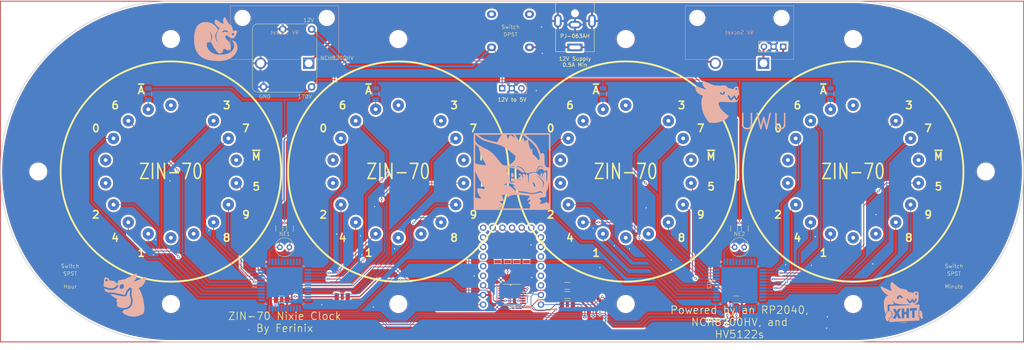
<source format=kicad_pcb>
(kicad_pcb (version 20241229) (generator "pcbnew") (generator_version "9.0")
  (layers (0 "F.Cu" signal) (2 "B.Cu" signal) (13 "F.Paste" user) (15 "B.Paste" user) (5 "F.SilkS" user "F.Silkscreen") (7 "B.SilkS" user "B.Silkscreen") (1 "F.Mask" user) (3 "B.Mask" user) (25 "Edge.Cuts" user))
  (net 0 "")
  (net 1 "Net-(NIX1-6)")
  (net 2 "Net-(NIX1-1)")
  (net 3 "Net-(NIX1-5)")
  (net 4 "Net-(NIX1-4)")
  (net 5 "Net-(NIX1-3)")
  (net 6 "Net-(NIX1-7)")
  (net 7 "Net-(NIX1-0)")
  (net 8 "Net-(NIX1-2)")
  (net 9 "Net-(NIX1-9)")
  (net 10 "Net-(NIX1-8)")
  (net 11 "Net-(U1-HV11)")
  (net 12 "Net-(U1-HV14)")
  (net 23 "Net-(NIX2-5)")
  (net 24 "Net-(NIX2-2)")
  (net 25 "Net-(NIX2-9)")
  (net 26 "Net-(NIX2-0)")
  (net 27 "Net-(NIX2-8)")
  (net 28 "Net-(NIX2-7)")
  (net 29 "Net-(NIX2-1)")
  (net 30 "Net-(NIX2-3)")
  (net 31 "Net-(NIX2-4)")
  (net 32 "Net-(NIX2-6)")
  (net 33 "Net-(NIX3-0)")
  (net 34 "Net-(NIX3-6)")
  (net 35 "Net-(NIX3-7)")
  (net 36 "Net-(NIX3-2)")
  (net 37 "Net-(NIX3-5)")
  (net 38 "Net-(NIX3-3)")
  (net 39 "Net-(NIX3-4)")
  (net 40 "Net-(NIX3-8)")
  (net 41 "Net-(NIX3-9)")
  (net 42 "Net-(NIX3-1)")
  (net 43 "Net-(NIX4-3)")
  (net 44 "Net-(NIX4-1)")
  (net 45 "Net-(NIX4-2)")
  (net 46 "Net-(NIX4-8)")
  (net 47 "Net-(NIX4-0)")
  (net 48 "Net-(NIX4-5)")
  (net 49 "Net-(NIX4-7)")
  (net 50 "Net-(NIX4-4)")
  (net 51 "Net-(NIX4-9)")
  (net 52 "Net-(NIX4-6)")
  (net 53 "Net-(U1-CLK)")
  (net 54 "Net-(U1-~{OE})")
  (net 55 "Net-(U1-STR)")
  (net 56 "Net-(U1-DATAOUT)")
  (net 64 "Net-(U2-HV11)")
  (net 69 "Net-(U2-HV14)")
  (net 70 "GND")
  (net 71 "+12V")
  (net 72 "Net-(NIX1-~{A})")
  (net 73 "Net-(NIX2-~{A})")
  (net 74 "Net-(NIX3-~{A})")
  (net 75 "Net-(NIX4-~{A})")
  (net 76 "+170V")
  (net 77 "Net-(U3-F)")
  (net 78 "Net-(U3-G)")
  (net 79 "Net-(U3-H)")
  (net 80 "Net-(U3-E)")
  (net 81 "+3.3V")
  (net 82 "Net-(U1-DIN)")
  (net 84 "EN")
  (net 85 "DIN")
  (net 86 "STR")
  (net 87 "CLK")
  (net 88 "Net-(U3-A)")
  (net 89 "Net-(U3-B)")
  (net 90 "Net-(U3-C)")
  (net 91 "Net-(U3-D)")
  (net 92 "+5V")
  (footprint "NixFootprints:NCH8200HV Through-Hole" (layer "F.Cu") (at 130 70 -90)
    (property "Reference" "NCH8200HV")
    (property "Value" "NCH8200HV Through-Hole" (hide yes))
  )
  (footprint "Resistor_SMD:R_1206_3216Metric" (layer "F.Cu") (at 131.4 115.0625 90)
    (property "Reference" "R6" (hide yes))
    (property "Value" "200K" (hide yes))
  )
  (footprint "MountingHole:MountingHole_4.3mm_M4" (layer "F.Cu") (at 160 65)
    (property "Reference" "REF**" (hide yes))
    (property "Value" "MountingHole_4.3mm_M4" (hide yes))
  )
  (footprint "Resistor_SMD:R_1206_3216Metric" (layer "F.Cu") (at 251.4 115.0625 90)
    (property "Reference" "R8" (hide yes))
    (property "Value" "200K" (hide yes))
  )
  (footprint "Connector_PinHeader_2.54mm:PinHeader_1x03_P2.54mm_Vertical" (layer "F.Cu") (at 261.54 67 -90)
    (property "Reference" "REF**" (hide yes))
    (property "Value" "PinHeader_1x03_P2.54mm_Vertical" (hide yes))
  )
  (footprint "Resistor_SMD:R_1206_3216Metric" (layer "F.Cu") (at 128.6 115.0625 90)
    (property "Reference" "R5" (hide yes))
    (property "Value" "200K" (hide yes))
  )
  (footprint "MountingHole:MountingHole_4.3mm_M4" (layer "F.Cu") (at 100 65)
    (property "Reference" "REF**" (hide yes))
    (property "Value" "MountingHole_4.3mm_M4" (hide yes))
  )
  (footprint "MountingHole:MountingHole_4.3mm_M4" (layer "F.Cu") (at 315 100)
    (property "Reference" "REF**" (hide yes))
    (property "Value" "MountingHole_4.3mm_M4" (hide yes))
  )
  (footprint "MountingHole:MountingHole_4.3mm_M4" (layer "F.Cu") (at 160 135)
    (property "Reference" "REF**" (hide yes))
    (property "Value" "MountingHole_4.3mm_M4" (hide yes))
  )
  (footprint "MountingHole:MountingHole_4.3mm_M4" (layer "F.Cu") (at 65 100)
    (property "Reference" "REF**" (hide yes))
    (property "Value" "MountingHole_4.3mm_M4" (hide yes))
  )
  (footprint "Resistor_SMD:R_1206_3216Metric" (layer "F.Cu") (at 186.224201 123.8 90)
    (property "Reference" "R15" (hide yes))
    (property "Value" "1K" (hide yes))
  )
  (footprint "NixFootprints:ZIN-70 Z5680M Pinout" (layer "F.Cu") (at 160 100)
    (property "Reference" "NIX2" (hide yes))
    (property "Value" "ZIN-70" (hide yes))
  )
  (footprint "NixFootprints:TS04-66-85-BK-100-SMT SPST Button" (layer "F.Cu") (at 306.6 126)
    (property "Reference" "Switch")
    (property "Value" "TS04-66-85-BK-100-SMT SPST Button" (hide yes))
  )
  (footprint "Resistor_SMD:R_1206_3216Metric" (layer "F.Cu") (at 193.824201 123.8 90)
    (property "Reference" "R14" (hide yes))
    (property "Value" "1K" (hide yes))
  )
  (footprint "MountingHole:MountingHole_4.3mm_M4" (layer "F.Cu") (at 220 135)
    (property "Reference" "REF**" (hide yes))
    (property "Value" "MountingHole_4.3mm_M4" (hide yes))
  )
  (footprint "MountingHole:MountingHole_4.3mm_M4" (layer "F.Cu") (at 220 65)
    (property "Reference" "REF**" (hide yes))
    (property "Value" "MountingHole_4.3mm_M4" (hide yes))
  )
  (footprint "NixFootprints:NE-2_5mm" (layer "F.Cu") (at 250 120)
    (property "Reference" "NE2")
    (property "Value" "NE-2" (hide yes))
  )
  (footprint "Resistor_SMD:R_1206_3216Metric" (layer "F.Cu") (at 204.6 130.2 180)
    (property "Reference" "R11" (hide yes))
    (property "Value" "1K" (hide yes))
  )
  (footprint "Resistor_SMD:R_1206_3216Metric" (layer "F.Cu") (at 188.824201 123.8 90)
    (property "Reference" "R16" (hide yes))
    (property "Value" "1K" (hide yes))
  )
  (footprint "NixFootprints:ZIN-70 Z5680M Pinout" (layer "F.Cu") (at 220 100)
    (property "Reference" "NIX3" (hide yes))
    (property "Value" "ZIN-70" (hide yes))
  )
  (footprint "MountingHole:MountingHole_4.3mm_M4" (layer "F.Cu") (at 280 135)
    (property "Reference" "REF**" (hide yes))
    (property "Value" "MountingHole_4.3mm_M4" (hide yes))
  )
  (footprint "Resistor_SMD:R_1206_3216Metric" (layer "F.Cu") (at 191.224201 123.8 90)
    (property "Reference" "R13" (hide yes))
    (property "Value" "1K" (hide yes))
  )
  (footprint "Resistor_SMD:R_1206_3216Metric" (layer "F.Cu") (at 204.6 135 180)
    (property "Reference" "R9" (hide yes))
    (property "Value" "1K" (hide yes))
  )
  (footprint "NixFootprints:ZIN-70 Z5680M Pinout" (layer "F.Cu") (at 280 100)
    (property "Reference" "NIX4" (hide yes))
    (property "Value" "ZIN-70" (hide yes))
  )
  (footprint "NixFootprints:DP62J12S202HQ DPDT Slide Switch" (layer "F.Cu") (at 189.6 62.8)
    (property "Reference" "Switch")
    (property "Value" "DP62J12S202HQ DPDT Slide Switch" (hide yes))
  )
  (footprint "NixFootprints:NE-2_5mm" (layer "F.Cu") (at 130 120)
    (property "Reference" "NE1")
    (property "Value" "NE-2" (hide yes))
  )
  (footprint "NixFootprints:TS04-66-85-BK-100-SMT SPST Button" (layer "F.Cu") (at 73.4 126)
    (property "Reference" "Switch")
    (property "Value" "TS04-66-85-BK-100-SMT SPST Button" (hide yes))
  )
  (footprint "Capacitor_SMD:C_1206_3216Metric" (layer "F.Cu") (at 249.2 133.8)
    (property "Reference" "C2" (hide yes))
    (property "Value" "100nF" (hide yes))
  )
  (footprint "Capacitor_SMD:C_1206_3216Metric" (layer "F.Cu") (at 129.2 133.8)
    (property "Reference" "C1" (hide yes))
    (property "Value" "100nF" (hide yes))
  )
  (footprint "MountingHole:MountingHole_4.3mm_M4" (layer "F.Cu") (at 100 135)
    (property "Reference" "REF**" (hide yes))
    (property "Value" "MountingHole_4.3mm_M4" (hide yes))
  )
  (footprint "Resistor_SMD:R_1206_3216Metric" (layer "F.Cu") (at 248.6 115.0625 90)
    (property "Reference" "R7" (hide yes))
    (property "Value" "200K" (hide yes))
  )
  (footprint "Resistor_SMD:R_1206_3216Metric" (layer "F.Cu") (at 145.2 133)
    (property "Reference" "R12" (hide yes))
    (property "Value" "1K" (hide yes))
  )
  (footprint "NixFootprints:ZIN-70 Z5680M Pinout" (layer "F.Cu") (at 100 100)
    (property "Reference" "NIX1" (hide yes))
    (property "Value" "ZIN-70" (hide yes))
  )
  (footprint "MountingHole:MountingHole_4.3mm_M4" (layer "F.Cu") (at 280 65)
    (property "Reference" "REF**" (hide yes))
    (property "Value" "MountingHole_4.3mm_M4" (hide yes))
  )
  (footprint "Connector_BarrelJack:BarrelJack_CUI_PJ-063AH_Horizontal" (layer "F.Cu") (at 206.6 67.2 180)
    (property "Reference" "PJ-063AH")
    (property "Value" "BarrelJack_CUI_PJ-063AH_Horizontal" (hide yes))
  )
  (footprint "Package_SO:TSSOP-16_4.4x5mm_P0.65mm" (layer "F.Cu") (at 190 132.520292 180)
    (property "Reference" "U3")
    (property "Value" "CD40109BPW")
  )
  (footprint "Resistor_SMD:R_1206_3216Metric" (layer "F.Cu") (at 204.6 132.6 180)
    (property "Reference" "R10" (hide yes))
    (property "Value" "1K" (hide yes))
  )
  (footprint "NixMotes:nixside" (layer "B.Cu") (at 190 100 180)
    (property "Reference" "G***" (hide yes))
    (property "Value" "LOGO" (hide yes))
  )
  (footprint "Connector_PinHeader_2.54mm:PinHeader_1x03_P2.54mm_Vertical" (layer "B.Cu") (at 187.4 78 -90)
    (property "Reference" "REF**" (hide yes))
    (property "Value" "PinHeader_1x03_P2.54mm_Vertical" (hide yes))
  )
  (footprint "Resistor_SMD:R_1206_3216Metric" (layer "B.Cu") (at 214 79.5 -90)
    (property "Reference" "R3" (hide yes))
    (property "Value" "6.8K" (hide yes))
  )
  (footprint "NixFootprints:9V Socket Slim" (layer "B.Cu") (at 130 63.8 -90)
    (property "Reference" "9V Socket")
    (property "Value" "9V Socket Slim" (hide yes))
    (fp_circle (center -4.39 11.115) (end -2.74 11.115) (stroke (width 0.05)) (fill no) (layer "Edge.Cuts"))
    (fp_circle (center -4.39 -11.115) (end -2.74 -11.115) (stroke (width 0.05)) (fill no) (layer "Edge.Cuts"))
  )
  (footprint "Package_QFP:PQFP-44_10x10mm_P0.8mm" (layer "B.Cu") (at 250 130 -90)
    (property "Reference" "U2")
    (property "Value" "HV5122")
  )
  (footprint "Package_QFP:PQFP-44_10x10mm_P0.8mm" (layer "B.Cu") (at 130 130 -90)
    (property "Reference" "U1")
    (property "Value" "HV5122" (hide yes))
  )
  (footprint "NixFootprints:9V Socket Slim" (layer "B.Cu") (at 250 63.8 -90)
    (property "Reference" "9V Socket")
    (property "Value" "9V Socket Slim" (hide yes))
    (fp_circle (center -4.39 11.115) (end -2.74 11.115) (stroke (width 0.05)) (fill no) (layer "Edge.Cuts"))
    (fp_circle (center -4.39 -11.115) (end -2.74 -11.115) (stroke (width 0.05)) (fill no) (layer "Edge.Cuts"))
  )
  (footprint "NixMotes:dragnthx" (layer "B.Cu") (at 293.24591 146.899214 180)
    (property "Reference" "G***" (hide yes))
    (property "Value" "LOGO" (hide yes))
  )
  (footprint "NixMotes:dragnloaf" (layer "B.Cu") (at 112.418401 64.981334 180)
    (property "Reference" "G***" (hide yes))
    (property "Value" "LOGO" (hide yes))
  )
  (footprint "NixFootprints:RP2040-Tiny Package" (layer "B.Cu") (at 190 125 180)
    (property "Reference" "REF**" (hide yes))
    (property "Value" "RP2040-Tiny Package" (hide yes))
  )
  (footprint "NixMotes:dragnuwu" (layer "B.Cu") (at 245.347181 81.440868 180)
    (property "Reference" "G***" (hide yes))
    (property "Value" "LOGO" (hide yes))
  )
  (footprint "NixMotes:dragnthink" (layer "B.Cu") (at 87.112131 132.900934 180)
    (property "Reference" "G***" (hide yes))
    (property "Value" "LOGO" (hide yes))
  )
  (footprint "Resistor_SMD:R_1206_3216Metric" (layer "B.Cu") (at 274 79.5 -90)
    (property "Reference" "R4" (hide yes))
    (property "Value" "6.8K" (hide yes))
  )
  (footprint "Resistor_SMD:R_1206_3216Metric" (layer "B.Cu") (at 154 79.5 -90)
    (property "Reference" "R2" (hide yes))
    (property "Value" "6.8K" (hide yes))
  )
  (footprint "Resistor_SMD:R_1206_3216Metric" (layer "B.Cu") (at 94 79.5 -90)
    (property "Reference" "R1" (hide yes))
    (property "Value" "6.8K" (hide yes))
  )
  (gr_rect (start 192.45645 129) (end 194.74355 130.2) (stroke (width 0.2)) (fill yes) (layer "F.Cu") (net 70))
  (gr_rect (start 55 55) (end 325 145) (stroke (width 0.2)) (fill no) (layer "F.Cu") (net 70))
  (gr_rect (start 248.2 134.2) (end 248.6 135.4) (stroke (width 0.2)) (fill yes) (layer "B.Cu") (net 70))
  (gr_rect (start 128.2 134.6) (end 128.6 135.4) (stroke (width 0.2)) (fill yes) (layer "B.Cu") (net 70))
  (gr_rect (start 128.2 134.4) (end 131.8 134.6) (stroke (width 0.2)) (fill yes) (layer "B.Cu") (net 70))
  (gr_arc (start 55 100) (mid 68.180195 68.180195) (end 100 55) (stroke (width 0.2)) (layer "Edge.Cuts"))
  (gr_line (start 280 145) (end 100 145) (stroke (width 0.2)) (layer "Edge.Cuts"))
  (gr_arc (start 325 100) (mid 311.819805 131.819805) (end 280 145) (stroke (width 0.2)) (layer "Edge.Cuts"))
  (gr_arc (start 280 55) (mid 311.819805 68.180195) (end 325 100) (stroke (width 0.2)) (layer "Edge.Cuts"))
  (gr_arc (start 100 145) (mid 68.180195 131.819805) (end 55 100) (stroke (width 0.2)) (layer "Edge.Cuts"))
  (gr_line (start 100 55) (end 280 55) (stroke (width 0.2)) (layer "Edge.Cuts"))
  (gr_text "Minute" (at 306.6 130.4 0) (layer "F.SilkS") (effects (font (size 1 1) (thickness 0.1))))
  (gr_text "12V Supply\n0.5A Min" (at 206.6 71 0) (layer "F.SilkS") (effects (font (size 1 1))))
  (gr_text "Powered by an RP2040,\nNCH8200HV, and\nHV5122s\n" (at 250 139.8 0) (layer "F.SilkS") (effects (font (size 2 2) (thickness 0.2))))
  (gr_text "ZIN-70 Nixie Clock\nBy Ferinix\n" (at 130 139.8 0) (layer "F.SilkS") (effects (font (size 2 2) (thickness 0.2))))
  (gr_text "12V to 5V" (at 190 81 0) (layer "F.SilkS") (effects (font (size 1 1))))
  (gr_text "Hour" (at 73.4 130.4 0) (layer "F.SilkS") (effects (font (size 1 1) (thickness 0.1))))
  (gr_text "UWU" (at 256.4 86.8 0) (layer "B.SilkS") (effects (font (size 4 4) (thickness 0.4)) (justify mirror)))
  (segment (start 216.2 141.8) (end 245 141.8) (width 0.2) (layer "F.Cu") (net 0))
  (segment (start 213.8 133) (end 214.6 133.8) (width 0.2) (layer "F.Cu") (net 0))
  (segment (start 197.6 140.4) (end 201.6 136.4) (width 0.2) (layer "F.Cu") (net 0))
  (segment (start 250.2 141.8) (end 251.6 140.4) (width 0.2) (layer "F.Cu") (net 0))
  (segment (start 214.6 133.8) (end 214.6 140.2) (width 0.2) (layer "F.Cu") (net 0))
  (segment (start 181 140.4) (end 94.8 140.4) (width 0.2) (layer "F.Cu") (net 0))
  (segment (start 82.65 128.25) (end 77.65 128.25) (width 0.2) (layer "F.Cu") (net 0))
  (segment (start 297.15 128.25) (end 302.35 128.25) (width 0.2) (layer "F.Cu") (net 0))
  (segment (start 181 140.4) (end 197.6 140.4) (width 0.2) (layer "F.Cu") (net 0))
  (segment (start 285 140.4) (end 297.15 128.25) (width 0.2) (layer "F.Cu") (net 0))
  (segment (start 245 141.8) (end 250.2 141.8) (width 0.2) (layer "F.Cu") (net 0))
  (segment (start 214.6 140.2) (end 216.2 141.8) (width 0.2) (layer "F.Cu") (net 0))
  (segment (start 94.8 140.4) (end 82.65 128.25) (width 0.2) (layer "F.Cu") (net 0))
  (segment (start 251.6 140.4) (end 285 140.4) (width 0.2) (layer "F.Cu") (net 0))
  (via (at 213.8 133) (size 0.6) (drill 0.3) (layers "F.Cu" "B.Cu") (net 0))
  (via (at 201.6 136.4) (size 0.6) (drill 0.3) (layers "F.Cu" "B.Cu") (net 0))
  (segment (start 196.6 136.8) (end 195 135.2) (width 0.2) (layer "B.Cu") (net 0))
  (segment (start 199 136.4) (end 198.6 136.8) (width 0.2) (layer "B.Cu") (net 0))
  (segment (start 197.62 135.16) (end 211.64 135.16) (width 0.2) (layer "B.Cu") (net 0))
  (segment (start 195 135.2) (end 195 133) (width 0.2) (layer "B.Cu") (net 0))
  (segment (start 197.4 132.4) (end 197.62 132.62) (width 0.2) (layer "B.Cu") (net 0))
  (segment (start 195 133) (end 195.6 132.4) (width 0.2) (layer "B.Cu") (net 0))
  (segment (start 195.6 132.4) (end 197.4 132.4) (width 0.2) (layer "B.Cu") (net 0))
  (segment (start 211.64 135.16) (end 213.8 133) (width 0.2) (layer "B.Cu") (net 0))
  (segment (start 201.6 136.4) (end 199 136.4) (width 0.2) (layer "B.Cu") (net 0))
  (segment (start 198.6 136.8) (end 196.6 136.8) (width 0.2) (layer "B.Cu") (net 0))
  (segment (start 101.678498 99.521502) (end 88.751218 86.594222) (width 0.2) (layer "F.Cu") (net 1))
  (segment (start 88.751218 86.594222) (end 88.751218 86.594222) (width 0.2) (layer "F.Cu") (net 1))
  (via (at 101.678498 99.521502) (size 0.6) (drill 0.3) (layers "F.Cu" "B.Cu") (net 1))
  (segment (start 103.00002 122.09999) (end 103.000007 100.843002) (width 0.2) (layer "B.Cu") (net 1))
  (segment (start 103.00002 122.09999) (end 110.100005 129.199984) (width 0.2) (layer "B.Cu") (net 1))
  (segment (start 121.000005 128.400012) (end 123.875 128.4) (width 0.2) (layer "B.Cu") (net 1))
  (segment (start 110.100005 129.199984) (end 120.199994 129.199987) (width 0.2) (layer "B.Cu") (net 1))
  (segment (start 103.000007 100.843002) (end 101.678498 99.521502) (width 0.2) (layer "B.Cu") (net 1))
  (segment (start 121.000005 128.400012) (end 120.199994 129.199987) (width 0.2) (layer "B.Cu") (net 1))
  (segment (start 94.014667 118.614638) (end 107.799992 132.400019) (width 0.2) (layer "B.Cu") (net 2))
  (segment (start 107.799992 132.400019) (end 123.875 132.4) (width 0.2) (layer "B.Cu") (net 2))
  (segment (start 94.014667 118.614638) (end 94.014647 116.444621) (width 0.2) (layer "B.Cu") (net 2))
  (segment (start 118.500024 125.649987) (end 118.499981 104.304715) (width 0.2) (layer "F.Cu") (net 3))
  (segment (start 118.499981 104.304715) (end 117.234136 103.038843) (width 0.2) (layer "F.Cu") (net 3))
  (segment (start 122.05 129.2) (end 118.500024 125.649987) (width 0.2) (layer "F.Cu") (net 3))
  (via (at 122.05 129.2) (size 0.6) (drill 0.3) (layers "F.Cu" "B.Cu") (net 3))
  (segment (start 122.05 129.2) (end 123.875 129.2) (width 0.2) (layer "B.Cu") (net 3))
  (segment (start 101.95 122.45) (end 100.499999 120.999997) (width 0.2) (layer "F.Cu") (net 4))
  (segment (start 88.751215 116.551216) (end 93.200002 120.999993) (width 0.2) (layer "F.Cu") (net 4))
  (segment (start 88.751215 116.551216) (end 88.751217 113.405778) (width 0.2) (layer "F.Cu") (net 4))
  (segment (start 100.499999 120.999997) (end 93.200002 120.999993) (width 0.2) (layer "F.Cu") (net 4))
  (via (at 101.95 122.45) (size 0.6) (drill 0.3) (layers "F.Cu" "B.Cu") (net 4))
  (segment (start 101.95 122.45) (end 109.500003 129.999992) (width 0.2) (layer "B.Cu") (net 4))
  (segment (start 109.500003 129.999992) (end 123.875 130) (width 0.2) (layer "B.Cu") (net 4))
  (segment (start 109.000004 130.799991) (end 97.500019 119.299989) (width 0.2) (layer "B.Cu") (net 5))
  (segment (start 97.500015 100.343011) (end 111.248783 86.594222) (width 0.2) (layer "B.Cu") (net 5))
  (segment (start 97.500019 119.299989) (end 97.500015 100.343011) (width 0.2) (layer "B.Cu") (net 5))
  (segment (start 109.000004 130.799991) (end 123.875 130.8) (width 0.2) (layer "B.Cu") (net 5))
  (segment (start 108.500015 116.199991) (end 108.499981 97.905437) (width 0.2) (layer "B.Cu") (net 6))
  (segment (start 108.499981 97.905437) (end 115.155445 91.25) (width 0.2) (layer "B.Cu") (net 6))
  (segment (start 119.900006 127.599984) (end 123.875 127.6) (width 0.2) (layer "B.Cu") (net 6))
  (segment (start 108.500015 116.199991) (end 119.900006 127.599984) (width 0.2) (layer "B.Cu") (net 6))
  (segment (start 79.000024 107.999987) (end 93.999998 123.000004) (width 0.2) (layer "B.Cu") (net 7))
  (segment (start 79.000024 107.999987) (end 78.999995 94.999998) (width 0.2) (layer "B.Cu") (net 7))
  (segment (start 78.999995 94.999998) (end 82.749984 91.249959) (width 0.2) (layer "B.Cu") (net 7))
  (segment (start 82.749984 91.249959) (end 84.844555 91.25) (width 0.2) (layer "B.Cu") (net 7))
  (segment (start 93.999998 123.000004) (end 97.000001 122.999993) (width 0.2) (layer "B.Cu") (net 7))
  (segment (start 107.200005 133.199984) (end 123.875 133.2) (width 0.2) (layer "B.Cu") (net 7))
  (segment (start 107.200005 133.199984) (end 97.000001 122.999993) (width 0.2) (layer "B.Cu") (net 7))
  (segment (start 90.249989 108.75002) (end 84.844555 108.75) (width 0.2) (layer "B.Cu") (net 8))
  (segment (start 97.000012 120.199992) (end 108.400007 131.599981) (width 0.2) (layer "B.Cu") (net 8))
  (segment (start 96.999982 115.500006) (end 90.249989 108.75002) (width 0.2) (layer "B.Cu") (net 8))
  (segment (start 96.999982 115.500006) (end 97.000012 120.199992) (width 0.2) (layer "B.Cu") (net 8))
  (segment (start 108.400007 131.599981) (end 123.875 131.6) (width 0.2) (layer "B.Cu") (net 8))
  (segment (start 115.155441 120.155445) (end 115.155481 108.749909) (width 0.2) (layer "B.Cu") (net 9))
  (segment (start 120.999996 126.000008) (end 123.875 126) (width 0.2) (layer "B.Cu") (net 9))
  (segment (start 120.999996 126.000008) (end 115.155441 120.155445) (width 0.2) (layer "B.Cu") (net 9))
  (segment (start 115.155481 108.749909) (end 115 108.905445) (width 0.2) (layer "B.Cu") (net 9))
  (segment (start 111.248772 117.648785) (end 111.248783 113.405778) (width 0.2) (layer "B.Cu") (net 10))
  (segment (start 111.248772 117.648785) (end 120.4 126.799998) (width 0.2) (layer "B.Cu") (net 10))
  (segment (start 120.4 126.799998) (end 123.875 126.8) (width 0.2) (layer "B.Cu") (net 10))
  (segment (start 128.6 116.525) (end 128.6 119.8) (width 0.2) (layer "F.Cu") (net 11))
  (segment (start 128.6 119.8) (end 128.8 120) (width 0.2) (layer "F.Cu") (net 11))
  (segment (start 126.6 120.6) (end 126 121.2) (width 0.2) (layer "B.Cu") (net 11))
  (segment (start 126 121.2) (end 126 123.875) (width 0.2) (layer "B.Cu") (net 11))
  (segment (start 128.75 120) (end 127.2 120) (width 0.2) (layer "B.Cu") (net 11))
  (segment (start 127.2 120) (end 126.6 120.6) (width 0.2) (layer "B.Cu") (net 11))
  (segment (start 131.4 116.525) (end 131.4 119.8) (width 0.2) (layer "F.Cu") (net 12))
  (segment (start 131.4 119.8) (end 131.2 120) (width 0.2) (layer "F.Cu") (net 12))
  (segment (start 128.4 122.4) (end 128.4 123.875) (width 0.2) (layer "B.Cu") (net 12))
  (segment (start 131.25 120) (end 131.25 120.75) (width 0.2) (layer "B.Cu") (net 12))
  (segment (start 131.25 120.75) (end 130.4 121.6) (width 0.2) (layer "B.Cu") (net 12))
  (segment (start 130.4 121.6) (end 129.2 121.6) (width 0.2) (layer "B.Cu") (net 12))
  (segment (start 129.2 121.6) (end 128.4 122.4) (width 0.2) (layer "B.Cu") (net 12))
  (segment (start 155.6 107.4) (end 155.600004 106.600003) (width 0.2) (layer "F.Cu") (net 23))
  (segment (start 159.161151 103.038829) (end 177.234136 103.038843) (width 0.2) (layer "F.Cu") (net 23))
  (segment (start 155.600004 106.600003) (end 159.161151 103.038829) (width 0.2) (layer "F.Cu") (net 23))
  (via (at 155.6 107.4) (size 0.6) (drill 0.3) (layers "F.Cu" "B.Cu") (net 23))
  (segment (start 147.600006 130.000018) (end 156.399973 121.199988) (width 0.2) (layer "B.Cu") (net 23))
  (segment (start 156.399973 121.199988) (end 156.399999 109.4) (width 0.2) (layer "B.Cu") (net 23))
  (segment (start 147.600006 130.000018) (end 136.125 130) (width 0.2) (layer "B.Cu") (net 23))
  (segment (start 155.600009 108.599995) (end 156.399999 109.4) (width 0.2) (layer "B.Cu") (net 23))
  (segment (start 155.6 107.4) (end 155.600009 108.599995) (width 0.2) (layer "B.Cu") (net 23))
  (segment (start 144.84456 126.155446) (end 144.844555 108.75) (width 0.2) (layer "B.Cu") (net 24))
  (segment (start 143.399991 127.59998) (end 136.125 127.6) (width 0.2) (layer "B.Cu") (net 24))
  (segment (start 144.84456 126.155446) (end 143.399991 127.59998) (width 0.2) (layer "B.Cu") (net 24))
  (segment (start 169.750009 108.750022) (end 175.155445 108.75) (width 0.2) (layer "B.Cu") (net 25))
  (segment (start 149.599992 133.199984) (end 136.125 133.2) (width 0.2) (layer "B.Cu") (net 25))
  (segment (start 163.2 119.599999) (end 149.599992 133.199984) (width 0.2) (layer "B.Cu") (net 25))
  (segment (start 163.199987 115.299996) (end 169.750009 108.750022) (width 0.2) (layer "B.Cu") (net 25))
  (segment (start 163.199987 115.299996) (end 163.2 119.599999) (width 0.2) (layer "B.Cu") (net 25))
  (segment (start 142.250003 107.500001) (end 142.249988 124.249994) (width 0.2) (layer "B.Cu") (net 26))
  (segment (start 142.250003 107.500001) (end 145.999975 103.749989) (width 0.2) (layer "B.Cu") (net 26))
  (segment (start 140.499986 125.999969) (end 136.125 126) (width 0.2) (layer "B.Cu") (net 26))
  (segment (start 142.249988 124.249994) (end 140.499986 125.999969) (width 0.2) (layer "B.Cu") (net 26))
  (segment (start 145.999975 103.749989) (end 145.999999 92.405445) (width 0.2) (layer "B.Cu") (net 26))
  (segment (start 145.999999 92.405445) (end 144.844555 91.25) (width 0.2) (layer "B.Cu") (net 26))
  (segment (start 170.043007 112.199993) (end 171.248783 113.405778) (width 0.2) (layer "F.Cu") (net 27))
  (segment (start 165.299996 112.199991) (end 164.094222 113.405778) (width 0.2) (layer "F.Cu") (net 27))
  (segment (start 165.299996 112.199991) (end 170.043007 112.199993) (width 0.2) (layer "F.Cu") (net 27))
  (via (at 164.094222 113.405778) (size 0.6) (drill 0.3) (layers "F.Cu" "B.Cu") (net 27))
  (segment (start 149.099995 132.399992) (end 162.5 118.999999) (width 0.2) (layer "B.Cu") (net 27))
  (segment (start 162.5 118.999999) (end 162.499992 114.999997) (width 0.2) (layer "B.Cu") (net 27))
  (segment (start 149.099995 132.399992) (end 136.125 132.4) (width 0.2) (layer "B.Cu") (net 27))
  (segment (start 164.094222 113.405778) (end 162.499992 114.999997) (width 0.2) (layer "B.Cu") (net 27))
  (segment (start 148.599991 131.599982) (end 136.125 131.6) (width 0.2) (layer "B.Cu") (net 28))
  (segment (start 168.749975 105.249988) (end 168.749988 97.249995) (width 0.2) (layer "B.Cu") (net 28))
  (segment (start 174.749994 91.249987) (end 175.155445 91.25) (width 0.2) (layer "B.Cu") (net 28))
  (segment (start 157.599983 122.599991) (end 157.600014 116.400006) (width 0.2) (layer "B.Cu") (net 28))
  (segment (start 168.749988 97.249995) (end 174.749994 91.249987) (width 0.2) (layer "B.Cu") (net 28))
  (segment (start 157.599983 122.599991) (end 148.599991 131.599982) (width 0.2) (layer "B.Cu") (net 28))
  (segment (start 168.749975 105.249988) (end 157.600014 116.400006) (width 0.2) (layer "B.Cu") (net 28))
  (segment (start 143.659282 126.800034) (end 141.8 126.8) (width 0.2) (layer "F.Cu") (net 29))
  (segment (start 143.659282 126.800034) (end 154.014647 116.444621) (width 0.2) (layer "F.Cu") (net 29))
  (via (at 141.8 126.8) (size 0.6) (drill 0.3) (layers "F.Cu" "B.Cu") (net 29))
  (segment (start 141.8 126.8) (end 136.125 126.8) (width 0.2) (layer "B.Cu") (net 29))
  (segment (start 171.248782 86.594223) (end 171.248782 86.594223) (width 0.2) (layer "F.Cu") (net 30))
  (segment (start 145.600004 128.400009) (end 141.5 128.4) (width 0.2) (layer "F.Cu") (net 30))
  (segment (start 150.700006 123.300006) (end 145.600004 128.400009) (width 0.2) (layer "F.Cu") (net 30))
  (segment (start 155.621503 102.221503) (end 171.248782 86.594223) (width 0.2) (layer "F.Cu") (net 30))
  (via (at 141.5 128.4) (size 0.6) (drill 0.3) (layers "F.Cu" "B.Cu") (net 30))
  (via (at 150.700006 123.300006) (size 0.6) (drill 0.3) (layers "F.Cu" "B.Cu") (net 30))
  (via (at 155.621503 102.221503) (size 0.6) (drill 0.3) (layers "F.Cu" "B.Cu") (net 30))
  (segment (start 151.4 106.443006) (end 155.621503 102.221503) (width 0.2) (layer "B.Cu") (net 30))
  (segment (start 141.5 128.4) (end 136.125 128.4) (width 0.2) (layer "B.Cu") (net 30))
  (segment (start 151.4 122.600012) (end 151.4 106.443006) (width 0.2) (layer "B.Cu") (net 30))
  (segment (start 150.700006 123.300006) (end 151.4 122.600012) (width 0.2) (layer "B.Cu") (net 30))
  (segment (start 148.751203 123.748776) (end 148.751217 113.405778) (width 0.2) (layer "B.Cu") (net 31))
  (segment (start 143.299992 129.199985) (end 136.125 129.2) (width 0.2) (layer "B.Cu") (net 31))
  (segment (start 148.751203 123.748776) (end 143.299992 129.199985) (width 0.2) (layer "B.Cu") (net 31))
  (segment (start 156.99999 94.84301) (end 148.751217 86.594222) (width 0.2) (layer "B.Cu") (net 32))
  (segment (start 148.100006 130.800018) (end 136.125 130.8) (width 0.2) (layer "B.Cu") (net 32))
  (segment (start 156.999972 121.899987) (end 156.99999 94.84301) (width 0.2) (layer "B.Cu") (net 32))
  (segment (start 148.100006 130.800018) (end 156.999972 121.899987) (width 0.2) (layer "B.Cu") (net 32))
  (segment (start 211.599993 118.600011) (end 208.200005 118.599986) (width 0.2) (layer "B.Cu") (net 33))
  (segment (start 227.399991 127.400015) (end 220.400003 127.399992) (width 0.2) (layer "B.Cu") (net 33))
  (segment (start 200 110.399981) (end 200 94.60002) (width 0.2) (layer "B.Cu") (net 33))
  (segment (start 208.200005 118.599986) (end 200 110.399981) (width 0.2) (layer "B.Cu") (net 33))
  (segment (start 200 94.60002) (end 203.350006 91.250014) (width 0.2) (layer "B.Cu") (net 33))
  (segment (start 233.200004 133.199988) (end 227.399991 127.400015) (width 0.2) (layer "B.Cu") (net 33))
  (segment (start 220.400003 127.399992) (end 211.599993 118.600011) (width 0.2) (layer "B.Cu") (net 33))
  (segment (start 243.875 133.2) (end 233.200004 133.199988) (width 0.2) (layer "B.Cu") (net 33))
  (segment (start 203.350006 91.250014) (end 204.844555 91.25) (width 0.2) (layer "B.Cu") (net 33))
  (segment (start 225.178498 103.021502) (end 208.751217 86.594222) (width 0.2) (layer "F.Cu") (net 34))
  (via (at 225.178498 103.021502) (size 0.6) (drill 0.3) (layers "F.Cu" "B.Cu") (net 34))
  (segment (start 228.39999 106.243008) (end 225.178498 103.021502) (width 0.2) (layer "B.Cu") (net 34))
  (segment (start 239.999991 128.400019) (end 243.875 128.4) (width 0.2) (layer "B.Cu") (net 34))
  (segment (start 228.39999 106.243008) (end 228.400014 116.799992) (width 0.2) (layer "B.Cu") (net 34))
  (segment (start 239.999991 128.400019) (end 228.400014 116.799992) (width 0.2) (layer "B.Cu") (net 34))
  (segment (start 240.600006 127.599984) (end 243.875 127.6) (width 0.2) (layer "B.Cu") (net 35))
  (segment (start 229.000024 115.999987) (end 240.600006 127.599984) (width 0.2) (layer "B.Cu") (net 35))
  (segment (start 228.999986 97.405439) (end 229.000024 115.999987) (width 0.2) (layer "B.Cu") (net 35))
  (segment (start 228.999986 97.405439) (end 235.155445 91.25) (width 0.2) (layer "B.Cu") (net 35))
  (via (at 204.844555 108.75) (size 0.6) (drill 0.3) (layers "F.Cu" "B.Cu") (net 36))
  (segment (start 204.844555 108.75) (end 210.749968 108.75) (width 0.2) (layer "B.Cu") (net 36))
  (segment (start 210.749968 108.75) (end 216.4 114.400032) (width 0.2) (layer "B.Cu") (net 36))
  (segment (start 216.4 117.399998) (end 222.200002 123.199995) (width 0.2) (layer "B.Cu") (net 36))
  (segment (start 234.200005 131.599985) (end 243.875 131.6) (width 0.2) (layer "B.Cu") (net 36))
  (segment (start 225.799997 123.200003) (end 234.200005 131.599985) (width 0.2) (layer "B.Cu") (net 36))
  (segment (start 216.4 114.400032) (end 216.4 117.399998) (width 0.2) (layer "B.Cu") (net 36))
  (segment (start 222.200002 123.199995) (end 225.799997 123.200003) (width 0.2) (layer "B.Cu") (net 36))
  (segment (start 237.599988 103.404711) (end 237.60001 127.399994) (width 0.2) (layer "F.Cu") (net 37))
  (segment (start 237.599988 103.404711) (end 237.234136 103.038843) (width 0.2) (layer "F.Cu") (net 37))
  (segment (start 238.4 128.2) (end 237.60001 127.399994) (width 0.2) (layer "F.Cu") (net 37))
  (via (at 238.4 128.2) (size 0.6) (drill 0.3) (layers "F.Cu" "B.Cu") (net 37))
  (segment (start 238.4 128.2) (end 239.4 129.200001) (width 0.2) (layer "B.Cu") (net 37))
  (segment (start 237.6 103.404707) (end 237.234136 103.038843) (width 0.2) (layer "B.Cu") (net 37))
  (segment (start 239.4 129.200001) (end 243.875 129.2) (width 0.2) (layer "B.Cu") (net 37))
  (segment (start 234.600006 130.799982) (end 243.875 130.8) (width 0.2) (layer "B.Cu") (net 38))
  (segment (start 222.400015 95.443011) (end 222.400026 118.599986) (width 0.2) (layer "B.Cu") (net 38))
  (segment (start 222.400015 95.443011) (end 231.248783 86.594222) (width 0.2) (layer "B.Cu") (net 38))
  (segment (start 222.400026 118.599986) (end 234.600006 130.799982) (width 0.2) (layer "B.Cu") (net 38))
  (segment (start 214.4 113.405778) (end 214.400001 113.405779) (width 0.2) (layer "F.Cu") (net 39))
  (segment (start 221.005776 113.405779) (end 223.600012 115.999995) (width 0.2) (layer "F.Cu") (net 39))
  (segment (start 214.400001 113.405779) (end 221.005776 113.405779) (width 0.2) (layer "F.Cu") (net 39))
  (segment (start 223.600012 115.999995) (end 223.6 117.4) (width 0.2) (layer "F.Cu") (net 39))
  (segment (start 212.8 113.405778) (end 214.4 113.405778) (width 0.2) (layer "F.Cu") (net 39))
  (via (at 212.8 113.405778) (size 0.6) (drill 0.3) (layers "F.Cu" "B.Cu") (net 39))
  (via (at 223.6 117.4) (size 0.6) (drill 0.3) (layers "F.Cu" "B.Cu") (net 39))
  (segment (start 212.8 113.405778) (end 208.751217 113.405778) (width 0.2) (layer "B.Cu") (net 39))
  (segment (start 223.599997 118.6) (end 235.000005 129.999985) (width 0.2) (layer "B.Cu") (net 39))
  (segment (start 223.599997 118.6) (end 223.6 117.4) (width 0.2) (layer "B.Cu") (net 39))
  (segment (start 235.000005 129.999985) (end 243.875 130) (width 0.2) (layer "B.Cu") (net 39))
  (segment (start 241.199998 126.800005) (end 243.875 126.8) (width 0.2) (layer "B.Cu") (net 40))
  (segment (start 241.199998 126.800005) (end 231.248772 116.848786) (width 0.2) (layer "B.Cu") (net 40))
  (segment (start 231.248772 116.848786) (end 231.248783 113.405778) (width 0.2) (layer "B.Cu") (net 40))
  (segment (start 237.000348 119.145699) (end 237.000228 119.145807) (width 0.2) (layer "B.Cu") (net 41))
  (segment (start 237.000432 110.595021) (end 235.155445 108.75) (width 0.2) (layer "B.Cu") (net 41))
  (segment (start 237.000008 121.399994) (end 237 119.146197) (width 0.2) (layer "B.Cu") (net 41))
  (segment (start 237.000114 119.145921) (end 237.000228 119.145807) (width 0.2) (layer "B.Cu") (net 41))
  (segment (start 237.000456 119.145089) (end 237.000459 119.145254) (width 0.2) (layer "B.Cu") (net 41))
  (segment (start 237.000432 110.595021) (end 237.000456 119.145089) (width 0.2) (layer "B.Cu") (net 41))
  (segment (start 241.600004 125.999989) (end 243.875 126) (width 0.2) (layer "B.Cu") (net 41))
  (segment (start 237.000348 119.145699) (end 237.000457 119.145579) (width 0.2) (layer "B.Cu") (net 41))
  (segment (start 237 119.146197) (end 237.000002 119.146037) (width 0.2) (layer "B.Cu") (net 41))
  (segment (start 241.600004 125.999989) (end 237.000008 121.399994) (width 0.2) (layer "B.Cu") (net 41))
  (segment (start 237.000466 119.14542) (end 237.000457 119.145579) (width 0.2) (layer "B.Cu") (net 41))
  (segment (start 237.000466 119.14542) (end 237.000459 119.145254) (width 0.2) (layer "B.Cu") (net 41))
  (segment (start 237.000114 119.145921) (end 237.000002 119.146037) (width 0.2) (layer "B.Cu") (net 41))
  (segment (start 233.600001 132.399996) (end 243.875 132.4) (width 0.2) (layer "B.Cu") (net 42))
  (segment (start 226.399991 125.200017) (end 233.600001 132.399996) (width 0.2) (layer "B.Cu") (net 42))
  (segment (start 226.399991 125.200017) (end 221.200004 125.199989) (width 0.2) (layer "B.Cu") (net 42))
  (segment (start 214.014667 118.014638) (end 221.200004 125.199989) (width 0.2) (layer "B.Cu") (net 42))
  (segment (start 214.014667 118.014638) (end 214.014647 116.444621) (width 0.2) (layer "B.Cu") (net 42))
  (segment (start 282.800014 95.043011) (end 291.248783 86.594222) (width 0.2) (layer "F.Cu") (net 43))
  (segment (start 282.799974 119.399988) (end 273.799994 128.399989) (width 0.2) (layer "F.Cu") (net 43))
  (segment (start 282.799974 119.399988) (end 282.800014 95.043011) (width 0.2) (layer "F.Cu") (net 43))
  (segment (start 273.799994 128.399989) (end 259 128.4) (width 0.2) (layer "F.Cu") (net 43))
  (via (at 259 128.4) (size 0.6) (drill 0.3) (layers "F.Cu" "B.Cu") (net 43))
  (segment (start 259 128.4) (end 256.125 128.4) (width 0.2) (layer "B.Cu") (net 43))
  (segment (start 274.014652 122.585354) (end 274.014647 116.444621) (width 0.2) (layer "F.Cu") (net 44))
  (segment (start 274.014652 122.585354) (end 269.799994 126.79999) (width 0.2) (layer "F.Cu") (net 44))
  (segment (start 269.799994 126.79999) (end 261 126.8) (width 0.2) (layer "F.Cu") (net 44))
  (via (at 261 126.8) (size 0.6) (drill 0.3) (layers "F.Cu" "B.Cu") (net 44))
  (segment (start 273.8 116.659268) (end 274.014647 116.444621) (width 0.2) (layer "B.Cu") (net 44))
  (segment (start 261 126.8) (end 256.125 126.8) (width 0.2) (layer "B.Cu") (net 44))
  (segment (start 262.199993 127.599986) (end 256.125 127.6) (width 0.2) (layer "B.Cu") (net 45))
  (segment (start 263.8 109.794555) (end 263.799975 125.999989) (width 0.2) (layer "B.Cu") (net 45))
  (segment (start 263.799975 125.999989) (end 262.199993 127.599986) (width 0.2) (layer "B.Cu") (net 45))
  (segment (start 263.8 109.794555) (end 264.844555 108.75) (width 0.2) (layer "B.Cu") (net 45))
  (segment (start 261.400007 132.400021) (end 256.125 132.4) (width 0.2) (layer "B.Cu") (net 46))
  (segment (start 262.599995 131.199988) (end 275.400001 131.200007) (width 0.2) (layer "B.Cu") (net 46))
  (segment (start 291.248804 121.351224) (end 283.799993 128.799987) (width 0.2) (layer "B.Cu") (net 46))
  (segment (start 261.400007 132.400021) (end 262.599995 131.199988) (width 0.2) (layer "B.Cu") (net 46))
  (segment (start 291.248804 121.351224) (end 291.248783 113.405778) (width 0.2) (layer "B.Cu") (net 46))
  (segment (start 283.799993 128.799987) (end 277.800011 128.800026) (width 0.2) (layer "B.Cu") (net 46))
  (segment (start 275.400001 131.200007) (end 277.800011 128.800026) (width 0.2) (layer "B.Cu") (net 46))
  (segment (start 261.000012 123.800004) (end 258.8 126) (width 0.2) (layer "B.Cu") (net 47))
  (segment (start 260.999999 108.799999) (end 265.599977 104.199989) (width 0.2) (layer "B.Cu") (net 47))
  (segment (start 260.999999 108.799999) (end 261.000012 123.800004) (width 0.2) (layer "B.Cu") (net 47))
  (segment (start 265.600004 92.005443) (end 265.599977 104.199989) (width 0.2) (layer "B.Cu") (net 47))
  (segment (start 265.600004 92.005443) (end 264.844555 91.25) (width 0.2) (layer "B.Cu") (net 47))
  (segment (start 258.8 126) (end 256.125 126) (width 0.2) (layer "B.Cu") (net 47))
  (segment (start 288.76116 103.03885) (end 297.234136 103.038843) (width 0.2) (layer "F.Cu") (net 48))
  (segment (start 288.76116 103.03885) (end 286.7 105.1) (width 0.2) (layer "F.Cu") (net 48))
  (via (at 286.7 105.1) (size 0.6) (drill 0.3) (layers "F.Cu" "B.Cu") (net 48))
  (segment (start 274.999994 129.99999) (end 256.125 130) (width 0.2) (layer "B.Cu") (net 48))
  (segment (start 274.999994 129.99999) (end 282.799977 122.199989) (width 0.2) (layer "B.Cu") (net 48))
  (segment (start 286.7 105.1) (end 282.799995 108.999998) (width 0.2) (layer "B.Cu") (net 48))
  (segment (start 282.799995 108.999998) (end 282.799977 122.199989) (width 0.2) (layer "B.Cu") (net 48))
  (segment (start 262.199999 130.599998) (end 275.199996 130.599992) (width 0.2) (layer "B.Cu") (net 49))
  (segment (start 262.199999 130.599998) (end 261.200001 131.600003) (width 0.2) (layer "B.Cu") (net 49))
  (segment (start 277.999998 127.799994) (end 275.199996 130.599992) (width 0.2) (layer "B.Cu") (net 49))
  (segment (start 261.200001 131.600003) (end 256.125 131.6) (width 0.2) (layer "B.Cu") (net 49))
  (segment (start 277.999998 127.799994) (end 279.399996 127.799993) (width 0.2) (layer "B.Cu") (net 49))
  (segment (start 288.799972 118.399987) (end 288.799981 97.605437) (width 0.2) (layer "B.Cu") (net 49))
  (segment (start 279.399996 127.799993) (end 288.799972 118.399987) (width 0.2) (layer "B.Cu") (net 49))
  (segment (start 288.799981 97.605437) (end 295.155445 91.25) (width 0.2) (layer "B.Cu") (net 49))
  (segment (start 265.6 124.999999) (end 265.599994 120.999998) (width 0.2) (layer "B.Cu") (net 50))
  (segment (start 265.599994 120.999998) (end 268.751228 117.848787) (width 0.2) (layer "B.Cu") (net 50))
  (segment (start 265.6 124.999999) (end 261.399994 129.199988) (width 0.2) (layer "B.Cu") (net 50))
  (segment (start 261.399994 129.199988) (end 256.125 129.2) (width 0.2) (layer "B.Cu") (net 50))
  (segment (start 268.751228 117.848787) (end 268.751217 113.405778) (width 0.2) (layer "B.Cu") (net 50))
  (segment (start 275.600002 131.800007) (end 277.599996 129.79999) (width 0.2) (layer "B.Cu") (net 51))
  (segment (start 295.15545 120.844555) (end 286.199995 129.799992) (width 0.2) (layer "B.Cu") (net 51))
  (segment (start 261.599992 133.199982) (end 256.125 133.2) (width 0.2) (layer "B.Cu") (net 51))
  (segment (start 295.15545 120.844555) (end 295.155445 108.75) (width 0.2) (layer "B.Cu") (net 51))
  (segment (start 261.599992 133.199982) (end 262.999986 131.799965) (width 0.2) (layer "B.Cu") (net 51))
  (segment (start 277.599996 129.79999) (end 286.199995 129.799992) (width 0.2) (layer "B.Cu") (net 51))
  (segment (start 262.999986 131.799965) (end 275.600002 131.800007) (width 0.2) (layer "B.Cu") (net 51))
  (segment (start 260.8 130.800002) (end 259.6 130.8) (width 0.2) (layer "F.Cu") (net 52))
  (segment (start 260.8 130.800002) (end 262.5 129.1) (width 0.2) (layer "F.Cu") (net 52))
  (via (at 259.6 130.8) (size 0.6) (drill 0.3) (layers "F.Cu" "B.Cu") (net 52))
  (via (at 262.5 129.1) (size 0.6) (drill 0.3) (layers "F.Cu" "B.Cu") (net 52))
  (segment (start 271.39999 89.243009) (end 271.399972 120.199988) (width 0.2) (layer "B.Cu") (net 52))
  (segment (start 271.399972 120.199988) (end 262.5 129.1) (width 0.2) (layer "B.Cu") (net 52))
  (segment (start 259.6 130.8) (end 256.125 130.8) (width 0.2) (layer "B.Cu") (net 52))
  (segment (start 271.39999 89.243009) (end 268.751217 86.594222) (width 0.2) (layer "B.Cu") (net 52))
  (segment (start 207.800007 132.599981) (end 206.0625 132.6) (width 0.2) (layer "F.Cu") (net 53))
  (segment (start 249.2 138) (end 249.199993 139.399996) (width 0.2) (layer "F.Cu") (net 53))
  (segment (start 207.800007 132.599981) (end 211.4 136.2) (width 0.2) (layer "F.Cu") (net 53))
  (segment (start 211.4 136.2) (end 211.4 138) (width 0.2) (layer "F.Cu") (net 53))
  (segment (start 248.200001 140.400002) (end 249.199993 139.399996) (width 0.2) (layer "F.Cu") (net 53))
  (segment (start 248.200001 140.400002) (end 246.6 140.4) (width 0.2) (layer "F.Cu") (net 53))
  (via (at 211.4 138) (size 0.6) (drill 0.3) (layers "F.Cu" "B.Cu") (net 53))
  (via (at 246.6 140.4) (size 0.6) (drill 0.3) (layers "F.Cu" "B.Cu") (net 53))
  (via (at 249.2 138) (size 0.6) (drill 0.3) (layers "F.Cu" "B.Cu") (net 53))
  (segment (start 170.525106 138) (end 170.095058 138) (width 0.2) (layer "B.Cu") (net 53))
  (segment (start 208.692632 138) (end 208.590546 138) (width 0.2) (layer "B.Cu") (net 53))
  (segment (start 197.2 138) (end 196.857358 138) (width 0.2) (layer "B.Cu") (net 53))
  (segment (start 169.776209 138) (end 169.568559 138) (width 0.2) (layer "B.Cu") (net 53))
  (segment (start 203.080735 138) (end 203.046267 138) (width 0.2) (layer "B.Cu") (net 53))
  (segment (start 205.949084 138) (end 205.776438 138) (width 0.2) (layer "B.Cu") (net 53))
  (segment (start 208.543522 138) (end 208.590546 138) (width 0.2) (layer "B.Cu") (net 53))
  (segment (start 172.97945 138) (end 172.968315 138) (width 0.2) (layer "B.Cu") (net 53))
  (segment (start 206.750362 138) (end 206.725833 138) (width 0.2) (layer "B.Cu") (net 53))
  (segment (start 214.249997 138.000006) (end 216.85 140.599999) (width 0.2) (layer "B.Cu") (net 53))
  (segment (start 202.252952 138) (end 202.443826 138) (width 0.2) (layer "B.Cu") (net 53))
  (segment (start 208.543522 138) (end 208.535483 138) (width 0.2) (layer "B.Cu") (net 53))
  (segment (start 193.864842 138) (end 193.82893 138) (width 0.2) (layer "B.Cu") (net 53))
  (segment (start 206.491864 138) (end 206.448703 138) (width 0.2) (layer "B.Cu") (net 53))
  (segment (start 207.839473 138) (end 207.579511 138) (width 0.2) (layer "B.Cu") (net 53))
  (segment (start 201.378584 138) (end 201.335753 138) (width 0.2) (layer "B.Cu") (net 53))
  (segment (start 214.249997 138.000006) (end 212.411521 138) (width 0.2) (layer "B.Cu") (net 53))
  (segment (start 172.968315 138) (end 172.619822 138) (width 0.2) (layer "B.Cu") (net 53))
  (segment (start 211.835481 138) (end 211.71792 138) (width 0.2) (layer "B.Cu") (net 53))
  (segment (start 212.364498 138) (end 212.352742 138) (width 0.2) (layer "B.Cu") (net 53))
  (segment (start 206.158681 138) (end 206.12173 138) (width 0.2) (layer "B.Cu") (net 53))
  (segment (start 201.314338 138) (end 201.335753 138) (width 0.2) (layer "B.Cu") (net 53))
  (segment (start 203.92904 138) (end 203.832945 138) (width 0.2) (layer "B.Cu") (net 53))
  (segment (start 205.640743 138) (end 205.776438 138) (width 0.2) (layer "B.Cu") (net 53))
  (segment (start 206.387223 138) (end 206.368904 138) (width 0.2) (layer "B.Cu") (net 53))
  (segment (start 209.837278 138) (end 209.735192 138) (width 0.2) (layer "B.Cu") (net 53))
  (segment (start 204.12123 138) (end 204.025135 138) (width 0.2) (layer "B.Cu") (net 53))
  (segment (start 167.017765 138) (end 165.250001 138.000003) (width 0.2) (layer "B.Cu") (net 53))
  (segment (start 208.202198 138) (end 208.230432 138) (width 0.2) (layer "B.Cu") (net 53))
  (segment (start 208.070573 138) (end 207.955023 138) (width 0.2) (layer "B.Cu") (net 53))
  (segment (start 196.857358 138) (end 196.514716 138) (width 0.2) (layer "B.Cu") (net 53))
  (segment (start 193.757106 138) (end 193.378552 138) (width 0.2) (layer "B.Cu") (net 53))
  (segment (start 171.911702 138) (end 170.843955 138) (width 0.2) (layer "B.Cu") (net 53))
  (segment (start 212.082354 138) (end 211.988307 138) (width 0.2) (layer "B.Cu") (net 53))
  (segment (start 206.98496 138) (end 206.997225 138) (width 0.2) (layer "B.Cu") (net 53))
  (segment (start 209.256916 138) (end 209.068821 138) (width 0.2) (layer "B.Cu") (net 53))
  (segment (start 190.656855 138) (end 189.10673 138) (width 0.2) (layer "B.Cu") (net 53))
  (segment (start 196.393144 138) (end 196.514716 138) (width 0.2) (layer "B.Cu") (net 53))
  (segment (start 226.199989 138.399973) (end 224.000003 140.600013) (width 0.2) (layer "B.Cu") (net 53))
  (segment (start 167.655463 138) (end 167.336614 138) (width 0.2) (layer "B.Cu") (net 53))
  (segment (start 206.448703 138) (end 206.387223 138) (width 0.2) (layer "B.Cu") (net 53))
  (segment (start 205.406303 138) (end 205.329218 138) (width 0.2) (layer "B.Cu") (net 53))
  (segment (start 157.249997 140.500004) (end 154.749989 138.000025) (width 0.2) (layer "B.Cu") (net 53))
  (segment (start 208.316441 138) (end 208.230432 138) (width 0.2) (layer "B.Cu") (net 53))
  (segment (start 169.983859 138) (end 169.776209 138) (width 0.2) (layer "B.Cu") (net 53))
  (segment (start 210.299475 138) (end 210.256471 138) (width 0.2) (layer "B.Cu") (net 53))
  (segment (start 197.542642 138) (end 197.2 138) (width 0.2) (layer "B.Cu") (net 53))
  (segment (start 212.352742 138) (end 212.32923 138) (width 0.2) (layer "B.Cu") (net 53))
  (segment (start 205.171862 138) (end 205.097961 138) (width 0.2) (layer "B.Cu") (net 53))
  (segment (start 201.378584 138) (end 201.4 138) (width 0.2) (layer "B.Cu") (net 53))
  (segment (start 192.20698 138) (end 190.656855 138) (width 0.2) (layer "B.Cu") (net 53))
  (segment (start 208.40245 138) (end 208.316441 138) (width 0.2) (layer "B.Cu") (net 53))
  (segment (start 197.542642 138) (end 197.686288 138) (width 0.2) (layer "B.Cu") (net 53))
  (segment (start 208.202198 138) (end 208.172658 138) (width 0.2) (layer "B.Cu") (net 53))
  (segment (start 201.057358 138) (end 200.971698 138) (width 0.2) (layer "B.Cu") (net 53))
  (segment (start 198.349498 138) (end 198.25 138) (width 0.2) (layer "B.Cu") (net 53))
  (segment (start 211.471045 138) (end 211.094856 138) (width 0.2) (layer "B.Cu") (net 53))
  (segment (start 212.27045 138) (end 212.305718 138) (width 0.2) (layer "B.Cu") (net 53))
  (segment (start 196.393144 138) (end 195.807358 138) (width 0.2) (layer "B.Cu") (net 53))
  (segment (start 211.988307 138) (end 211.95304 138) (width 0.2) (layer "B.Cu") (net 53))
  (segment (start 168.293161 138) (end 167.974312 138) (width 0.2) (layer "B.Cu") (net 53))
  (segment (start 185.970568 138) (end 187.529671 138) (width 0.2) (layer "B.Cu") (net 53))
  (segment (start 206.368904 138) (end 206.344061 138) (width 0.2) (layer "B.Cu") (net 53))
  (segment (start 178.0365 138) (end 176.597991 138) (width 0.2) (layer "B.Cu") (net 53))
  (segment (start 211.71792 138) (end 211.600359 138) (width 0.2) (layer "B.Cu") (net 53))
  (segment (start 200.372074 138) (end 200.029432 138) (width 0.2) (layer "B.Cu") (net 53))
  (segment (start 167.974312 138) (end 167.655463 138) (width 0.2) (layer "B.Cu") (net 53))
  (segment (start 211.906016 138) (end 211.835481 138) (width 0.2) (layer "B.Cu") (net 53))
  (segment (start 207.120499 138) (end 206.997225 138) (width 0.2) (layer "B.Cu") (net 53))
  (segment (start 205.329218 138) (end 205.248948 138) (width 0.2) (layer "B.Cu") (net 53))
  (segment (start 211.094856 138) (end 210.718667 138) (width 0.2) (layer "B.Cu") (net 53))
  (segment (start 212.27045 138) (end 212.176402 138) (width 0.2) (layer "B.Cu") (net 53))
  (segment (start 199.68679 138) (end 199.344148 138) (width 0.2) (layer "B.Cu") (net 53))
  (segment (start 205.02406 138) (end 204.950159 138) (width 0.2) (layer "B.Cu") (net 53))
  (segment (start 194.955612 138) (end 195.807358 138) (width 0.2) (layer "B.Cu") (net 53))
  (segment (start 171.911702 138) (end 172.271329 138) (width 0.2) (layer "B.Cu") (net 53))
  (segment (start 210.447277 138) (end 210.385483 138) (width 0.2) (layer "B.Cu") (net 53))
  (segment (start 206.886215 138) (end 206.78747 138) (width 0.2) (layer "B.Cu") (net 53))
  (segment (start 185.970568 138) (end 181.28428 138) (width 0.2) (layer "B.Cu") (net 53))
  (segment (start 170.525106 138) (end 170.843955 138) (width 0.2) (layer "B.Cu") (net 53))
  (segment (start 224.000003 140.600013) (end 216.85 140.599999) (width 0.2) (layer "B.Cu") (net 53))
  (segment (start 208.070573 138) (end 208.143118 138) (width 0.2) (layer "B.Cu") (net 53))
  (segment (start 226.199989 138.399973) (end 242.800004 138.399989) (width 0.2) (layer "B.Cu") (net 53))
  (segment (start 206.725833 138) (end 206.701304 138) (width 0.2) (layer "B.Cu") (net 53))
  (segment (start 210.613869 138) (end 210.447277 138) (width 0.2) (layer "B.Cu") (net 53))
  (segment (start 200.029432 138) (end 199.68679 138) (width 0.2) (layer "B.Cu") (net 53))
  (segment (start 206.639667 138) (end 206.491864 138) (width 0.2) (layer "B.Cu") (net 53))
  (segment (start 210.613869 138) (end 210.718667 138) (width 0.2) (layer "B.Cu") (net 53))
  (segment (start 169.983859 138) (end 170.095058 138) (width 0.2) (layer "B.Cu") (net 53))
  (segment (start 201.228678 138) (end 201.143018 138) (width 0.2) (layer "B.Cu") (net 53))
  (segment (start 193.864842 138) (end 194.216461 138) (width 0.2) (layer "B.Cu") (net 53))
  (segment (start 209.256916 138) (end 209.633106 138) (width 0.2) (layer "B.Cu") (net 53))
  (segment (start 179.753081 138) (end 181.28428 138) (width 0.2) (layer "B.Cu") (net 53))
  (segment (start 209.939364 138) (end 209.837278 138) (width 0.2) (layer "B.Cu") (net 53))
  (segment (start 206.319218 138) (end 206.294375 138) (width 0.2) (layer "B.Cu") (net 53))
  (segment (start 205.245763 138) (end 205.171862 138) (width 0.2) (layer "B.Cu") (net 53))
  (segment (start 206.750362 138) (end 206.78747 138) (width 0.2) (layer "B.Cu") (net 53))
  (segment (start 204.81128 138) (end 204.715719 138) (width 0.2) (layer "B.Cu") (net 53))
  (segment (start 210.342479 138) (end 210.299475 138) (width 0.2) (layer "B.Cu") (net 53))
  (segment (start 172.619822 138) (end 172.271329 138) (width 0.2) (layer "B.Cu") (net 53))
  (segment (start 208.488459 138) (end 208.40245 138) (width 0.2) (layer "B.Cu") (net 53))
  (segment (start 173.350212 138) (end 172.97945 138) (width 0.2) (layer "B.Cu") (net 53))
  (segment (start 205.245763 138) (end 205.248948 138) (width 0.2) (layer "B.Cu") (net 53))
  (segment (start 179.753081 138) (end 178.129191 138) (width 0.2) (layer "B.Cu") (net 53))
  (segment (start 208.880726 138) (end 208.859224 138) (width 0.2) (layer "B.Cu") (net 53))
  (segment (start 193.378552 138) (end 192.585533 138) (width 0.2) (layer "B.Cu") (net 53))
  (segment (start 209.735192 138) (end 209.633106 138) (width 0.2) (layer "B.Cu") (net 53))
  (segment (start 194.955612 138) (end 194.216461 138) (width 0.2) (layer "B.Cu") (net 53))
  (segment (start 212.411521 138) (end 212.364498 138) (width 0.2) (layer "B.Cu") (net 53))
  (segment (start 201.486985 138) (end 201.4 138) (width 0.2) (layer "B.Cu") (net 53))
  (segment (start 193.82893 138) (end 193.793018 138) (width 0.2) (layer "B.Cu") (net 53))
  (segment (start 173.720974 138) (end 173.98791 138) (width 0.2) (layer "B.Cu") (net 53))
  (segment (start 203.61424 138) (end 203.832945 138) (width 0.2) (layer "B.Cu") (net 53))
  (segment (start 212.176402 138) (end 212.082354 138) (width 0.2) (layer "B.Cu") (net 53))
  (segment (start 201.314338 138) (end 201.228678 138) (width 0.2) (layer "B.Cu") (net 53))
  (segment (start 169.568559 138) (end 169.360909 138) (width 0.2) (layer "B.Cu") (net 53))
  (segment (start 205.097961 138) (end 205.02406 138) (width 0.2) (layer "B.Cu") (net 53))
  (segment (start 200.714716 138) (end 200.821791 138) (width 0.2) (layer "B.Cu") (net 53))
  (segment (start 206.12173 138) (end 205.949084 138) (width 0.2) (layer "B.Cu") (net 53))
  (segment (start 211.471045 138) (end 211.600359 138) (width 0.2) (layer "B.Cu") (net 53))
  (segment (start 167.336614 138) (end 167.017765 138) (width 0.2) (layer "B.Cu") (net 53))
  (segment (start 205.640743 138) (end 205.406303 138) (width 0.2) (layer "B.Cu") (net 53))
  (segment (start 189.10673 138) (end 189.097752 138) (width 0.2) (layer "B.Cu") (net 53))
  (segment (start 204.9285 138) (end 204.950159 138) (width 0.2) (layer "B.Cu") (net 53))
  (segment (start 200.971698 138) (end 200.950282 138) (width 0.2) (layer "B.Cu") (net 53))
  (segment (start 193.793018 138) (end 193.757106 138) (width 0.2) (layer "B.Cu") (net 53))
  (segment (start 168.61201 138) (end 169.360909 138) (width 0.2) (layer "B.Cu") (net 53))
  (segment (start 198.80251 138) (end 198.658864 138) (width 0.2) (layer "B.Cu") (net 53))
  (segment (start 130.24999 138.000021) (end 129.200004 136.949997) (width 0.2) (layer "B.Cu") (net 53))
  (segment (start 199.344148 138) (end 198.946156 138) (width 0.2) (layer "B.Cu") (net 53))
  (segment (start 204.9285 138) (end 204.81128 138) (width 0.2) (layer "B.Cu") (net 53))
  (segment (start 200.714716 138) (end 200.372074 138) (width 0.2) (layer "B.Cu") (net 53))
  (segment (start 198.25 138) (end 198.150502 138) (width 0.2) (layer "B.Cu") (net 53))
  (segment (start 208.172658 138) (end 208.143118 138) (width 0.2) (layer "B.Cu") (net 53))
  (segment (start 192.20698 138) (end 192.585533 138) (width 0.2) (layer "B.Cu") (net 53))
  (segment (start 198.150502 138) (end 198.02893 138) (width 0.2) (layer "B.Cu") (net 53))
  (segment (start 189.097752 138) (end 187.529671 138) (width 0.2) (layer "B.Cu") (net 53))
  (segment (start 198.946156 138) (end 198.80251 138) (width 0.2) (layer "B.Cu") (net 53))
  (segment (start 129.200004 136.949997) (end 129.2 136.125) (width 0.2) (layer "B.Cu") (net 53))
  (segment (start 207.462606 138) (end 207.345701 138) (width 0.2) (layer "B.Cu") (net 53))
  (segment (start 249.2 138) (end 249.2 136.125) (width 0.2) (layer "B.Cu") (net 53))
  (segment (start 207.955023 138) (end 207.839473 138) (width 0.2) (layer "B.Cu") (net 53))
  (segment (start 201.811566 138) (end 201.660956 138) (width 0.2) (layer "B.Cu") (net 53))
  (segment (start 246.6 140.4) (end 244.800002 140.399995) (width 0.2) (layer "B.Cu") (net 53))
  (segment (start 162.749993 140.499985) (end 165.250001 138.000003) (width 0.2) (layer "B.Cu") (net 53))
  (segment (start 202.032259 138) (end 201.811566 138) (width 0.2) (layer "B.Cu") (net 53))
  (segment (start 174.892545 138) (end 173.98791 138) (width 0.2) (layer "B.Cu") (net 53))
  (segment (start 154.749989 138.000025) (end 130.24999 138.000021) (width 0.2) (layer "B.Cu") (net 53))
  (segment (start 206.344061 138) (end 206.319218 138) (width 0.2) (layer "B.Cu") (net 53))
  (segment (start 204.025135 138) (end 203.92904 138) (width 0.2) (layer "B.Cu") (net 53))
  (segment (start 212.32923 138) (end 212.305718 138) (width 0.2) (layer "B.Cu") (net 53))
  (segment (start 209.939364 138) (end 210.256471 138) (width 0.2) (layer "B.Cu") (net 53))
  (segment (start 178.129191 138) (end 178.0365 138) (width 0.2) (layer "B.Cu") (net 53))
  (segment (start 202.252952 138) (end 202.032259 138) (width 0.2) (layer "B.Cu") (net 53))
  (segment (start 198.02893 138) (end 197.686288 138) (width 0.2) (layer "B.Cu") (net 53))
  (segment (start 203.61424 138) (end 203.080735 138) (width 0.2) (layer "B.Cu") (net 53))
  (segment (start 209.068821 138) (end 208.880726 138) (width 0.2) (layer "B.Cu") (net 53))
  (segment (start 208.527444 138) (end 208.488459 138) (width 0.2) (layer "B.Cu") (net 53))
  (segment (start 210.385483 138) (end 210.342479 138) (width 0.2) (layer "B.Cu") (net 53))
  (segment (start 204.715719 138) (end 204.407378 138) (width 0.2) (layer "B.Cu") (net 53))
  (segment (start 206.294375 138) (end 206.257425 138) (width 0.2) (layer "B.Cu") (net 53))
  (segment (start 207.579511 138) (end 207.462606 138) (width 0.2) (layer "B.Cu") (net 53))
  (segment (start 208.535483 138) (end 208.527444 138) (width 0.2) (layer "B.Cu") (net 53))
  (segment (start 206.701304 138) (end 206.639667 138) (width 0.2) (layer "B.Cu") (net 53))
  (segment (start 203.046267 138) (end 202.443826 138) (width 0.2) (layer "B.Cu") (net 53))
  (segment (start 198.349498 138) (end 198.371572 138) (width 0.2) (layer "B.Cu") (net 53))
  (segment (start 168.61201 138) (end 168.293161 138) (width 0.2) (layer "B.Cu") (net 53))
  (segment (start 204.12123 138) (end 204.407378 138) (width 0.2) (layer "B.Cu") (net 53))
  (segment (start 176.597991 138) (end 175.159482 138) (width 0.2) (layer "B.Cu") (net 53))
  (segment (start 211.929528 138) (end 211.906016 138) (width 0.2) (layer "B.Cu") (net 53))
  (segment (start 201.660956 138) (end 201.486985 138) (width 0.2) (layer "B.Cu") (net 53))
  (segment (start 198.658864 138) (end 198.515218 138) (width 0.2) (layer "B.Cu") (net 53))
  (segment (start 211.95304 138) (end 211.929528 138) (width 0.2) (layer "B.Cu") (net 53))
  (segment (start 208.859224 138) (end 208.714134 138) (width 0.2) (layer "B.Cu") (net 53))
  (segment (start 208.714134 138) (end 208.692632 138) (width 0.2) (layer "B.Cu") (net 53))
  (segment (start 173.720974 138) (end 173.350212 138) (width 0.2) (layer "B.Cu") (net 53))
  (segment (start 198.515218 138) (end 198.371572 138) (width 0.2) (layer "B.Cu") (net 53))
  (segment (start 206.257425 138) (end 206.158681 138) (width 0.2) (layer "B.Cu") (net 53))
  (segment (start 207.345701 138) (end 207.120499 138) (width 0.2) (layer "B.Cu") (net 53))
  (segment (start 174.892545 138) (end 175.159482 138) (width 0.2) (layer "B.Cu") (net 53))
  (segment (start 157.249997 140.500004) (end 162.749993 140.499985) (width 0.2) (layer "B.Cu") (net 53))
  (segment (start 244.800002 140.399995) (end 242.800004 138.399989) (width 0.2) (layer "B.Cu") (net 53))
  (segment (start 201.143018 138) (end 201.057358 138) (width 0.2) (layer "B.Cu") (net 53))
  (segment (start 200.950282 138) (end 200.821791 138) (width 0.2) (layer "B.Cu") (net 53))
  (segment (start 206.98496 138) (end 206.886215 138) (width 0.2) (layer "B.Cu") (net 53))
  (segment (start 207.800007 130.199979) (end 206.0625 130.2) (width 0.2) (layer "F.Cu") (net 54))
  (segment (start 207.800007 130.199979) (end 213.200003 135.599999) (width 0.2) (layer "F.Cu") (net 54))
  (segment (start 213.2 137.5) (end 213.200003 135.599999) (width 0.2) (layer "F.Cu") (net 54))
  (via (at 213.2 137.5) (size 0.6) (drill 0.3) (layers "F.Cu" "B.Cu") (net 54))
  (segment (start 182.193747 137.5) (end 182.106247 137.5) (width 0.2) (layer "B.Cu") (net 54))
  (segment (start 180.774999 137.5) (end 180.225 137.5) (width 0.2) (layer "B.Cu") (net 54))
  (segment (start 208.19413 137.5) (end 207.941915 137.5) (width 0.2) (layer "B.Cu") (net 54))
  (segment (start 243.299993 137.500013) (end 244.549999 138.749999) (width 0.2) (layer "B.Cu") (net 54))
  (segment (start 244.549999 138.749999) (end 249.649996 138.749994) (width 0.2) (layer "B.Cu") (net 54))
  (segment (start 197.087489 137.5) (end 196.823425 137.5) (width 0.2) (layer "B.Cu") (net 54))
  (segment (start 212.561518 137.5) (end 212.592717 137.5) (width 0.2) (layer "B.Cu") (net 54))
  (segment (start 183.093747 137.5) (end 183.006246 137.5) (width 0.2) (layer "B.Cu") (net 54))
  (segment (start 184.649999 137.5) (end 184.674999 137.5) (width 0.2) (layer "B.Cu") (net 54))
  (segment (start 249.999991 138.399994) (end 250 136.125) (width 0.2) (layer "B.Cu") (net 54))
  (segment (start 183.787497 137.5) (end 183.093747 137.5) (width 0.2) (layer "B.Cu") (net 54))
  (segment (start 187.281246 137.5) (end 187.137496 137.5) (width 0.2) (layer "B.Cu") (net 54))
  (segment (start 212.561518 137.5) (end 212.4844 137.5) (width 0.2) (layer "B.Cu") (net 54))
  (segment (start 188.062495 137.5) (end 188.012496 137.5) (width 0.2) (layer "B.Cu") (net 54))
  (segment (start 169.325571 137.5) (end 169.175469 137.5) (width 0.2) (layer "B.Cu") (net 54))
  (segment (start 200.024998 137.5) (end 200.499986 137.5) (width 0.2) (layer "B.Cu") (net 54))
  (segment (start 182.281247 137.5) (end 182.193747 137.5) (width 0.2) (layer "B.Cu") (net 54))
  (segment (start 187.129683 137.5) (end 186.970308 137.5) (width 0.2) (layer "B.Cu") (net 54))
  (segment (start 169.325571 137.5) (end 169.633887 137.5) (width 0.2) (layer "B.Cu") (net 54))
  (segment (start 205.056239 137.5) (end 204.643741 137.5) (width 0.2) (layer "B.Cu") (net 54))
  (segment (start 203.068746 137.5) (end 203.024995 137.5) (width 0.2) (layer "B.Cu") (net 54))
  (segment (start 212.049371 137.5) (end 211.928254 137.5) (width 0.2) (layer "B.Cu") (net 54))
  (segment (start 207.533032 137.5) (end 207.124149 137.5) (width 0.2) (layer "B.Cu") (net 54))
  (segment (start 209.604638 137.5) (end 209.516323 137.5) (width 0.2) (layer "B.Cu") (net 54))
  (segment (start 180.082813 137.5) (end 179.817189 137.5) (width 0.2) (layer "B.Cu") (net 54))
  (segment (start 205.468737 137.5) (end 205.87581 137.5) (width 0.2) (layer "B.Cu") (net 54))
  (segment (start 182.106247 137.5) (end 181.874997 137.5) (width 0.2) (layer "B.Cu") (net 54))
  (segment (start 185.049999 137.5) (end 184.899998 137.5) (width 0.2) (layer "B.Cu") (net 54))
  (segment (start 167.175979 137.5) (end 167.059346 137.5) (width 0.2) (layer "B.Cu") (net 54))
  (segment (start 179.693752 137.5) (end 179.675002 137.5) (width 0.2) (layer "B.Cu") (net 54))
  (segment (start 173.949803 137.5) (end 173.500007 137.5) (width 0.2) (layer "B.Cu") (net 54))
  (segment (start 179.637502 137.5) (end 179.500002 137.5) (width 0.2) (layer "B.Cu") (net 54))
  (segment (start 188.112494 137.5) (end 188.062495 137.5) (width 0.2) (layer "B.Cu") (net 54))
  (segment (start 157.499999 139.999999) (end 154.999993 137.500012) (width 0.2) (layer "B.Cu") (net 54))
  (segment (start 168.867152 137.5) (end 169.025367 137.5) (width 0.2) (layer "B.Cu") (net 54))
  (segment (start 172.954496 137.5) (end 172.830005 137.5) (width 0.2) (layer "B.Cu") (net 54))
  (segment (start 162.499993 139.999985) (end 165 137.500001) (width 0.2) (layer "B.Cu") (net 54))
  (segment (start 189.499994 137.5) (end 189.224994 137.5) (width 0.2) (layer "B.Cu") (net 54))
  (segment (start 186.024999 137.5) (end 186.38125 137.5) (width 0.2) (layer "B.Cu") (net 54))
  (segment (start 211.928254 137.5) (end 211.906176 137.5) (width 0.2) (layer "B.Cu") (net 54))
  (segment (start 209.604638 137.5) (end 209.659519 137.5) (width 0.2) (layer "B.Cu") (net 54))
  (segment (start 208.766912 137.5) (end 208.19413 137.5) (width 0.2) (layer "B.Cu") (net 54))
  (segment (start 173.949803 137.5) (end 173.983272 137.5) (width 0.2) (layer "B.Cu") (net 54))
  (segment (start 184.112498 137.5) (end 183.787497 137.5) (width 0.2) (layer "B.Cu") (net 54))
  (segment (start 196.823425 137.5) (end 196.17655 137.5) (width 0.2) (layer "B.Cu") (net 54))
  (segment (start 167.292612 137.5) (end 167.175979 137.5) (width 0.2) (layer "B.Cu") (net 54))
  (segment (start 172.165318 137.5) (end 172.031442 137.5) (width 0.2) (layer "B.Cu") (net 54))
  (segment (start 187.949996 137.5) (end 187.774996 137.5) (width 0.2) (layer "B.Cu") (net 54))
  (segment (start 211.740902 137.5) (end 211.884098 137.5) (width 0.2) (layer "B.Cu") (net 54))
  (segment (start 226.000006 137.500016) (end 223.499993 139.999985) (width 0.2) (layer "B.Cu") (net 54))
  (segment (start 200.024998 137.5) (end 199.849994 137.5) (width 0.2) (layer "B.Cu") (net 54))
  (segment (start 212.732232 137.5) (end 212.592717 137.5) (width 0.2) (layer "B.Cu") (net 54))
  (segment (start 179.693752 137.5) (end 179.817189 137.5) (width 0.2) (layer "B.Cu") (net 54))
  (segment (start 171.366132 137.5) (end 171.599397 137.5) (width 0.2) (layer "B.Cu") (net 54))
  (segment (start 202.393734 137.5) (end 202.356236 137.5) (width 0.2) (layer "B.Cu") (net 54))
  (segment (start 211.432432 137.5) (end 211.294677 137.5) (width 0.2) (layer "B.Cu") (net 54))
  (segment (start 185.874999 137.5) (end 185.724999 137.5) (width 0.2) (layer "B.Cu") (net 54))
  (segment (start 192.829678 137.5) (end 192.170304 137.5) (width 0.2) (layer "B.Cu") (net 54))
  (segment (start 194.47499 137.5) (end 193.249989 137.5) (width 0.2) (layer "B.Cu") (net 54))
  (segment (start 203.156248 137.5) (end 203.167186 137.5) (width 0.2) (layer "B.Cu") (net 54))
  (segment (start 191.731242 137.5) (end 191.445304 137.5) (width 0.2) (layer "B.Cu") (net 54))
  (segment (start 168.867152 137.5) (end 168.400621 137.5) (width 0.2) (layer "B.Cu") (net 54))
  (segment (start 175.01674 137.5) (end 174.500006 137.5) (width 0.2) (layer "B.Cu") (net 54))
  (segment (start 211.228757 137.5) (end 211.058042 137.5) (width 0.2) (layer "B.Cu") (net 54))
  (segment (start 200.862497 137.5) (end 200.849992 137.5) (width 0.2) (layer "B.Cu") (net 54))
  (segment (start 209.339693 137.5) (end 209.251378 137.5) (width 0.2) (layer "B.Cu") (net 54))
  (segment (start 195.699991 137.5) (end 194.47499 137.5) (width 0.2) (layer "B.Cu") (net 54))
  (segment (start 185.162501 137.5) (end 185.2 137.5) (width 0.2) (layer "B.Cu") (net 54))
  (segment (start 203.112497 137.5) (end 203.068746 137.5) (width 0.2) (layer "B.Cu") (net 54))
  (segment (start 199.499986 137.5) (end 199.337488 137.5) (width 0.2) (layer "B.Cu") (net 54))
  (segment (start 185.499997 137.5) (end 185.524996 137.5) (width 0.2) (layer "B.Cu") (net 54))
  (segment (start 169.175469 137.5) (end 169.025367 137.5) (width 0.2) (layer "B.Cu") (net 54))
  (segment (start 206.921515 137.5) (end 207.124149 137.5) (width 0.2) (layer "B.Cu") (net 54))
  (segment (start 189.224994 137.5) (end 188.949994 137.5) (width 0.2) (layer "B.Cu") (net 54))
  (segment (start 162.499993 139.999985) (end 157.499999 139.999999) (width 0.2) (layer "B.Cu") (net 54))
  (segment (start 188.112494 137.5) (end 188.224994 137.5) (width 0.2) (layer "B.Cu") (net 54))
  (segment (start 197.44373 137.5) (end 197.648421 137.5) (width 0.2) (layer "B.Cu") (net 54))
  (segment (start 172.830005 137.5) (end 172.705514 137.5) (width 0.2) (layer "B.Cu") (net 54))
  (segment (start 192.829678 137.5) (end 193.249989 137.5) (width 0.2) (layer "B.Cu") (net 54))
  (segment (start 199.67499 137.5) (end 199.499986 137.5) (width 0.2) (layer "B.Cu") (net 54))
  (segment (start 183.006246 137.5) (end 182.918745 137.5) (width 0.2) (layer "B.Cu") (net 54))
  (segment (start 203.2 137.5) (end 203.189062 137.5) (width 0.2) (layer "B.Cu") (net 54))
  (segment (start 203.024995 137.5) (end 202.981244 137.5) (width 0.2) (layer "B.Cu") (net 54))
  (segment (start 170.400621 137.5) (end 169.633887 137.5) (width 0.2) (layer "B.Cu") (net 54))
  (segment (start 211.261717 137.5) (end 211.228757 137.5) (width 0.2) (layer "B.Cu") (net 54))
  (segment (start 211.294677 137.5) (end 211.261717 137.5) (width 0.2) (layer "B.Cu") (net 54))
  (segment (start 201.668727 137.5) (end 201.456225 137.5) (width 0.2) (layer "B.Cu") (net 54))
  (segment (start 185.624998 137.5) (end 185.724999 137.5) (width 0.2) (layer "B.Cu") (net 54))
  (segment (start 179.068752 137.5) (end 178.500002 137.5) (width 0.2) (layer "B.Cu") (net 54))
  (segment (start 177.116939 137.5) (end 176.775002 137.5) (width 0.2) (layer "B.Cu") (net 54))
  (segment (start 203.156248 137.5) (end 203.112497 137.5) (width 0.2) (layer "B.Cu") (net 54))
  (segment (start 203.560934 137.5) (end 203.45781 137.5) (width 0.2) (layer "B.Cu") (net 54))
  (segment (start 202.356236 137.5) (end 202.324981 137.5) (width 0.2) (layer "B.Cu") (net 54))
  (segment (start 184.149999 137.5) (end 184.112498 137.5) (width 0.2) (layer "B.Cu") (net 54))
  (segment (start 186.656246 137.5) (end 186.970308 137.5) (width 0.2) (layer "B.Cu") (net 54))
  (segment (start 173.466538 137.5) (end 173.08368 137.5) (width 0.2) (layer "B.Cu") (net 54))
  (segment (start 211.906176 137.5) (end 211.884098 137.5) (width 0.2) (layer "B.Cu") (net 54))
  (segment (start 198.176549 137.5) (end 197.648421 137.5) (width 0.2) (layer "B.Cu") (net 54))
  (segment (start 192.170304 137.5) (end 191.862492 137.5) (width 0.2) (layer "B.Cu") (net 54))
  (segment (start 187.774996 137.5) (end 187.599996 137.5) (width 0.2) (layer "B.Cu") (net 54))
  (segment (start 209.251378 137.5) (end 209.174419 137.5) (width 0.2) (layer "B.Cu") (net 54))
  (segment (start 201.899943 137.5) (end 201.849957 137.5) (width 0.2) (layer "B.Cu") (net 54))
  (segment (start 201.749985 137.5) (end 201.668727 137.5) (width 0.2) (layer "B.Cu") (net 54))
  (segment (start 179.675002 137.5) (end 179.656252 137.5) (width 0.2) (layer "B.Cu") (net 54))
  (segment (start 202.84999 137.5) (end 202.674987 137.5) (width 0.2) (layer "B.Cu") (net 54))
  (segment (start 172.43307 137.5) (end 172.299194 137.5) (width 0.2) (layer "B.Cu") (net 54))
  (segment (start 181.874997 137.5) (end 181.324998 137.5) (width 0.2) (layer "B.Cu") (net 54))
  (segment (start 203.664058 137.5) (end 203.818744 137.5) (width 0.2) (layer "B.Cu") (net 54))
  (segment (start 182.281247 137.5) (end 182.918745 137.5) (width 0.2) (layer "B.Cu") (net 54))
  (segment (start 167.00103 137.5) (end 167.059346 137.5) (width 0.2) (layer "B.Cu") (net 54))
  (segment (start 206.291923 137.5) (end 205.87581 137.5) (width 0.2) (layer "B.Cu") (net 54))
  (segment (start 184.874999 137.5) (end 184.674999 137.5) (width 0.2) (layer "B.Cu") (net 54))
  (segment (start 209.857596 137.5) (end 209.659519 137.5) (width 0.2) (layer "B.Cu") (net 54))
  (segment (start 179.068752 137.5) (end 179.206252 137.5) (width 0.2) (layer "B.Cu") (net 54))
  (segment (start 187.949996 137.5) (end 188.012496 137.5) (width 0.2) (layer "B.Cu") (net 54))
  (segment (start 249.999991 138.399994) (end 249.649996 138.749994) (width 0.2) (layer "B.Cu") (net 54))
  (segment (start 188.949994 137.5) (end 188.674994 137.5) (width 0.2) (layer "B.Cu") (net 54))
  (segment (start 187.520308 137.5) (end 187.504683 137.5) (width 0.2) (layer "B.Cu") (net 54))
  (segment (start 201.849957 137.5) (end 201.799971 137.5) (width 0.2) (layer "B.Cu") (net 54))
  (segment (start 187.424996 137.5) (end 187.489058 137.5) (width 0.2) (layer "B.Cu") (net 54))
  (segment (start 130.499998 137.500004) (end 129.999967 137.000012) (width 0.2) (layer "B.Cu") (net 54))
  (segment (start 203.664058 137.5) (end 203.560934 137.5) (width 0.2) (layer "B.Cu") (net 54))
  (segment (start 176.775002 137.5) (end 176.433065 137.5) (width 0.2) (layer "B.Cu") (net 54))
  (segment (start 177.116939 137.5) (end 177.931252 137.5) (width 0.2) (layer "B.Cu") (net 54))
  (segment (start 130.499998 137.500004) (end 154.999993 137.500012) (width 0.2) (layer "B.Cu") (net 54))
  (segment (start 186.656246 137.5) (end 186.518748 137.5) (width 0.2) (layer "B.Cu") (net 54))
  (segment (start 201.799971 137.5) (end 201.749985 137.5) (width 0.2) (layer "B.Cu") (net 54))
  (segment (start 210.48526 137.5) (end 210.000792 137.5) (width 0.2) (layer "B.Cu") (net 54))
  (segment (start 201.162483 137.5) (end 201.01249 137.5) (width 0.2) (layer "B.Cu") (net 54))
  (segment (start 167.00103 137.5) (end 166.767765 137.5) (width 0.2) (layer "B.Cu") (net 54))
  (segment (start 186.024999 137.5) (end 185.874999 137.5) (width 0.2) (layer "B.Cu") (net 54))
  (segment (start 187.599996 137.5) (end 187.520308 137.5) (width 0.2) (layer "B.Cu") (net 54))
  (segment (start 173.08368 137.5) (end 172.954496 137.5) (width 0.2) (layer "B.Cu") (net 54))
  (segment (start 168.400621 137.5) (end 167.934091 137.5) (width 0.2) (layer "B.Cu") (net 54))
  (segment (start 212.313684 137.5) (end 212.049371 137.5) (width 0.2) (layer "B.Cu") (net 54))
  (segment (start 185.299999 137.5) (end 185.2 137.5) (width 0.2) (layer "B.Cu") (net 54))
  (segment (start 202.224974 137.5) (end 202.124967 137.5) (width 0.2) (layer "B.Cu") (net 54))
  (segment (start 202.324981 137.5) (end 202.224974 137.5) (width 0.2) (layer "B.Cu") (net 54))
  (segment (start 178.500002 137.5) (end 177.931252 137.5) (width 0.2) (layer "B.Cu") (net 54))
  (segment (start 185.499997 137.5) (end 185.399998 137.5) (width 0.2) (layer "B.Cu") (net 54))
  (segment (start 204.231241 137.5) (end 203.818744 137.5) (width 0.2) (layer "B.Cu") (net 54))
  (segment (start 167.934091 137.5) (end 167.467561 137.5) (width 0.2) (layer "B.Cu") (net 54))
  (segment (start 199.849994 137.5) (end 199.67499 137.5) (width 0.2) (layer "B.Cu") (net 54))
  (segment (start 185.624998 137.5) (end 185.574997 137.5) (width 0.2) (layer "B.Cu") (net 54))
  (segment (start 167.467561 137.5) (end 167.292612 137.5) (width 0.2) (layer "B.Cu") (net 54))
  (segment (start 206.9179 137.5) (end 206.914285 137.5) (width 0.2) (layer "B.Cu") (net 54))
  (segment (start 197.324983 137.5) (end 197.206236 137.5) (width 0.2) (layer "B.Cu") (net 54))
  (segment (start 203.251562 137.5) (end 203.2 137.5) (width 0.2) (layer "B.Cu") (net 54))
  (segment (start 202.431232 137.5) (end 202.393734 137.5) (width 0.2) (layer "B.Cu") (net 54))
  (segment (start 190.112492 137.5) (end 189.612493 137.5) (width 0.2) (layer "B.Cu") (net 54))
  (segment (start 187.504683 137.5) (end 187.489058 137.5) (width 0.2) (layer "B.Cu") (net 54))
  (segment (start 185.1375 137.5) (end 185.112499 137.5) (width 0.2) (layer "B.Cu") (net 54))
  (segment (start 174.500006 137.5) (end 173.983272 137.5) (width 0.2) (layer "B.Cu") (net 54))
  (segment (start 185.399998 137.5) (end 185.299999 137.5) (width 0.2) (layer "B.Cu") (net 54))
  (segment (start 203.354686 137.5) (end 203.45781 137.5) (width 0.2) (layer "B.Cu") (net 54))
  (segment (start 172.566946 137.5) (end 172.43307 137.5) (width 0.2) (layer "B.Cu") (net 54))
  (segment (start 179.500002 137.5) (end 179.206252 137.5) (width 0.2) (layer "B.Cu") (net 54))
  (segment (start 172.031442 137.5) (end 171.932052 137.5) (width 0.2) (layer "B.Cu") (net 54))
  (segment (start 202.674987 137.5) (end 202.499984 137.5) (width 0.2) (layer "B.Cu") (net 54))
  (segment (start 211.740902 137.5) (end 211.432432 137.5) (width 0.2) (layer "B.Cu") (net 54))
  (segment (start 214.49999 137.500021) (end 212.732232 137.5) (width 0.2) (layer "B.Cu") (net 54))
  (segment (start 202.84999 137.5) (end 202.904681 137.5) (width 0.2) (layer "B.Cu") (net 54))
  (segment (start 191.774992 137.5) (end 191.731242 137.5) (width 0.2) (layer "B.Cu") (net 54))
  (segment (start 188.499993 137.5) (end 188.224994 137.5) (width 0.2) (layer "B.Cu") (net 54))
  (segment (start 197.44373 137.5) (end 197.324983 137.5) (width 0.2) (layer "B.Cu") (net 54))
  (segment (start 202.981244 137.5) (end 202.970307 137.5) (width 0.2) (layer "B.Cu") (net 54))
  (segment (start 190.112492 137.5) (end 190.829679 137.5) (width 0.2) (layer "B.Cu") (net 54))
  (segment (start 171.932052 137.5) (end 171.599397 137.5) (width 0.2) (layer "B.Cu") (net 54))
  (segment (start 208.766912 137.5) (end 208.932186 137.5) (width 0.2) (layer "B.Cu") (net 54))
  (segment (start 210.000792 137.5) (end 209.857596 137.5) (width 0.2) (layer "B.Cu") (net 54))
  (segment (start 191.445304 137.5) (end 190.829679 137.5) (width 0.2) (layer "B.Cu") (net 54))
  (segment (start 173.466538 137.5) (end 173.500007 137.5) (width 0.2) (layer "B.Cu") (net 54))
  (segment (start 176.433065 137.5) (end 176.091128 137.5) (width 0.2) (layer "B.Cu") (net 54))
  (segment (start 203.189062 137.5) (end 203.167186 137.5) (width 0.2) (layer "B.Cu") (net 54))
  (segment (start 204.643741 137.5) (end 204.231241 137.5) (width 0.2) (layer "B.Cu") (net 54))
  (segment (start 191.862492 137.5) (end 191.818742 137.5) (width 0.2) (layer "B.Cu") (net 54))
  (segment (start 184.899998 137.5) (end 184.874999 137.5) (width 0.2) (layer "B.Cu") (net 54))
  (segment (start 198.176549 137.5) (end 198.837488 137.5) (width 0.2) (layer "B.Cu") (net 54))
  (segment (start 199.337488 137.5) (end 198.837488 137.5) (width 0.2) (layer "B.Cu") (net 54))
  (segment (start 209.516323 137.5) (end 209.428008 137.5) (width 0.2) (layer "B.Cu") (net 54))
  (segment (start 201.456225 137.5) (end 201.162483 137.5) (width 0.2) (layer "B.Cu") (net 54))
  (segment (start 197.206236 137.5) (end 197.087489 137.5) (width 0.2) (layer "B.Cu") (net 54))
  (segment (start 207.941915 137.5) (end 207.533032 137.5) (width 0.2) (layer "B.Cu") (net 54))
  (segment (start 191.818742 137.5) (end 191.774992 137.5) (width 0.2) (layer "B.Cu") (net 54))
  (segment (start 212.4844 137.5) (end 212.407282 137.5) (width 0.2) (layer "B.Cu") (net 54))
  (segment (start 180.225 137.5) (end 180.082813 137.5) (width 0.2) (layer "B.Cu") (net 54))
  (segment (start 184.649999 137.5) (end 184.399999 137.5) (width 0.2) (layer "B.Cu") (net 54))
  (segment (start 202.124967 137.5) (end 201.899943 137.5) (width 0.2) (layer "B.Cu") (net 54))
  (segment (start 181.324998 137.5) (end 180.774999 137.5) (width 0.2) (layer "B.Cu") (net 54))
  (segment (start 187.137496 137.5) (end 187.129683 137.5) (width 0.2) (layer "B.Cu") (net 54))
  (segment (start 129.999967 137.000012) (end 130 136.125) (width 0.2) (layer "B.Cu") (net 54))
  (segment (start 188.674994 137.5) (end 188.499993 137.5) (width 0.2) (layer "B.Cu") (net 54))
  (segment (start 206.921515 137.5) (end 206.9179 137.5) (width 0.2) (layer "B.Cu") (net 54))
  (segment (start 179.656252 137.5) (end 179.637502 137.5) (width 0.2) (layer "B.Cu") (net 54))
  (segment (start 200.849992 137.5) (end 200.674989 137.5) (width 0.2) (layer "B.Cu") (net 54))
  (segment (start 205.468737 137.5) (end 205.056239 137.5) (width 0.2) (layer "B.Cu") (net 54))
  (segment (start 187.424996 137.5) (end 187.281246 137.5) (width 0.2) (layer "B.Cu") (net 54))
  (segment (start 185.162501 137.5) (end 185.1375 137.5) (width 0.2) (layer "B.Cu") (net 54))
  (segment (start 201.01249 137.5) (end 200.862497 137.5) (width 0.2) (layer "B.Cu") (net 54))
  (segment (start 170.400621 137.5) (end 170.566947 137.5) (width 0.2) (layer "B.Cu") (net 54))
  (segment (start 186.518748 137.5) (end 186.38125 137.5) (width 0.2) (layer "B.Cu") (net 54))
  (segment (start 202.970307 137.5) (end 202.904681 137.5) (width 0.2) (layer "B.Cu") (net 54))
  (segment (start 209.174419 137.5) (end 208.932186 137.5) (width 0.2) (layer "B.Cu") (net 54))
  (segment (start 185.574997 137.5) (end 185.524996 137.5) (width 0.2) (layer "B.Cu") (net 54))
  (segment (start 189.612493 137.5) (end 189.499994 137.5) (width 0.2) (layer "B.Cu") (net 54))
  (segment (start 212.313684 137.5) (end 212.407282 137.5) (width 0.2) (layer "B.Cu") (net 54))
  (segment (start 210.48526 137.5) (end 210.683652 137.5) (width 0.2) (layer "B.Cu") (net 54))
  (segment (start 176.091128 137.5) (end 175.01674 137.5) (width 0.2) (layer "B.Cu") (net 54))
  (segment (start 172.705514 137.5) (end 172.700822 137.5) (width 0.2) (layer "B.Cu") (net 54))
  (segment (start 202.431232 137.5) (end 202.499984 137.5) (width 0.2) (layer "B.Cu") (net 54))
  (segment (start 226.000006 137.500016) (end 243.299993 137.500013) (width 0.2) (layer "B.Cu") (net 54))
  (segment (start 209.428008 137.5) (end 209.339693 137.5) (width 0.2) (layer "B.Cu") (net 54))
  (segment (start 171.366132 137.5) (end 170.566947 137.5) (width 0.2) (layer "B.Cu") (net 54))
  (segment (start 185.112499 137.5) (end 185.049999 137.5) (width 0.2) (layer "B.Cu") (net 54))
  (segment (start 203.354686 137.5) (end 203.251562 137.5) (width 0.2) (layer "B.Cu") (net 54))
  (segment (start 206.914285 137.5) (end 206.708036 137.5) (width 0.2) (layer "B.Cu") (net 54))
  (segment (start 172.299194 137.5) (end 172.165318 137.5) (width 0.2) (layer "B.Cu") (net 54))
  (segment (start 195.699991 137.5) (end 196.17655 137.5) (width 0.2) (layer "B.Cu") (net 54))
  (segment (start 214.49999 137.500021) (end 216.999997 140.000004) (width 0.2) (layer "B.Cu") (net 54))
  (segment (start 172.700822 137.5) (end 172.566946 137.5) (width 0.2) (layer "B.Cu") (net 54))
  (segment (start 206.708036 137.5) (end 206.291923 137.5) (width 0.2) (layer "B.Cu") (net 54))
  (segment (start 211.058042 137.5) (end 210.683652 137.5) (width 0.2) (layer "B.Cu") (net 54))
  (segment (start 223.499993 139.999985) (end 216.999997 140.000004) (width 0.2) (layer "B.Cu") (net 54))
  (segment (start 184.399999 137.5) (end 184.149999 137.5) (width 0.2) (layer "B.Cu") (net 54))
  (segment (start 165 137.500001) (end 166.767765 137.5) (width 0.2) (layer "B.Cu") (net 54))
  (segment (start 200.674989 137.5) (end 200.499986 137.5) (width 0.2) (layer "B.Cu") (net 54))
  (segment (start 241.8 139.2) (end 246.299995 139.199991) (width 0.2) (layer "F.Cu") (net 55))
  (segment (start 246.8 138.699999) (end 246.299995 139.199991) (width 0.2) (layer "F.Cu") (net 55))
  (segment (start 207.799987 135.000029) (end 209.199987 136.400005) (width 0.2) (layer "F.Cu") (net 55))
  (segment (start 209.199987 136.400005) (end 209.2 138.5) (width 0.2) (layer "F.Cu") (net 55))
  (segment (start 207.799987 135.000029) (end 206.0625 135) (width 0.2) (layer "F.Cu") (net 55))
  (segment (start 246.8 138) (end 246.8 138.699999) (width 0.2) (layer "F.Cu") (net 55))
  (via (at 246.8 138) (size 0.6) (drill 0.3) (layers "F.Cu" "B.Cu") (net 55))
  (via (at 209.2 138.5) (size 0.6) (drill 0.3) (layers "F.Cu" "B.Cu") (net 55))
  (via (at 241.8 139.2) (size 0.6) (drill 0.3) (layers "F.Cu" "B.Cu") (net 55))
  (segment (start 208.969598 138.5) (end 208.929353 138.5) (width 0.2) (layer "B.Cu") (net 55))
  (segment (start 167.882178 138.5) (end 167.267766 138.5) (width 0.2) (layer "B.Cu") (net 55))
  (segment (start 205.844786 138.5) (end 205.708399 138.5) (width 0.2) (layer "B.Cu") (net 55))
  (segment (start 208.518458 138.5) (end 208.56218 138.5) (width 0.2) (layer "B.Cu") (net 55))
  (segment (start 195.839214 138.5) (end 195.5 138.5) (width 0.2) (layer "B.Cu") (net 55))
  (segment (start 206.025546 138.5) (end 205.979649 138.5) (width 0.2) (layer "B.Cu") (net 55))
  (segment (start 211.695192 138.5) (end 211.675411 138.5) (width 0.2) (layer "B.Cu") (net 55))
  (segment (start 172.625718 138.5) (end 171.511399 138.5) (width 0.2) (layer "B.Cu") (net 55))
  (segment (start 198.521572 138.5) (end 198.182358 138.5) (width 0.2) (layer "B.Cu") (net 55))
  (segment (start 200.368136 138.5) (end 200.81584 138.5) (width 0.2) (layer "B.Cu") (net 55))
  (segment (start 205.514564 138.5) (end 205.482642 138.5) (width 0.2) (layer "B.Cu") (net 55))
  (segment (start 186.9213 138.5) (end 186.911679 138.5) (width 0.2) (layer "B.Cu") (net 55))
  (segment (start 199.2 138.5) (end 199.346017 138.5) (width 0.2) (layer "B.Cu") (net 55))
  (segment (start 208.656582 138.5) (end 208.609381 138.5) (width 0.2) (layer "B.Cu") (net 55))
  (segment (start 200.368136 138.5) (end 199.784068 138.5) (width 0.2) (layer "B.Cu") (net 55))
  (segment (start 210.304262 138.5) (end 210.080803 138.5) (width 0.2) (layer "B.Cu") (net 55))
  (segment (start 211.749589 138.5) (end 211.719918 138.5) (width 0.2) (layer "B.Cu") (net 55))
  (segment (start 207.034741 138.5) (end 207.033002 138.5) (width 0.2) (layer "B.Cu") (net 55))
  (segment (start 204.239588 138.5) (end 203.970296 138.5) (width 0.2) (layer "B.Cu") (net 55))
  (segment (start 177.479924 138.5) (end 176.029772 138.5) (width 0.2) (layer "B.Cu") (net 55))
  (segment (start 201.224932 138.5) (end 201.088568 138.5) (width 0.2) (layer "B.Cu") (net 55))
  (segment (start 168.342987 138.5) (end 168.035781 138.5) (width 0.2) (layer "B.Cu") (net 55))
  (segment (start 209.290935 138.5) (end 209.294071 138.5) (width 0.2) (layer "B.Cu") (net 55))
  (segment (start 205.616605 138.5) (end 205.569404 138.5) (width 0.2) (layer "B.Cu") (net 55))
  (segment (start 204.690727 138.5) (end 204.596324 138.5) (width 0.2) (layer "B.Cu") (net 55))
  (segment (start 199.784068 138.5) (end 199.638051 138.5) (width 0.2) (layer "B.Cu") (net 55))
  (segment (start 207.976395 138.5) (end 207.849201 138.5) (width 0.2) (layer "B.Cu") (net 55))
  (segment (start 211.853438 138.5) (end 211.774315 138.5) (width 0.2) (layer "B.Cu") (net 55))
  (segment (start 211.457821 138.5) (end 211.358915 138.5) (width 0.2) (layer "B.Cu") (net 55))
  (segment (start 208.703783 138.5) (end 208.831473 138.5) (width 0.2) (layer "B.Cu") (net 55))
  (segment (start 207.350583 138.5) (end 207.260094 138.5) (width 0.2) (layer "B.Cu") (net 55))
  (segment (start 209.176752 138.5) (end 209.137191 138.5) (width 0.2) (layer "B.Cu") (net 55))
  (segment (start 206.168019 138.5) (end 206.148984 138.5) (width 0.2) (layer "B.Cu") (net 55))
  (segment (start 199.2 138.5) (end 199.178799 138.5) (width 0.2) (layer "B.Cu") (net 55))
  (segment (start 206.988193 138.5) (end 206.900313 138.5) (width 0.2) (layer "B.Cu") (net 55))
  (segment (start 210.047513 138.5) (end 210.014223 138.5) (width 0.2) (layer "B.Cu") (net 55))
  (segment (start 209.260379 138.5) (end 209.229823 138.5) (width 0.2) (layer "B.Cu") (net 55))
  (segment (start 210.080803 138.5) (end 210.047513 138.5) (width 0.2) (layer "B.Cu") (net 55))
  (segment (start 209.342637 138.5) (end 209.318354 138.5) (width 0.2) (layer "B.Cu") (net 55))
  (segment (start 208.925875 138.5) (end 208.878674 138.5) (width 0.2) (layer "B.Cu") (net 55))
  (segment (start 211.957289 138.5) (end 211.932561 138.5) (width 0.2) (layer "B.Cu") (net 55))
  (segment (start 204.50888 138.5) (end 204.239588 138.5) (width 0.2) (layer "B.Cu") (net 55))
  (segment (start 209.491879 138.5) (end 209.437039 138.5) (width 0.2) (layer "B.Cu") (net 55))
  (segment (start 126.79998 137.550006) (end 126.8 136.125) (width 0.2) (layer "B.Cu") (net 55))
  (segment (start 173.686627 138.5) (end 174.57962 138.5) (width 0.2) (layer "B.Cu") (net 55))
  (segment (start 207.170475 138.5) (end 207.260094 138.5) (width 0.2) (layer "B.Cu") (net 55))
  (segment (start 211.353971 138.5) (end 211.245177 138.5) (width 0.2) (layer "B.Cu") (net 55))
  (segment (start 209.936466 138.5) (end 209.747663 138.5) (width 0.2) (layer "B.Cu") (net 55))
  (segment (start 224.600001 141.200005) (end 216.7 141.2) (width 0.2) (layer "B.Cu") (net 55))
  (segment (start 212.011686 138.5) (end 211.991905 138.5) (width 0.2) (layer "B.Cu") (net 55))
  (segment (start 209.318354 138.5) (end 209.294071 138.5) (width 0.2) (layer "B.Cu") (net 55))
  (segment (start 191.191407 138.5) (end 191.569103 138.5) (width 0.2) (layer "B.Cu") (net 55))
  (segment (start 206.148984 138.5) (end 206.145505 138.5) (width 0.2) (layer "B.Cu") (net 55))
  (segment (start 208.878674 138.5) (end 208.831473 138.5) (width 0.2) (layer "B.Cu") (net 55))
  (segment (start 211.141327 138.5) (end 211.245177 138.5) (width 0.2) (layer "B.Cu") (net 55))
  (segment (start 206.025546 138.5) (end 206.069703 138.5) (width 0.2) (layer "B.Cu") (net 55))
  (segment (start 205.933752 138.5) (end 205.844786 138.5) (width 0.2) (layer "B.Cu") (net 55))
  (segment (start 202.95697 138.5) (end 202.529431 138.5) (width 0.2) (layer "B.Cu") (net 55))
  (segment (start 205.482642 138.5) (end 205.45072 138.5) (width 0.2) (layer "B.Cu") (net 55))
  (segment (start 207.849201 138.5) (end 207.787096 138.5) (width 0.2) (layer "B.Cu") (net 55))
  (segment (start 205.395197 138.5) (end 205.316074 138.5) (width 0.2) (layer "B.Cu") (net 55))
  (segment (start 211.749589 138.5) (end 211.774315 138.5) (width 0.2) (layer "B.Cu") (net 55))
  (segment (start 206.855503 138.5) (end 206.900313 138.5) (width 0.2) (layer "B.Cu") (net 55))
  (segment (start 173.686627 138.5) (end 173.350794 138.5) (width 0.2) (layer "B.Cu") (net 55))
  (segment (start 198.521572 138.5) (end 198.627576 138.5) (width 0.2) (layer "B.Cu") (net 55))
  (segment (start 156.999999 140.999999) (end 162.999997 140.999994) (width 0.2) (layer "B.Cu") (net 55))
  (segment (start 207.724991 138.5) (end 207.441072 138.5) (width 0.2) (layer "B.Cu") (net 55))
  (segment (start 195.839214 138.5) (end 195.9625 138.5) (width 0.2) (layer "B.Cu") (net 55))
  (segment (start 206.138547 138.5) (end 206.135068 138.5) (width 0.2) (layer "B.Cu") (net 55))
  (segment (start 207.03648 138.5) (end 207.034741 138.5) (width 0.2) (layer "B.Cu") (net 55))
  (segment (start 196.178428 138.5) (end 196.147784 138.5) (width 0.2) (layer "B.Cu") (net 55))
  (segment (start 198.754781 138.5) (end 198.775982 138.5) (width 0.2) (layer "B.Cu") (net 55))
  (segment (start 206.131589 138.5) (end 206.11212 138.5) (width 0.2) (layer "B.Cu") (net 55))
  (segment (start 206.209568 138.5) (end 206.232082 138.5) (width 0.2) (layer "B.Cu") (net 55))
  (segment (start 199.178799 138.5) (end 199.136397 138.5) (width 0.2) (layer "B.Cu") (net 55))
  (segment (start 209.09763 138.5) (end 209.009843 138.5) (width 0.2) (layer "B.Cu") (net 55))
  (segment (start 195.5 138.5) (end 195.34607 138.5) (width 0.2) (layer "B.Cu") (net 55))
  (segment (start 211.358915 138.5) (end 211.353971 138.5) (width 0.2) (layer "B.Cu") (net 55))
  (segment (start 206.11212 138.5) (end 206.069703 138.5) (width 0.2) (layer "B.Cu") (net 55))
  (segment (start 205.663806 138.5) (end 205.616605 138.5) (width 0.2) (layer "B.Cu") (net 55))
  (segment (start 206.209568 138.5) (end 206.168019 138.5) (width 0.2) (layer "B.Cu") (net 55))
  (segment (start 208.383812 138.5) (end 208.292888 138.5) (width 0.2) (layer "B.Cu") (net 55))
  (segment (start 203.542756 138.5) (end 203.384509 138.5) (width 0.2) (layer "B.Cu") (net 55))
  (segment (start 246.8 138) (end 246.8 136.125) (width 0.2) (layer "B.Cu") (net 55))
  (segment (start 205.316074 138.5) (end 205.236951 138.5) (width 0.2) (layer "B.Cu") (net 55))
  (segment (start 176.029772 138.5) (end 174.57962 138.5) (width 0.2) (layer "B.Cu") (net 55))
  (segment (start 205.141867 138.5) (end 204.872575 138.5) (width 0.2) (layer "B.Cu") (net 55))
  (segment (start 205.514564 138.5) (end 205.522203 138.5) (width 0.2) (layer "B.Cu") (net 55))
  (segment (start 165.500002 138.500007) (end 167.267766 138.5) (width 0.2) (layer "B.Cu") (net 55))
  (segment (start 183.78428 138.5) (end 179.097992 138.5) (width 0.2) (layer "B.Cu") (net 55))
  (segment (start 195.34607 138.5) (end 195.006856 138.5) (width 0.2) (layer "B.Cu") (net 55))
  (segment (start 211.63585 138.5) (end 211.576509 138.5) (width 0.2) (layer "B.Cu") (net 55))
  (segment (start 186.911679 138.5) (end 185.343169 138.5) (width 0.2) (layer "B.Cu") (net 55))
  (segment (start 201.088568 138.5) (end 200.952204 138.5) (width 0.2) (layer "B.Cu") (net 55))
  (segment (start 212.031467 138.5) (end 212.011686 138.5) (width 0.2) (layer "B.Cu") (net 55))
  (segment (start 209.437039 138.5) (end 209.382199 138.5) (width 0.2) (layer "B.Cu") (net 55))
  (segment (start 127.750004 138.499991) (end 154.499993 138.500012) (width 0.2) (layer "B.Cu") (net 55))
  (segment (start 241.8 139.2) (end 226.599996 139.199991) (width 0.2) (layer "B.Cu") (net 55))
  (segment (start 214.000004 138.499985) (end 216.7 141.2) (width 0.2) (layer "B.Cu") (net 55))
  (segment (start 208.518458 138.5) (end 208.383812 138.5) (width 0.2) (layer "B.Cu") (net 55))
  (segment (start 173.350794 138.5) (end 173.014961 138.5) (width 0.2) (layer "B.Cu") (net 55))
  (segment (start 191.646069 138.5) (end 191.607586 138.5) (width 0.2) (layer "B.Cu") (net 55))
  (segment (start 204.872575 138.5) (end 204.78513 138.5) (width 0.2) (layer "B.Cu") (net 55))
  (segment (start 207.170475 138.5) (end 207.081725 138.5) (width 0.2) (layer "B.Cu") (net 55))
  (segment (start 195.006856 138.5) (end 194.667642 138.5) (width 0.2) (layer "B.Cu") (net 55))
  (segment (start 196.486288 138.5) (end 196.332358 138.5) (width 0.2) (layer "B.Cu") (net 55))
  (segment (start 206.135068 138.5) (end 206.131589 138.5) (width 0.2) (layer "B.Cu") (net 55))
  (segment (start 168.650193 138.5) (end 168.342987 138.5) (width 0.2) (layer "B.Cu") (net 55))
  (segment (start 196.640218 138.5) (end 196.486288 138.5) (width 0.2) (layer "B.Cu") (net 55))
  (segment (start 190.397532 138.5) (end 190.019836 138.5) (width 0.2) (layer "B.Cu") (net 55))
  (segment (start 211.65563 138.5) (end 211.63585 138.5) (width 0.2) (layer "B.Cu") (net 55))
  (segment (start 226.599996 139.199991) (end 224.600001 141.200005) (width 0.2) (layer "B.Cu") (net 55))
  (segment (start 199.136397 138.5) (end 199.115196 138.5) (width 0.2) (layer "B.Cu") (net 55))
  (segment (start 211.991905 138.5) (end 211.98696 138.5) (width 0.2) (layer "B.Cu") (net 55))
  (segment (start 212.071029 138.5) (end 212.051248 138.5) (width 0.2) (layer "B.Cu") (net 55))
  (segment (start 191.684552 138.5) (end 191.646069 138.5) (width 0.2) (layer "B.Cu") (net 55))
  (segment (start 197.843144 138.5) (end 197.50393 138.5) (width 0.2) (layer "B.Cu") (net 55))
  (segment (start 206.145505 138.5) (end 206.142026 138.5) (width 0.2) (layer "B.Cu") (net 55))
  (segment (start 173.014961 138.5) (end 172.625718 138.5) (width 0.2) (layer "B.Cu") (net 55))
  (segment (start 191.607586 138.5) (end 191.569103 138.5) (width 0.2) (layer "B.Cu") (net 55))
  (segment (start 212.051248 138.5) (end 212.031467 138.5) (width 0.2) (layer "B.Cu") (net 55))
  (segment (start 203.701003 138.5) (end 203.752365 138.5) (width 0.2) (layer "B.Cu") (net 55))
  (segment (start 206.988193 138.5) (end 207.031263 138.5) (width 0.2) (layer "B.Cu") (net 55))
  (segment (start 199.030392 138.5) (end 198.945588 138.5) (width 0.2) (layer "B.Cu") (net 55))
  (segment (start 211.98696 138.5) (end 211.957289 138.5) (width 0.2) (layer "B.Cu") (net 55))
  (segment (start 208.703783 138.5) (end 208.656582 138.5) (width 0.2) (layer "B.Cu") (net 55))
  (segment (start 202.101892 138.5) (end 201.224932 138.5) (width 0.2) (layer "B.Cu") (net 55))
  (segment (start 210.365372 138.5) (end 210.334817 138.5) (width 0.2) (layer "B.Cu") (net 55))
  (segment (start 169.782668 138.5) (end 169.668162 138.5) (width 0.2) (layer "B.Cu") (net 55))
  (segment (start 204.78513 138.5) (end 204.690727 138.5) (width 0.2) (layer "B.Cu") (net 55))
  (segment (start 211.141327 138.5) (end 210.824834 138.5) (width 0.2) (layer "B.Cu") (net 55))
  (segment (start 209.491879 138.5) (end 209.55886 138.5) (width 0.2) (layer "B.Cu") (net 55))
  (segment (start 170.39708 138.5) (end 169.897174 138.5) (width 0.2) (layer "B.Cu") (net 55))
  (segment (start 154.499993 138.500012) (end 156.999999 140.999999) (width 0.2) (layer "B.Cu") (net 55))
  (segment (start 199.115196 138.5) (end 199.030392 138.5) (width 0.2) (layer "B.Cu") (net 55))
  (segment (start 206.318658 138.5) (end 206.232082 138.5) (width 0.2) (layer "B.Cu") (net 55))
  (segment (start 209.219048 138.5) (end 209.210042 138.5) (width 0.2) (layer "B.Cu") (net 55))
  (segment (start 171.511399 138.5) (end 170.39708 138.5) (width 0.2) (layer "B.Cu") (net 55))
  (segment (start 208.609381 138.5) (end 208.56218 138.5) (width 0.2) (layer "B.Cu") (net 55))
  (segment (start 203.863411 138.5) (end 203.807888 138.5) (width 0.2) (layer "B.Cu") (net 55))
  (segment (start 205.708399 138.5) (end 205.663806 138.5) (width 0.2) (layer "B.Cu") (net 55))
  (segment (start 212.09081 138.5) (end 212.071029 138.5) (width 0.2) (layer "B.Cu") (net 55))
  (segment (start 209.747663 138.5) (end 209.55886 138.5) (width 0.2) (layer "B.Cu") (net 55))
  (segment (start 207.033002 138.5) (end 207.031263 138.5) (width 0.2) (layer "B.Cu") (net 55))
  (segment (start 206.498766 138.5) (end 206.408712 138.5) (width 0.2) (layer "B.Cu") (net 55))
  (segment (start 210.824834 138.5) (end 210.508341 138.5) (width 0.2) (layer "B.Cu") (net 55))
  (segment (start 193.619356 138.5) (end 192.769539 138.5) (width 0.2) (layer "B.Cu") (net 55))
  (segment (start 191.684552 138.5) (end 192.033387 138.5) (width 0.2) (layer "B.Cu") (net 55))
  (segment (start 205.45072 138.5) (end 205.395197 138.5) (width 0.2) (layer "B.Cu") (net 55))
  (segment (start 206.407842 138.5) (end 206.319527 138.5) (width 0.2) (layer "B.Cu") (net 55))
  (segment (start 202.529431 138.5) (end 202.101892 138.5) (width 0.2) (layer "B.Cu") (net 55))
  (segment (start 206.678004 138.5) (end 206.58882 138.5) (width 0.2) (layer "B.Cu") (net 55))
  (segment (start 196.147784 138.5) (end 196.055142 138.5) (width 0.2) (layer "B.Cu") (net 55))
  (segment (start 197.50393 138.5) (end 197.164716 138.5) (width 0.2) (layer "B.Cu") (net 55))
  (segment (start 204.50888 138.5) (end 204.596324 138.5) (width 0.2) (layer "B.Cu") (net 55))
  (segment (start 203.024293 138.5) (end 202.95697 138.5) (width 0.2) (layer "B.Cu") (net 55))
  (segment (start 190.019836 138.5) (end 188.470568 138.5) (width 0.2) (layer "B.Cu") (net 55))
  (segment (start 179.097992 138.5) (end 177.479924 138.5) (width 0.2) (layer "B.Cu") (net 55))
  (segment (start 207.787096 138.5) (end 207.724991 138.5) (width 0.2) (layer "B.Cu") (net 55))
  (segment (start 169.668162 138.5) (end 168.650193 138.5) (width 0.2) (layer "B.Cu") (net 55))
  (segment (start 206.318658 138.5) (end 206.319527 138.5) (width 0.2) (layer "B.Cu") (net 55))
  (segment (start 203.701003 138.5) (end 203.542756 138.5) (width 0.2) (layer "B.Cu") (net 55))
  (segment (start 194.667642 138.5) (end 194.328428 138.5) (width 0.2) (layer "B.Cu") (net 55))
  (segment (start 208.292888 138.5) (end 207.976395 138.5) (width 0.2) (layer "B.Cu") (net 55))
  (segment (start 205.141867 138.5) (end 205.236951 138.5) (width 0.2) (layer "B.Cu") (net 55))
  (segment (start 196.794148 138.5) (end 196.640218 138.5) (width 0.2) (layer "B.Cu") (net 55))
  (segment (start 127.750004 138.499991) (end 126.79998 137.550006) (width 0.2) (layer "B.Cu") (net 55))
  (segment (start 209.936466 138.5) (end 210.014223 138.5) (width 0.2) (layer "B.Cu") (net 55))
  (segment (start 209.219048 138.5) (end 209.229823 138.5) (width 0.2) (layer "B.Cu") (net 55))
  (segment (start 191.191407 138.5) (end 190.397532 138.5) (width 0.2) (layer "B.Cu") (net 55))
  (segment (start 207.038219 138.5) (end 207.03648 138.5) (width 0.2) (layer "B.Cu") (net 55))
  (segment (start 196.055142 138.5) (end 195.9625 138.5) (width 0.2) (layer "B.Cu") (net 55))
  (segment (start 192.769539 138.5) (end 192.033387 138.5) (width 0.2) (layer "B.Cu") (net 55))
  (segment (start 165.500002 138.500007) (end 162.999997 140.999994) (width 0.2) (layer "B.Cu") (net 55))
  (segment (start 203.317186 138.5) (end 203.024293 138.5) (width 0.2) (layer "B.Cu") (net 55))
  (segment (start 207.081725 138.5) (end 207.038219 138.5) (width 0.2) (layer "B.Cu") (net 55))
  (segment (start 203.384509 138.5) (end 203.317186 138.5) (width 0.2) (layer "B.Cu") (net 55))
  (segment (start 208.925875 138.5) (end 208.929353 138.5) (width 0.2) (layer "B.Cu") (net 55))
  (segment (start 209.201036 138.5) (end 209.176752 138.5) (width 0.2) (layer "B.Cu") (net 55))
  (segment (start 168.035781 138.5) (end 167.882178 138.5) (width 0.2) (layer "B.Cu") (net 55))
  (segment (start 207.441072 138.5) (end 207.350583 138.5) (width 0.2) (layer "B.Cu") (net 55))
  (segment (start 211.719918 138.5) (end 211.714973 138.5) (width 0.2) (layer "B.Cu") (net 55))
  (segment (start 210.508341 138.5) (end 210.365372 138.5) (width 0.2) (layer "B.Cu") (net 55))
  (segment (start 196.794148 138.5) (end 197.164716 138.5) (width 0.2) (layer "B.Cu") (net 55))
  (segment (start 203.807888 138.5) (end 203.752365 138.5) (width 0.2) (layer "B.Cu") (net 55))
  (segment (start 211.714973 138.5) (end 211.695192 138.5) (width 0.2) (layer "B.Cu") (net 55))
  (segment (start 198.754781 138.5) (end 198.627576 138.5) (width 0.2) (layer "B.Cu") (net 55))
  (segment (start 198.945588 138.5) (end 198.860785 138.5) (width 0.2) (layer "B.Cu") (net 55))
  (segment (start 206.142026 138.5) (end 206.138547 138.5) (width 0.2) (layer "B.Cu") (net 55))
  (segment (start 199.638051 138.5) (end 199.346017 138.5) (width 0.2) (layer "B.Cu") (net 55))
  (segment (start 211.556727 138.5) (end 211.457821 138.5) (width 0.2) (layer "B.Cu") (net 55))
  (segment (start 211.556727 138.5) (end 211.576509 138.5) (width 0.2) (layer "B.Cu") (net 55))
  (segment (start 196.332358 138.5) (end 196.178428 138.5) (width 0.2) (layer "B.Cu") (net 55))
  (segment (start 206.58882 138.5) (end 206.498766 138.5) (width 0.2) (layer "B.Cu") (net 55))
  (segment (start 211.932561 138.5) (end 211.853438 138.5) (width 0.2) (layer "B.Cu") (net 55))
  (segment (start 194.328428 138.5) (end 194.205142 138.5) (width 0.2) (layer "B.Cu") (net 55))
  (segment (start 214.000004 138.499985) (end 212.09081 138.5) (width 0.2) (layer "B.Cu") (net 55))
  (segment (start 188.470568 138.5) (end 186.9213 138.5) (width 0.2) (layer "B.Cu") (net 55))
  (segment (start 206.408712 138.5) (end 206.407842 138.5) (width 0.2) (layer "B.Cu") (net 55))
  (segment (start 209.290935 138.5) (end 209.260379 138.5) (width 0.2) (layer "B.Cu") (net 55))
  (segment (start 209.009843 138.5) (end 208.969598 138.5) (width 0.2) (layer "B.Cu") (net 55))
  (segment (start 211.675411 138.5) (end 211.65563 138.5) (width 0.2) (layer "B.Cu") (net 55))
  (segment (start 200.952204 138.5) (end 200.81584 138.5) (width 0.2) (layer "B.Cu") (net 55))
  (segment (start 169.897174 138.5) (end 169.782668 138.5) (width 0.2) (layer "B.Cu") (net 55))
  (segment (start 183.78428 138.5) (end 185.343169 138.5) (width 0.2) (layer "B.Cu") (net 55))
  (segment (start 210.334817 138.5) (end 210.304262 138.5) (width 0.2) (layer "B.Cu") (net 55))
  (segment (start 198.860785 138.5) (end 198.775982 138.5) (width 0.2) (layer "B.Cu") (net 55))
  (segment (start 194.205142 138.5) (end 193.619356 138.5) (width 0.2) (layer "B.Cu") (net 55))
  (segment (start 205.979649 138.5) (end 205.933752 138.5) (width 0.2) (layer "B.Cu") (net 55))
  (segment (start 209.342637 138.5) (end 209.382199 138.5) (width 0.2) (layer "B.Cu") (net 55))
  (segment (start 205.569404 138.5) (end 205.522203 138.5) (width 0.2) (layer "B.Cu") (net 55))
  (segment (start 203.970296 138.5) (end 203.863411 138.5) (width 0.2) (layer "B.Cu") (net 55))
  (segment (start 198.182358 138.5) (end 197.843144 138.5) (width 0.2) (layer "B.Cu") (net 55))
  (segment (start 209.137191 138.5) (end 209.09763 138.5) (width 0.2) (layer "B.Cu") (net 55))
  (segment (start 209.210042 138.5) (end 209.201036 138.5) (width 0.2) (layer "B.Cu") (net 55))
  (segment (start 206.855503 138.5) (end 206.678004 138.5) (width 0.2) (layer "B.Cu") (net 55))
  (segment (start 134.799999 137.000002) (end 133.999996 136.2) (width 0.2) (layer "B.Cu") (net 56))
  (segment (start 133.999996 136.2) (end 134 136.125) (width 0.2) (layer "B.Cu") (net 56))
  (segment (start 245.874995 136.000008) (end 234.500003 135.99999) (width 0.2) (layer "B.Cu") (net 56))
  (segment (start 219.700001 129.499997) (end 213.928356 123.728352) (width 0.2) (layer "B.Cu") (net 56))
  (segment (start 213.928356 123.728352) (end 162.521627 123.728352) (width 0.2) (layer "B.Cu") (net 56))
  (segment (start 162.521627 123.728352) (end 149.249993 136.999986) (width 0.2) (layer "B.Cu") (net 56))
  (segment (start 149.249993 136.999986) (end 134.799999 137.000002) (width 0.2) (layer "B.Cu") (net 56))
  (segment (start 246 136.125) (end 245.874995 136.000008) (width 0.2) (layer "B.Cu") (net 56))
  (segment (start 227.999989 129.500021) (end 219.700001 129.499997) (width 0.2) (layer "B.Cu") (net 56))
  (segment (start 234.500003 135.99999) (end 227.999989 129.500021) (width 0.2) (layer "B.Cu") (net 56))
  (segment (start 248.6 116.525) (end 248.6 119.8) (width 0.2) (layer "F.Cu") (net 64))
  (segment (start 248.6 119.8) (end 248.8 120) (width 0.2) (layer "F.Cu") (net 64))
  (segment (start 248.75 120) (end 247.2 120) (width 0.2) (layer "B.Cu") (net 64))
  (segment (start 247 120.2) (end 246 121.2) (width 0.2) (layer "B.Cu") (net 64))
  (segment (start 247.2 120) (end 247 120.2) (width 0.2) (layer "B.Cu") (net 64))
  (segment (start 246 121.2) (end 246 123.875) (width 0.2) (layer "B.Cu") (net 64))
  (segment (start 251.4 120) (end 251.2 120.2) (width 0.2) (layer "F.Cu") (net 69))
  (segment (start 251.4 116.525) (end 251.4 120) (width 0.2) (layer "F.Cu") (net 69))
  (segment (start 251.25 120) (end 251.25 120.55) (width 0.2) (layer "B.Cu") (net 69))
  (segment (start 249.2 121.4) (end 248.4 122.2) (width 0.2) (layer "B.Cu") (net 69))
  (segment (start 250.4 121.4) (end 249.2 121.4) (width 0.2) (layer "B.Cu") (net 69))
  (segment (start 248.4 122.2) (end 248.4 123.875) (width 0.2) (layer "B.Cu") (net 69))
  (segment (start 251.25 120.55) (end 250.4 121.4) (width 0.2) (layer "B.Cu") (net 69))
  (via (at 232 123.4) (size 0.6) (drill 0.3) (layers "F.Cu" "B.Cu") (net 70))
  (via (at 213.2 125.4) (size 0.6) (drill 0.3) (layers "F.Cu" "B.Cu") (net 70))
  (via (at 99.75 102.5) (size 0.6) (drill 0.3) (layers "F.Cu" "B.Cu") (net 70))
  (via (at 286 111.4) (size 0.6) (drill 0.3) (layers "F.Cu" "B.Cu") (net 70))
  (via (at 150.4 122) (size 0.6) (drill 0.3) (layers "F.Cu" "B.Cu") (net 70))
  (via (at 221 120.4) (size 0.6) (drill 0.3) (layers "F.Cu" "B.Cu") (net 70))
  (via (at 262.2 124.6) (size 0.6) (drill 0.3) (layers "F.Cu" "B.Cu") (net 70))
  (via (at 273.2 138.4) (size 0.6) (drill 0.3) (layers "F.Cu" "B.Cu") (net 70))
  (via (at 110 115.6) (size 0.6) (drill 0.3) (layers "F.Cu" "B.Cu") (net 70))
  (via (at 120.6 141.8) (size 0.6) (drill 0.3) (layers "F.Cu" "B.Cu") (net 70))
  (via (at 198 68.8) (size 0.6) (drill 0.3) (layers "F.Cu" "B.Cu") (net 70))
  (via (at 196.4 78.6) (size 0.6) (drill 0.3) (layers "F.Cu" "B.Cu") (net 70))
  (via (at 180 127.6) (size 0.6) (drill 0.3) (layers "F.Cu" "B.Cu") (net 70))
  (via (at 96 118) (size 0.6) (drill 0.3) (layers "F.Cu" "B.Cu") (net 70))
  (via (at 197.8 61.8) (size 0.6) (drill 0.3) (layers "F.Cu" "B.Cu") (net 70))
  (via (at 195 119.4) (size 0.6) (drill 0.3) (layers "F.Cu" "B.Cu") (net 70))
  (via (at 269 124.8) (size 0.6) (drill 0.3) (layers "F.Cu" "B.Cu") (net 70))
  (via (at 285.2 124.4) (size 0.6) (drill 0.3) (layers "F.Cu" "B.Cu") (net 70))
  (via (at 153.75 109.25) (size 0.6) (drill 0.3) (layers "F.Cu" "B.Cu") (net 70))
  (via (at 153.4 135.8) (size 0.6) (drill 0.3) (layers "F.Cu" "B.Cu") (net 70))
  (via (at 195.2 128) (size 0.6) (drill 0.3) (layers "F.Cu" "B.Cu") (net 70))
  (via (at 143.75 116.5) (size 0.6) (drill 0.3) (layers "F.Cu" "B.Cu") (net 70))
  (via (at 139.8 135.2) (size 0.6) (drill 0.3) (layers "F.Cu" "B.Cu") (net 70))
  (via (at 217 119.6) (size 0.6) (drill 0.3) (layers "F.Cu" "B.Cu") (net 70))
  (via (at 225.4 109.6) (size 0.6) (drill 0.3) (layers "F.Cu" "B.Cu") (net 70))
  (via (at 150 117) (size 0.6) (drill 0.3) (layers "F.Cu" "B.Cu") (net 70))
  (via (at 121 138.4) (size 0.6) (drill 0.3) (layers "F.Cu" "B.Cu") (net 70))
  (via (at 159 120.4) (size 0.6) (drill 0.3) (layers "F.Cu" "B.Cu") (net 70))
  (via (at 95.4 122) (size 0.6) (drill 0.3) (layers "F.Cu" "B.Cu") (net 70))
  (via (at 270 117.2) (size 0.6) (drill 0.3) (layers "F.Cu" "B.Cu") (net 70))
  (via (at 273 141.4) (size 0.6) (drill 0.3) (layers "F.Cu" "B.Cu") (net 70))
  (via (at 189.624201 130) (size 0.6) (drill 0.3) (layers "F.Cu" "B.Cu") (net 70))
  (via (at 211.4 115) (size 0.6) (drill 0.3) (layers "F.Cu" "B.Cu") (net 70))
  (segment (start 209.375 67.175) (end 194.6 67.175) (width 0.5) (layer "F.Cu") (net 71))
  (segment (start 127.600002 130.799999) (end 127.599999 130.799999) (width 0.2) (layer "F.Cu") (net 71))
  (segment (start 259.2 73.8) (end 216 73.8) (width 0.5) (layer "F.Cu") (net 71))
  (segment (start 158.799989 125.200021) (end 153.053961 125.199996) (width 0.2) (layer "F.Cu") (net 71))
  (segment (start 249.499982 86.250007) (end 249.499982 101.700018) (width 0.2) (layer "F.Cu") (net 71))
  (segment (start 204.749996 74.749996) (end 218.6 74.749996) (width 0.2) (layer "F.Cu") (net 71))
  (segment (start 261.54 67) (end 261.54 71.46) (width 0.5) (layer "F.Cu") (net 71))
  (segment (start 127.599999 130.799999) (end 123 126.2) (width 0.2) (layer "F.Cu") (net 71))
  (segment (start 188.2 70.8) (end 200.8 70.8) (width 0.2) (layer "F.Cu") (net 71))
  (segment (start 187.4 75) (end 191.6 70.8) (width 0.2) (layer "F.Cu") (net 71))
  (segment (start 170.199968 136.6) (end 158.799989 125.200021) (width 0.2) (layer "F.Cu") (net 71))
  (segment (start 172.199996 59.2) (end 177.399996 64.4) (width 0.5) (layer "F.Cu") (net 71))
  (segment (start 200.8 70.8) (end 204.749996 74.749996) (width 0.2) (layer "F.Cu") (net 71))
  (segment (start 209.6 64.4) (end 216.2 71) (width 0.5) (layer "F.Cu") (net 71))
  (segment (start 247.6 135) (end 247.6 134.275) (width 0.2) (layer "F.Cu") (net 71))
  (segment (start 146 70.8) (end 188.2 70.8) (width 0.2) (layer "F.Cu") (net 71))
  (segment (start 129.749986 91.749994) (end 143.249983 78.249991) (width 0.2) (layer "F.Cu") (net 71))
  (segment (start 256.35 67.05) (end 256.4 67) (width 0.2) (layer "F.Cu") (net 71))
  (segment (start 216 73.8) (end 209.375 67.175) (width 0.5) (layer "F.Cu") (net 71))
  (segment (start 216.2 71) (end 243.26 71) (width 0.5) (layer "F.Cu") (net 71))
  (segment (start 137.18 62.38) (end 137.12 62.38) (width 0.5) (layer "F.Cu") (net 71))
  (segment (start 127.6 134.9625) (end 127.600002 130.799999) (width 0.2) (layer "F.Cu") (net 71))
  (segment (start 143.249983 78.249991) (end 143.249983 73.550017) (width 0.2) (layer "F.Cu") (net 71))
  (segment (start 261.54 71.46) (end 259.2 73.8) (width 0.5) (layer "F.Cu") (net 71))
  (segment (start 148.54 59.2) (end 172.199996 59.2) (width 0.5) (layer "F.Cu") (net 71))
  (segment (start 242.4 128.4) (end 247.6 133.6) (width 0.2) (layer "F.Cu") (net 71))
  (segment (start 256.35 71.39) (end 256.35 67.05) (width 0.5) (layer "F.Cu") (net 71))
  (segment (start 247.6 133.6) (end 247.6 135) (width 0.2) (layer "F.Cu") (net 71))
  (segment (start 249.499982 101.700018) (end 242.4 108.8) (width 0.2) (layer "F.Cu") (net 71))
  (segment (start 123 126.2) (end 123 114.2) (width 0.2) (layer "F.Cu") (net 71))
  (segment (start 143.249983 73.550017) (end 146 70.8) (width 0.2) (layer "F.Cu") (net 71))
  (segment (start 123 114.2) (end 129.749986 107.450014) (width 0.2) (layer "F.Cu") (net 71))
  (segment (start 170.200008 136.6) (end 170.199968 136.6) (width 0.2) (layer "F.Cu") (net 71))
  (segment (start 243.26 71) (end 243.65 71.39) (width 0.5) (layer "F.Cu") (net 71))
  (segment (start 141.27 66.37) (end 141.27 66.47) (width 0.5) (layer "F.Cu") (net 71))
  (segment (start 148 130.2) (end 128.200001 130.2) (width 0.2) (layer "F.Cu") (net 71))
  (segment (start 188.2 70.8) (end 185.2 67.8) (width 0.2) (layer "F.Cu") (net 71))
  (segment (start 153 125.2) (end 148 130.2) (width 0.2) (layer "F.Cu") (net 71))
  (segment (start 187.4 78) (end 187.4 75) (width 0.2) (layer "F.Cu") (net 71))
  (segment (start 187.1375 134.795292) (end 185.332792 136.6) (width 0.2) (layer "F.Cu") (net 71))
  (segment (start 237.999987 74.750024) (end 249.499982 86.250007) (width 0.2) (layer "F.Cu") (net 71))
  (segment (start 129.749986 107.450014) (end 129.749986 91.749994) (width 0.2) (layer "F.Cu") (net 71))
  (segment (start 242.4 108.8) (end 242.4 128.4) (width 0.2) (layer "F.Cu") (net 71))
  (segment (start 177.399996 64.4) (end 209.6 64.4) (width 0.5) (layer "F.Cu") (net 71))
  (segment (start 185.332792 136.6) (end 170.200008 136.6) (width 0.2) (layer "F.Cu") (net 71))
  (segment (start 136.35 71.39) (end 148.54 59.2) (width 0.5) (layer "F.Cu") (net 71))
  (segment (start 128.200001 130.2) (end 127.600002 130.799999) (width 0.2) (layer "F.Cu") (net 71))
  (segment (start 218.6 74.749996) (end 237.999987 74.750024) (width 0.2) (layer "F.Cu") (net 71))
  (via (at 127.6 134.9625) (size 0.6) (drill 0.3) (layers "F.Cu" "B.Cu") (net 71))
  (via (at 247.6 135) (size 0.6) (drill 0.3) (layers "F.Cu" "B.Cu") (net 71))
  (segment (start 179.6 72.2) (end 147 72.2) (width 0.5) (layer "B.Cu") (net 71))
  (segment (start 247.6 135) (end 247.6 136.125) (width 0.2) (layer "B.Cu") (net 71))
  (segment (start 147 72.2) (end 137.18 62.38) (width 0.5) (layer "B.Cu") (net 71))
  (segment (start 184.6 67.2) (end 179.6 72.2) (width 0.5) (layer "B.Cu") (net 71))
  (segment (start 127.6 134.9625) (end 127.6 136.125) (width 0.2) (layer "B.Cu") (net 71))
  (segment (start 93.99998 83.540738) (end 94 80.9625) (width 0.2) (layer "B.Cu") (net 72))
  (segment (start 94.007318 83.548057) (end 94.014647 83.555379) (width 0.2) (layer "B.Cu") (net 72))
  (segment (start 94.007318 83.548057) (end 93.99998 83.540738) (width 0.2) (layer "B.Cu") (net 72))
  (segment (start 154.007318 83.548057) (end 153.99998 83.540738) (width 0.2) (layer "B.Cu") (net 73))
  (segment (start 154.007318 83.548057) (end 154.014647 83.555379) (width 0.2) (layer "B.Cu") (net 73))
  (segment (start 153.99998 83.540738) (end 154 80.9625) (width 0.2) (layer "B.Cu") (net 73))
  (segment (start 214 80.9625) (end 214 83) (width 0.2) (layer "B.Cu") (net 74))
  (segment (start 273.999995 83.540733) (end 274.014647 83.555379) (width 0.2) (layer "B.Cu") (net 75))
  (segment (start 274.000006 83.530373) (end 274 80.9625) (width 0.2) (layer "B.Cu") (net 75))
  (segment (start 274.000006 83.530373) (end 273.999995 83.540733) (width 0.2) (layer "B.Cu") (net 75))
  (segment (start 128.6 113.6) (end 130 113.6) (width 0.2) (layer "F.Cu") (net 76))
  (segment (start 248.6 113.6) (end 250 113.6) (width 0.2) (layer "F.Cu") (net 76))
  (segment (start 250 113.6) (end 251.4 113.6) (width 0.2) (layer "F.Cu") (net 76))
  (segment (start 130 113.6) (end 131.4 113.6) (width 0.2) (layer "F.Cu") (net 76))
  (via (at 250 113.6) (size 0.6) (drill 0.3) (layers "F.Cu" "B.Cu") (net 76))
  (via (at 130 113.6) (size 0.6) (drill 0.3) (layers "F.Cu" "B.Cu") (net 76))
  (segment (start 138.01625 76.723739) (end 138.015513 76.724476) (width 0.2) (layer "B.Cu") (net 76))
  (segment (start 135.538749 79.201243) (end 135.51956 79.22043) (width 0.2) (layer "B.Cu") (net 76))
  (segment (start 136.75124 77.988751) (end 136.748521 77.99147) (width 0.2) (layer "B.Cu") (net 76))
  (segment (start 135.608522 79.131469) (end 135.603289 79.136702) (width 0.2) (layer "B.Cu") (net 76))
  (segment (start 154.000025 75.749951) (end 138.989993 75.749984) (width 0.2) (layer "B.Cu") (net 76))
  (segment (start 135.933187 78.806804) (end 135.910294 78.829698) (width 0.2) (layer "B.Cu") (net 76))
  (segment (start 136.542846 78.197143) (end 136.5393 78.20069) (width 0.2) (layer "B.Cu") (net 76))
  (segment (start 137.929305 76.810685) (end 137.93356 76.80643) (width 0.2) (layer "B.Cu") (net 76))
  (segment (start 137.774111 76.965878) (end 137.763637 76.976353) (width 0.2) (layer "B.Cu") (net 76))
  (segment (start 136.366008 78.373982) (end 136.360771 78.379219) (width 0.2) (layer "B.Cu") (net 76))
  (segment (start 137.845577 76.894413) (end 137.843844 76.896146) (width 0.2) (layer "B.Cu") (net 76))
  (segment (start 136.413972 78.326018) (end 136.401973 78.338017) (width 0.2) (layer "B.Cu") (net 76))
  (segment (start 138.054959 76.68504) (end 138.054999 76.684999) (width 0.2) (layer "B.Cu") (net 76))
  (segment (start 138.053033 76.686962) (end 138.05336 76.686635) (width 0.2) (layer "B.Cu") (net 76))
  (segment (start 136.43207 78.30792) (end 136.430545 78.309445) (width 0.2) (layer "B.Cu") (net 76))
  (segment (start 135.798655 78.941337) (end 135.759408 78.980584) (width 0.2) (layer "B.Cu") (net 76))
  (segment (start 136.563628 78.176363) (end 136.563462 78.176528) (width 0.2) (layer "B.Cu") (net 76))
  (segment (start 136.884521 77.855469) (end 136.837189 77.902801) (width 0.2) (layer "B.Cu") (net 76))
  (segment (start 138.052174 76.687821) (end 138.051928 76.688067) (width 0.2) (layer "B.Cu") (net 76))
  (segment (start 138.030812 76.709176) (end 138.030852 76.709135) (width 0.2) (layer "B.Cu") (net 76))
  (segment (start 138.048899 76.691094) (end 138.047999 76.691994) (width 0.2) (layer "B.Cu") (net 76))
  (segment (start 213.999998 75.750001) (end 250 75.74997) (width 0.2) (layer "B.Cu") (net 76))
  (segment (start 138.054385 76.685611) (end 138.054426 76.685571) (width 0.2) (layer "B.Cu") (net 76))
  (segment (start 135.603289 79.136702) (end 135.602417 79.137574) (width 0.2) (layer "B.Cu") (net 76))
  (segment (start 138.006554 76.733436) (end 138.0059 76.73409) (width 0.2) (layer "B.Cu") (net 76))
  (segment (start 138.051723 76.688271) (end 138.051682 76.688313) (width 0.2) (layer "B.Cu") (net 76))
  (segment (start 137.82466 76.915329) (end 137.79675 76.943237) (width 0.2) (layer "B.Cu") (net 76))
  (segment (start 138.036663 76.703326) (end 138.036336 76.703653) (width 0.2) (layer "B.Cu") (net 76))
  (segment (start 137.956799 76.783191) (end 137.956144 76.783846) (width 0.2) (layer "B.Cu") (net 76))
  (segment (start 136.468266 78.271724) (end 136.450169 78.289823) (width 0.2) (layer "B.Cu") (net 76))
  (segment (start 250 113.6) (end 250 75.74997) (width 0.2) (layer "B.Cu") (net 76))
  (segment (start 136.661247 78.078743) (end 136.654485 78.085504) (width 0.2) (layer "B.Cu") (net 76))
  (segment (start 136.563297 78.176694) (end 136.562966 78.177025) (width 0.2) (layer "B.Cu") (net 76))
  (segment (start 138.01048 76.729507) (end 138.010808 76.72918) (width 0.2) (layer "B.Cu") (net 76))
  (segment (start 136.355103 78.384887) (end 136.33853 78.40146) (width 0.2) (layer "B.Cu") (net 76))
  (segment (start 136.154499 78.585492) (end 136.152974 78.587017) (width 0.2) (layer "B.Cu") (net 76))
  (segment (start 138.038893 76.701097) (end 138.053891 76.686103) (width 0.2) (layer "B.Cu") (net 76))
  (segment (start 138.002624 76.737365) (end 138.001805 76.738184) (width 0.2) (layer "B.Cu") (net 76))
  (segment (start 135.51956 79.22043) (end 135.482929 79.257062) (width 0.2) (layer "B.Cu") (net 76))
  (segment (start 136.208413 78.531579) (end 136.172978 78.567012) (width 0.2) (layer "B.Cu") (net 76))
  (segment (start 137.82466 76.915329) (end 137.833385 76.906604) (width 0.2) (layer "B.Cu") (net 76))
  (segment (start 137.683423 77.056566) (end 137.672948 77.067041) (width 0.2) (layer "B.Cu") (net 76))
  (segment (start 135.682658 79.057333) (end 135.668703 79.071289) (width 0.2) (layer "B.Cu") (net 76))
  (segment (start 137.560863 77.179128) (end 137.530334 77.209657) (width 0.2) (layer "B.Cu") (net 76))
  (segment (start 118.999999 81) (end 133.739988 80.999974) (width 0.2) (layer "B.Cu") (net 76))
  (segment (start 138.05504 76.684959) (end 138.054999 76.684999) (width 0.2) (layer "B.Cu") (net 76))
  (segment (start 136.299285 78.440706) (end 136.282712 78.457279) (width 0.2) (layer "B.Cu") (net 76))
  (segment (start 138.054835 76.685162) (end 138.054877 76.685121) (width 0.2) (layer "B.Cu") (net 76))
  (segment (start 135.591951 79.148041) (end 135.588463 79.15153) (width 0.2) (layer "B.Cu") (net 76))
  (segment (start 135.696613 79.043379) (end 135.682658 79.057333) (width 0.2) (layer "B.Cu") (net 76))
  (segment (start 138.04534 76.694651) (end 138.044521 76.69547) (width 0.2) (layer "B.Cu") (net 76))
  (segment (start 138.040591 76.699398) (end 138.039937 76.700053) (width 0.2) (layer "B.Cu") (net 76))
  (segment (start 135.35123 79.388763) (end 135.352104 79.38789) (width 0.2) (layer "B.Cu") (net 76))
  (segment (start 138.047999 76.691994) (end 138.04628 76.693712) (width 0.2) (layer "B.Cu") (net 76))
  (segment (start 138.040591 76.699398) (end 138.040756 76.699234) (width 0.2) (layer "B.Cu") (net 76))
  (segment (start 135.59544 79.144552) (end 135.591951 79.148041) (width 0.2) (layer "B.Cu") (net 76))
  (segment (start 116.037498 78.037501) (end 94 78.0375) (width 0.2) (layer "B.Cu") (net 76))
  (segment (start 138.051232 76.688761) (end 138.051438 76.688557) (width 0.2) (layer "B.Cu") (net 76))
  (segment (start 137.763637 76.976353) (end 137.753163 76.986827) (width 0.2) (layer "B.Cu") (net 76))
  (segment (start 137.859562 76.880426) (end 137.85257 76.88742) (width 0.2) (layer "B.Cu") (net 76))
  (segment (start 130 113.6) (end 130 80.999981) (width 0.2) (layer "B.Cu") (net 76))
  (segment (start 137.982002 76.757988) (end 137.981675 76.758315) (width 0.2) (layer "B.Cu") (net 76))
  (segment (start 137.982657 76.757333) (end 137.982329 76.75766) (width 0.2) (layer "B.Cu") (net 76))
  (segment (start 138.054137 76.685856) (end 138.05422 76.685774) (width 0.2) (layer "B.Cu") (net 76))
  (segment (start 137.960686 76.779304) (end 137.962076 76.777914) (width 0.2) (layer "B.Cu") (net 76))
  (segment (start 138.016495 76.723494) (end 138.016535 76.723453) (width 0.2) (layer "B.Cu") (net 76))
  (segment (start 138.036336 76.703653) (end 138.035027 76.704962) (width 0.2) (layer "B.Cu") (net 76))
  (segment (start 135.910294 78.829698) (end 135.873663 78.866329) (width 0.2) (layer "B.Cu") (net 76))
  (segment (start 136.899372 77.840618) (end 136.884521 77.855469) (width 0.2) (layer "B.Cu") (net 76))
  (segment (start 137.97873 76.761261) (end 137.976766 76.763225) (width 0.2) (layer "B.Cu") (net 76))
  (segment (start 135.831797 78.908194) (end 135.798655 78.941337) (width 0.2) (layer "B.Cu") (net 76))
  (segment (start 138.054877 76.685121) (end 138.054918 76.685081) (width 0.2) (layer "B.Cu") (net 76))
  (segment (start 138.054303 76.685693) (end 138.054261 76.685733) (width 0.2) (layer "B.Cu") (net 76))
  (segment (start 136.582754 78.157237) (end 136.569893 78.170098) (width 0.2) (layer "B.Cu") (net 76))
  (segment (start 135.361698 79.378295) (end 135.357338 79.382656) (width 0.2) (layer "B.Cu") (net 76))
  (segment (start 137.963795 76.776195) (end 137.962076 76.777914) (width 0.2) (layer "B.Cu") (net 76))
  (segment (start 137.33018 77.409814) (end 137.324941 77.415053) (width 0.2) (layer "B.Cu") (net 76))
  (segment (start 137.938797 76.801193) (end 137.93356 76.80643) (width 0.2) (layer "B.Cu") (net 76))
  (segment (start 138.042599 76.697391) (end 138.042639 76.69735) (width 0.2) (layer "B.Cu") (net 76))
  (segment (start 136.450169 78.289823) (end 136.43207 78.30792) (width 0.2) (layer "B.Cu") (net 76))
  (segment (start 137.949598 76.790392) (end 137.946325 76.793665) (width 0.2) (layer "B.Cu") (net 76))
  (segment (start 138.038627 76.701361) (end 138.037973 76.702016) (width 0.2) (layer "B.Cu") (net 76))
  (segment (start 138.044521 76.69547) (end 138.044111 76.695879) (width 0.2) (layer "B.Cu") (net 76))
  (segment (start 136.355103 78.384887) (end 136.360771 78.379219) (width 0.2) (layer "B.Cu") (net 76))
  (segment (start 138.016331 76.723658) (end 138.01629 76.723698) (width 0.2) (layer "B.Cu") (net 76))
  (segment (start 138.007207 76.732781) (end 138.006554 76.733436) (width 0.2) (layer "B.Cu") (net 76))
  (segment (start 137.983312 76.756678) (end 137.982657 76.757333) (width 0.2) (layer "B.Cu") (net 76))
  (segment (start 176.949951 75.749951) (end 154.000025 75.749951) (width 0.2) (layer "B.Cu") (net 76))
  (segment (start 137.908094 76.831896) (end 137.90133 76.838661) (width 0.2) (layer "B.Cu") (net 76))
  (segment (start 138.023571 76.716418) (end 138.0203 76.719689) (width 0.2) (layer "B.Cu") (net 76))
  (segment (start 138.00463 76.73536) (end 138.004589 76.7354) (width 0.2) (layer "B.Cu") (net 76))
  (segment (start 137.957291 76.7827) (end 137.957454 76.782536) (width 0.2) (layer "B.Cu") (net 76))
  (segment (start 137.994768 76.745223) (end 137.99215 76.747841) (width 0.2) (layer "B.Cu") (net 76))
  (segment (start 136.778983 77.961007) (end 136.75124 77.988751) (width 0.2) (layer "B.Cu") (net 76))
  (segment (start 138.030567 76.709421) (end 138.030485 76.709502) (width 0.2) (layer "B.Cu") (net 76))
  (segment (start 138.048899 76.691094) (end 138.04894 76.691054) (width 0.2) (layer "B.Cu") (net 76))
  (segment (start 135.602417 79.137574) (end 135.598929 79.141063) (width 0.2) (layer "B.Cu") (net 76))
  (segment (start 137.90133 76.838661) (end 137.887408 76.852583) (width 0.2) (layer "B.Cu") (net 76))
  (segment (start 138.04628 76.693712) (end 138.04538 76.69461) (width 0.2) (layer "B.Cu") (net 76))
  (segment (start 135.463742 79.276249) (end 135.462871 79.27712) (width 0.2) (layer "B.Cu") (net 76))
  (segment (start 138.037973 76.702016) (end 138.037645 76.702343) (width 0.2) (layer "B.Cu") (net 76))
  (segment (start 135.403564 79.336431) (end 135.400075 79.339918) (width 0.2) (layer "B.Cu") (net 76))
  (segment (start 138.007861 76.732126) (end 138.007207 76.732781) (width 0.2) (layer "B.Cu") (net 76))
  (segment (start 137.651998 77.087991) (end 137.641523 77.098464) (width 0.2) (layer "B.Cu") (net 76))
  (segment (start 136.371245 78.368745) (end 136.366008 78.373982) (width 0.2) (layer "B.Cu") (net 76))
  (segment (start 137.973329 76.766661) (end 137.971692 76.768298) (width 0.2) (layer "B.Cu") (net 76))
  (segment (start 137.955817 76.784173) (end 137.954508 76.785482) (width 0.2) (layer "B.Cu") (net 76))
  (segment (start 138.007861 76.732126) (end 138.008515 76.731473) (width 0.2) (layer "B.Cu") (net 76))
  (segment (start 135.557065 79.182927) (end 135.539621 79.20037) (width 0.2) (layer "B.Cu") (net 76))
  (segment (start 137.997387 76.742603) (end 137.994768 76.745223) (width 0.2) (layer "B.Cu") (net 76))
  (segment (start 136.55637 78.183621) (end 136.542846 78.197143) (width 0.2) (layer "B.Cu") (net 76))
  (segment (start 136.075356 78.664637) (end 136.004272 78.735721) (width 0.2) (layer "B.Cu") (net 76))
  (segment (start 138.049759 76.690235) (end 138.04894 76.691054) (width 0.2) (layer "B.Cu") (net 76))
  (segment (start 135.424492 79.3155) (end 135.414027 79.325965) (width 0.2) (layer "B.Cu") (net 76))
  (segment (start 136.415496 78.324493) (end 136.413972 78.326018) (width 0.2) (layer "B.Cu") (net 76))
  (segment (start 136.315858 78.424133) (end 136.299285 78.440706) (width 0.2) (layer "B.Cu") (net 76))
  (segment (start 135.626838 79.113154) (end 135.612883 79.127109) (width 0.2) (layer "B.Cu") (net 76))
  (segment (start 137.641523 77.098464) (end 137.636734 77.103254) (width 0.2) (layer "B.Cu") (net 76))
  (segment (start 135.857092 78.8829) (end 135.873663 78.866329) (width 0.2) (layer "B.Cu") (net 76))
  (segment (start 138.003442 76.736546) (end 138.002624 76.737365) (width 0.2) (layer "B.Cu") (net 76))
  (segment (start 137.591391 77.148598) (end 137.616681 77.123307) (width 0.2) (layer "B.Cu") (net 76))
  (segment (start 274.00005 75.749949) (end 274 78.0375) (width 0.2) (layer "B.Cu") (net 76))
  (segment (start 138.004097 76.73589) (end 138.034764 76.705226) (width 0.2) (layer "B.Cu") (net 76))
  (segment (start 135.850114 78.889878) (end 135.846624 78.893367) (width 0.2) (layer "B.Cu") (net 76))
  (segment (start 137.636734 77.103254) (end 137.616681 77.123307) (width 0.2) (layer "B.Cu") (net 76))
  (segment (start 135.462871 79.27712) (end 135.445427 79.294565) (width 0.2) (layer "B.Cu") (net 76))
  (segment (start 136.526438 78.213552) (end 136.516461 78.223529) (width 0.2) (layer "B.Cu") (net 76))
  (segment (start 135.574508 79.165484) (end 135.557065 79.182927) (width 0.2) (layer "B.Cu") (net 76))
  (segment (start 136.468266 78.271724) (end 136.490076 78.249914) (width 0.2) (layer "B.Cu") (net 76))
  (segment (start 136.649744 78.090245) (end 136.654485 78.085504) (width 0.2) (layer "B.Cu") (net 76))
  (segment (start 135.857092 78.8829) (end 135.853603 78.886389) (width 0.2) (layer "B.Cu") (net 76))
  (segment (start 138.043702 76.696288) (end 138.044111 76.695879) (width 0.2) (layer "B.Cu") (net 76))
  (segment (start 138.026842 76.713147) (end 138.023571 76.716418) (width 0.2) (layer "B.Cu") (net 76))
  (segment (start 138.005081 76.734909) (end 138.004753 76.735237) (width 0.2) (layer "B.Cu") (net 76))
  (segment (start 135.424492 79.3155) (end 135.427982 79.31201) (width 0.2) (layer "B.Cu") (net 76))
  (segment (start 137.887408 76.852583) (end 137.873486 76.866505) (width 0.2) (layer "B.Cu") (net 76))
  (segment (start 138.042843 76.697147) (end 138.042802 76.697187) (width 0.2) (layer "B.Cu") (net 76))
  (segment (start 136.096775 78.643217) (end 136.075356 78.664637) (width 0.2) (layer "B.Cu") (net 76))
  (segment (start 136.569893 78.170098) (end 136.563628 78.176363) (width 0.2) (layer "B.Cu") (net 76))
  (segment (start 138.051886 76.688108) (end 138.051928 76.688067) (width 0.2) (layer "B.Cu") (net 76))
  (segment (start 136.748521 77.99147) (end 136.745802 77.994188) (width 0.2) (layer "B.Cu") (net 76))
  (segment (start 137.43658 77.303413) (end 137.530334 77.209657) (width 0.2) (layer "B.Cu") (net 76))
  (segment (start 136.383874 78.356116) (end 136.377775 78.362215) (width 0.2) (layer "B.Cu") (net 76))
  (segment (start 138.004097 76.73589) (end 138.003606 76.736383) (width 0.2) (layer "B.Cu") (net 76))
  (segment (start 135.414027 79.325965) (end 135.410539 79.329453) (width 0.2) (layer "B.Cu") (net 76))
  (segment (start 137.959622 76.780367) (end 137.959418 76.780571) (width 0.2) (layer "B.Cu") (net 76))
  (segment (start 136.394498 78.345492) (end 136.391548 78.348442) (width 0.2) (layer "B.Cu") (net 76))
  (segment (start 136.152974 78.587017) (end 136.151449 78.588541) (width 0.2) (layer "B.Cu") (net 76))
  (segment (start 138.049759 76.690235) (end 138.050168 76.689825) (width 0.2) (layer "B.Cu") (net 76))
  (segment (start 135.445427 79.294565) (end 135.427982 79.31201) (width 0.2) (layer "B.Cu") (net 76))
  (segment (start 138.043538 76.696453) (end 138.043048 76.696943) (width 0.2) (layer "B.Cu") (net 76))
  (segment (start 135.668703 79.071289) (end 135.654748 79.085244) (width 0.2) (layer "B.Cu") (net 76))
  (segment (start 138.041084 76.698907) (end 138.040756 76.699234) (width 0.2) (layer "B.Cu") (net 76))
  (segment (start 138.027948 76.712041) (end 138.026842 76.713147) (width 0.2) (layer "B.Cu") (net 76))
  (segment (start 138.001765 76.738225) (end 138.000866 76.739124) (width 0.2) (layer "B.Cu") (net 76))
  (segment (start 138.03163 76.708358) (end 138.030893 76.709095) (width 0.2) (layer "B.Cu") (net 76))
  (segment (start 137.957946 76.782045) (end 137.957618 76.782373) (width 0.2) (layer "B.Cu") (net 76))
  (segment (start 137.956144 76.783846) (end 137.955817 76.784173) (width 0.2) (layer "B.Cu") (net 76))
  (segment (start 137.85257 76.88742) (end 137.845577 76.894413) (width 0.2) (layer "B.Cu") (net 76))
  (segment (start 137.953526 76.786464) (end 137.954508 76.785482) (width 0.2) (layer "B.Cu") (net 76))
  (segment (start 135.357338 79.382656) (end 135.352104 79.38789) (width 0.2) (layer "B.Cu") (net 76))
  (segment (start 138.037318 76.702671) (end 138.037645 76.702343) (width 0.2) (layer "B.Cu") (net 76))
  (segment (start 135.344256 79.395738) (end 135.340766 79.399228) (width 0.2) (layer "B.Cu") (net 76))
  (segment (start 135.410539 79.329453) (end 135.407051 79.332942) (width 0.2) (layer "B.Cu") (net 76))
  (segment (start 138.054959 76.68504) (end 138.054918 76.685081) (width 0.2) (layer "B.Cu") (net 76))
  (segment (start 135.333791 79.406205) (end 133.739988 80.999974) (width 0.2) (layer "B.Cu") (net 76))
  (segment (start 137.591391 77.148598) (end 137.560863 77.179128) (width 0.2) (layer "B.Cu") (net 76))
  (segment (start 136.430545 78.309445) (end 136.415496 78.324493) (width 0.2) (layer "B.Cu") (net 76))
  (segment (start 137.908487 76.831503) (end 137.908094 76.831896) (width 0.2) (layer "B.Cu") (net 76))
  (segment (start 138.041739 76.698252) (end 138.041411 76.69858) (width 0.2) (layer "B.Cu") (net 76))
  (segment (start 137.868257 76.871733) (end 137.864792 76.875198) (width 0.2) (layer "B.Cu") (net 76))
  (segment (start 135.375653 79.36434) (end 135.361698 79.378295) (width 0.2) (layer "B.Cu") (net 76))
  (segment (start 136.633501 78.106488) (end 136.608973 78.131016) (width 0.2) (layer "B.Cu") (net 76))
  (segment (start 138.037318 76.702671) (end 138.036663 76.703326) (width 0.2) (layer "B.Cu") (net 76))
  (segment (start 138.051886 76.688108) (end 138.051723 76.688271) (width 0.2) (layer "B.Cu") (net 76))
  (segment (start 137.186289 77.553704) (end 137.0956 77.644391) (width 0.2) (layer "B.Cu") (net 76))
  (segment (start 136.914223 77.825767) (end 136.899372 77.840618) (width 0.2) (layer "B.Cu") (net 76))
  (segment (start 137.965514 76.774476) (end 137.970055 76.769935) (width 0.2) (layer "B.Cu") (net 76))
  (segment (start 136.595615 78.144374) (end 136.595781 78.144209) (width 0.2) (layer "B.Cu") (net 76))
  (segment (start 136.282712 78.457279) (end 136.277044 78.462948) (width 0.2) (layer "B.Cu") (net 76))
  (segment (start 137.0956 77.644391) (end 137.004911 77.735078) (width 0.2) (layer "B.Cu") (net 76))
  (segment (start 137.979057 76.760933) (end 137.97873 76.761261) (width 0.2) (layer "B.Cu") (net 76))
  (segment (start 138.000006 76.739984) (end 137.997387 76.742603) (width 0.2) (layer "B.Cu") (net 76))
  (segment (start 137.956799 76.783191) (end 137.956963 76.783027) (width 0.2) (layer "B.Cu") (net 76))
  (segment (start 136.172978 78.567012) (end 136.156024 78.583967) (width 0.2) (layer "B.Cu") (net 76))
  (segment (start 138.004467 76.735522) (end 138.004508 76.735482) (width 0.2) (layer "B.Cu") (net 76))
  (segment (start 136.649744 78.090245) (end 136.633501 78.106488) (width 0.2) (layer "B.Cu") (net 76))
  (segment (start 137.9586 76.78139) (end 137.958273 76.781718) (width 0.2) (layer "B.Cu") (net 76))
  (segment (start 136.978526 77.761463) (end 137.004911 77.735078) (width 0.2) (layer "B.Cu") (net 76))
  (segment (start 138.016657 76.723331) (end 138.016616 76.723371) (width 0.2) (layer "B.Cu") (net 76))
  (segment (start 135.640793 79.099199) (end 135.626838 79.113154) (width 0.2) (layer "B.Cu") (net 76))
  (segment (start 138.038893 76.701097) (end 138.050741 76.689252) (width 0.2) (layer "B.Cu") (net 76))
  (segment (start 135.399203 79.340791) (end 135.393969 79.346024) (width 0.2) (layer "B.Cu") (net 76))
  (segment (start 136.156024 78.583967) (end 136.154499 78.585492) (width 0.2) (layer "B.Cu") (net 76))
  (segment (start 136.516461 78.223529) (end 136.490076 78.249914) (width 0.2) (layer "B.Cu") (net 76))
  (segment (start 135.400075 79.339918) (end 135.399203 79.340791) (width 0.2) (layer "B.Cu") (net 76))
  (segment (start 135.35123 79.388763) (end 135.347743 79.392251) (width 0.2) (layer "B.Cu") (net 76))
  (segment (start 135.389608 79.350385) (end 135.393969 79.346024) (width 0.2) (layer "B.Cu") (net 76))
  (segment (start 137.753163 76.986827) (end 137.742688 76.997301) (width 0.2) (layer "B.Cu") (net 76))
  (segment (start 138.013958 76.726031) (end 138.012117 76.727871) (width 0.2) (layer "B.Cu") (net 76))
  (segment (start 136.55637 78.183621) (end 136.562966 78.177025) (width 0.2) (layer "B.Cu") (net 76))
  (segment (start 135.759408 78.980584) (end 135.731499 79.008493) (width 0.2) (layer "B.Cu") (net 76))
  (segment (start 138.05422 76.685774) (end 138.054261 76.685733) (width 0.2) (layer "B.Cu") (net 76))
  (segment (start 136.745802 77.994188) (end 136.705895 78.034096) (width 0.2) (layer "B.Cu") (net 76))
  (segment (start 136.332431 78.407558) (end 136.315858 78.424133) (width 0.2) (layer "B.Cu") (net 76))
  (segment (start 136.532869 78.207121) (end 136.526438 78.213552) (width 0.2) (layer "B.Cu") (net 76))
  (segment (start 138.054629 76.685367) (end 138.054588 76.685407) (width 0.2) (layer "B.Cu") (net 76))
  (segment (start 137.843844 76.896146) (end 137.833385 76.906604) (width 0.2) (layer "B.Cu") (net 76))
  (segment (start 137.79675 76.943237) (end 137.784585 76.955403) (width 0.2) (layer "B.Cu") (net 76))
  (segment (start 136.208413 78.531579) (end 136.249134 78.490858) (width 0.2) (layer "B.Cu") (net 76))
  (segment (start 250 75.74997) (end 274.00005 75.749949) (width 0.2) (layer "B.Cu") (net 76))
  (segment (start 213.999998 75.750001) (end 214 78) (width 0.2) (layer "B.Cu") (net 76))
  (segment (start 135.654748 79.085244) (end 135.640793 79.099199) (width 0.2) (layer "B.Cu") (net 76))
  (segment (start 138.054137 76.685856) (end 138.053891 76.686103) (width 0.2) (layer "B.Cu") (net 76))
  (segment (start 138.01048 76.729507) (end 138.009825 76.730163) (width 0.2) (layer "B.Cu") (net 76))
  (segment (start 135.608522 79.131469) (end 135.612883 79.127109) (width 0.2) (layer "B.Cu") (net 76))
  (segment (start 137.9586 76.78139) (end 137.958764 76.781226) (width 0.2) (layer "B.Cu") (net 76))
  (segment (start 138.009825 76.730163) (end 138.009497 76.73049) (width 0.2) (layer "B.Cu") (net 76))
  (segment (start 138.051682 76.688313) (end 138.051641 76.688353) (width 0.2) (layer "B.Cu") (net 76))
  (segment (start 138.019194 76.720793) (end 138.017475 76.722512) (width 0.2) (layer "B.Cu") (net 76))
  (segment (start 136.389973 78.350017) (end 136.383874 78.356116) (width 0.2) (layer "B.Cu") (net 76))
  (segment (start 136.705895 78.034096) (end 136.682891 78.0571) (width 0.2) (layer "B.Cu") (net 76))
  (segment (start 138.041739 76.698252) (end 138.041739 76.698252) (width 0.2) (layer "B.Cu") (net 76))
  (segment (start 136.397448 78.342542) (end 136.394498 78.345492) (width 0.2) (layer "B.Cu") (net 76))
  (segment (start 136.674769 78.065221) (end 136.682891 78.0571) (width 0.2) (layer "B.Cu") (net 76))
  (segment (start 138.054466 76.68553) (end 138.054426 76.685571) (width 0.2) (layer "B.Cu") (net 76))
  (segment (start 137.958273 76.781718) (end 137.958109 76.781881) (width 0.2) (layer "B.Cu") (net 76))
  (segment (start 136.668008 78.071982) (end 136.661247 78.078743) (width 0.2) (layer "B.Cu") (net 76))
  (segment (start 138.004549 76.735441) (end 138.004589 76.7354) (width 0.2) (layer "B.Cu") (net 76))
  (segment (start 136.133733 78.606258) (end 136.096775 78.643217) (width 0.2) (layer "B.Cu") (net 76))
  (segment (start 138.004549 76.735441) (end 138.004508 76.735482) (width 0.2) (layer "B.Cu") (net 76))
  (segment (start 135.831797 78.908194) (end 135.846624 78.893367) (width 0.2) (layer "B.Cu") (net 76))
  (segment (start 138.041739 76.698252) (end 138.032574 76.707416) (width 0.2) (layer "B.Cu") (net 76))
  (segment (start 138.005735 76.734254) (end 138.0059 76.73409) (width 0.2) (layer "B.Cu") (net 76))
  (segment (start 213.999998 75.750001) (end 176.950001 75.750001) (width 0.2) (layer "B.Cu") (net 76))
  (segment (start 138.019194 76.720793) (end 138.0203 76.719689) (width 0.2) (layer "B.Cu") (net 76))
  (segment (start 138.042599 76.697391) (end 138.042558 76.697432) (width 0.2) (layer "B.Cu") (net 76))
  (segment (start 137.276977 77.463016) (end 137.186289 77.553704) (width 0.2) (layer "B.Cu") (net 76))
  (segment (start 137.950253 76.789737) (end 137.949598 76.790392) (width 0.2) (layer "B.Cu") (net 76))
  (segment (start 138.016576 76.723413) (end 138.016535 76.723453) (width 0.2) (layer "B.Cu") (net 76))
  (segment (start 136.837189 77.902801) (end 136.778983 77.961007) (width 0.2) (layer "B.Cu") (net 76))
  (segment (start 138.038627 76.701361) (end 138.039282 76.700707) (width 0.2) (layer "B.Cu") (net 76))
  (segment (start 136.595615 78.144374) (end 136.582754 78.157237) (width 0.2) (layer "B.Cu") (net 76))
  (segment (start 137.982002 76.757988) (end 137.982329 76.75766) (width 0.2) (layer "B.Cu") (net 76))
  (segment (start 138.054548 76.685448) (end 138.054588 76.685407) (width 0.2) (layer "B.Cu") (net 76))
  (segment (start 138.030893 76.709095) (end 138.030852 76.709135) (width 0.2) (layer "B.Cu") (net 76))
  (segment (start 138.029667 76.710322) (end 138.027948 76.712041) (width 0.2) (layer "B.Cu") (net 76))
  (segment (start 135.340766 79.399228) (end 135.337279 79.402717) (width 0.2) (layer "B.Cu") (net 76))
  (segment (start 137.864792 76.875198) (end 137.861327 76.878662) (width 0.2) (layer "B.Cu") (net 76))
  (segment (start 138.00917 76.730818) (end 138.008515 76.731473) (width 0.2) (layer "B.Cu") (net 76))
  (segment (start 138.051519 76.688476) (end 138.051477 76.688515) (width 0.2) (layer "B.Cu") (net 76))
  (segment (start 138.04538 76.69461) (end 138.04534 76.694651) (width 0.2) (layer "B.Cu") (net 76))
  (segment (start 135.337279 79.402717) (end 135.333791 79.406205) (width 0.2) (layer "B.Cu") (net 76))
  (segment (start 137.868257 76.871733) (end 137.873486 76.866505) (width 0.2) (layer "B.Cu") (net 76))
  (segment (start 137.943052 76.796938) (end 137.939779 76.800211) (width 0.2) (layer "B.Cu") (net 76))
  (segment (start 136.608973 78.131016) (end 136.595781 78.144209) (width 0.2) (layer "B.Cu") (net 76))
  (segment (start 136.563297 78.176694) (end 136.563462 78.176528) (width 0.2) (layer "B.Cu") (net 76))
  (segment (start 138.003442 76.736546) (end 138.003606 76.736383) (width 0.2) (layer "B.Cu") (net 76))
  (segment (start 138.041084 76.698907) (end 138.041247 76.698743) (width 0.2) (layer "B.Cu") (net 76))
  (segment (start 138.033186 76.706803) (end 138.035027 76.704962) (width 0.2) (layer "B.Cu") (net 76))
  (segment (start 138.042843 76.697147) (end 138.043048 76.696943) (width 0.2) (layer "B.Cu") (net 76))
  (segment (start 136.5393 78.20069) (end 136.532869 78.207121) (width 0.2) (layer "B.Cu") (net 76))
  (segment (start 137.99215 76.747841) (end 137.989532 76.750459) (width 0.2) (layer "B.Cu") (net 76))
  (segment (start 138.030485 76.709502) (end 138.029667 76.710322) (width 0.2) (layer "B.Cu") (net 76))
  (segment (start 135.598929 79.141063) (end 135.59544 79.144552) (width 0.2) (layer "B.Cu") (net 76))
  (segment (start 135.407051 79.332942) (end 135.403564 79.336431) (width 0.2) (layer "B.Cu") (net 76))
  (segment (start 138.04268 76.69731) (end 138.042639 76.69735) (width 0.2) (layer "B.Cu") (net 76))
  (segment (start 137.672948 77.067041) (end 137.662473 77.077516) (width 0.2) (layer "B.Cu") (net 76))
  (segment (start 137.971692 76.768298) (end 137.970055 76.769935) (width 0.2) (layer "B.Cu") (net 76))
  (segment (start 138.000866 76.739124) (end 138.000006 76.739984) (width 0.2) (layer "B.Cu") (net 76))
  (segment (start 138.039937 76.700053) (end 138.039282 76.700707) (width 0.2) (layer "B.Cu") (net 76))
  (segment (start 136.004272 78.735721) (end 135.933187 78.806804) (width 0.2) (layer "B.Cu") (net 76))
  (segment (start 138.01625 76.723739) (end 138.01629 76.723698) (width 0.2) (layer "B.Cu") (net 76))
  (segment (start 138.016576 76.723413) (end 138.016616 76.723371) (width 0.2) (layer "B.Cu") (net 76))
  (segment (start 138.041411 76.69858) (end 138.041247 76.698743) (width 0.2) (layer "B.Cu") (net 76))
  (segment (start 136.332431 78.407558) (end 136.33853 78.40146) (width 0.2) (layer "B.Cu") (net 76))
  (segment (start 136.978526 77.761463) (end 136.940607 77.799382) (width 0.2) (layer "B.Cu") (net 76))
  (segment (start 136.133733 78.606258) (end 136.151449 78.588541) (width 0.2) (layer "B.Cu") (net 76))
  (segment (start 137.662473 77.077516) (end 137.651998 77.087991) (width 0.2) (layer "B.Cu") (net 76))
  (segment (start 137.989532 76.750459) (end 137.986913 76.753077) (width 0.2) (layer "B.Cu") (net 76))
  (segment (start 138.012117 76.727871) (end 138.010808 76.72918) (width 0.2) (layer "B.Cu") (net 76))
  (segment (start 137.960686 76.779304) (end 137.959622 76.780367) (width 0.2) (layer "B.Cu") (net 76))
  (segment (start 138.00463 76.73536) (end 138.004753 76.735237) (width 0.2) (layer "B.Cu") (net 76))
  (segment (start 137.957618 76.782373) (end 137.957454 76.782536) (width 0.2) (layer "B.Cu") (net 76))
  (segment (start 137.981675 76.758315) (end 137.980366 76.759624) (width 0.2) (layer "B.Cu") (net 76))
  (segment (start 138.030648 76.70934) (end 138.030607 76.70938) (width 0.2) (layer "B.Cu") (net 76))
  (segment (start 138.001805 76.738184) (end 138.001765 76.738225) (width 0.2) (layer "B.Cu") (net 76))
  (segment (start 214 76.875) (end 214 78.0375) (width 0.2) (layer "B.Cu") (net 76))
  (segment (start 138.043702 76.696288) (end 138.043538 76.696453) (width 0.2) (layer "B.Cu") (net 76))
  (segment (start 135.347743 79.392251) (end 135.344256 79.395738) (width 0.2) (layer "B.Cu") (net 76))
  (segment (start 137 77.5) (end 137.396069 77.5) (width 0.2) (layer "B.Cu") (net 76))
  (segment (start 137.784585 76.955403) (end 137.774111 76.965878) (width 0.2) (layer "B.Cu") (net 76))
  (segment (start 137.980366 76.759624) (end 137.979057 76.760933) (width 0.2) (layer "B.Cu") (net 76))
  (segment (start 135.724521 79.01547) (end 135.710567 79.029425) (width 0.2) (layer "B.Cu") (net 76))
  (segment (start 138.051232 76.688761) (end 138.050741 76.689252) (width 0.2) (layer "B.Cu") (net 76))
  (segment (start 135.724521 79.01547) (end 135.731499 79.008493) (width 0.2) (layer "B.Cu") (net 76))
  (segment (start 154.000025 75.749951) (end 154 78.0375) (width 0.2) (layer "B.Cu") (net 76))
  (segment (start 136.929073 77.810916) (end 136.914223 77.825767) (width 0.2) (layer "B.Cu") (net 76))
  (segment (start 137.957291 76.7827) (end 137.956963 76.783027) (width 0.2) (layer "B.Cu") (net 76))
  (segment (start 135.482929 79.257062) (end 135.463742 79.276249) (width 0.2) (layer "B.Cu") (net 76))
  (segment (start 137.939779 76.800211) (end 137.938797 76.801193) (width 0.2) (layer "B.Cu") (net 76))
  (segment (start 116.037498 78.037501) (end 118.999999 81) (width 0.2) (layer "B.Cu") (net 76))
  (segment (start 138.052378 76.687616) (end 138.052174 76.687821) (width 0.2) (layer "B.Cu") (net 76))
  (segment (start 137.953526 76.786464) (end 137.950253 76.789737) (width 0.2) (layer "B.Cu") (net 76))
  (segment (start 138.030567 76.709421) (end 138.030607 76.70938) (width 0.2) (layer "B.Cu") (net 76))
  (segment (start 138.005735 76.734254) (end 138.005408 76.734582) (width 0.2) (layer "B.Cu") (net 76))
  (segment (start 137.983312 76.756678) (end 137.984294 76.755696) (width 0.2) (layer "B.Cu") (net 76))
  (segment (start 137.859562 76.880426) (end 137.861327 76.878662) (width 0.2) (layer "B.Cu") (net 76))
  (segment (start 137.959418 76.780571) (end 137.958764 76.781226) (width 0.2) (layer "B.Cu") (net 76))
  (segment (start 138.054629 76.685367) (end 138.054671 76.685326) (width 0.2) (layer "B.Cu") (net 76))
  (segment (start 136.389973 78.350017) (end 136.391548 78.348442) (width 0.2) (layer "B.Cu") (net 76))
  (segment (start 137.33018 77.409814) (end 137.426109 77.313886) (width 0.2) (layer "B.Cu") (net 76))
  (segment (start 135.710567 79.029425) (end 135.696613 79.043379) (width 0.2) (layer "B.Cu") (net 76))
  (segment (start 137.43658 77.303413) (end 137.431345 77.30865) (width 0.2) (layer "B.Cu") (net 76))
  (segment (start 138.017475 76.722512) (end 138.016657 76.723331) (width 0.2) (layer "B.Cu") (net 76))
  (segment (start 138.005081 76.734909) (end 138.005244 76.734745) (width 0.2) (layer "B.Cu") (net 76))
  (segment (start 137.276977 77.463016) (end 137.319702 77.420292) (width 0.2) (layer "B.Cu") (net 76))
  (segment (start 138.051601 76.688394) (end 138.051641 76.688353) (width 0.2) (layer "B.Cu") (net 76))
  (segment (start 137.90888 76.831109) (end 137.915558 76.824432) (width 0.2) (layer "B.Cu") (net 76))
  (segment (start 138.005408 76.734582) (end 138.005244 76.734745) (width 0.2) (layer "B.Cu") (net 76))
  (segment (start 137.957946 76.782045) (end 137.958109 76.781881) (width 0.2) (layer "B.Cu") (net 76))
  (segment (start 136.377775 78.362215) (end 136.371676 78.368314) (width 0.2) (layer "B.Cu") (net 76))
  (segment (start 135.389608 79.350385) (end 135.375653 79.36434) (width 0.2) (layer "B.Cu") (net 76))
  (segment (start 138.051438 76.688557) (end 138.051477 76.688515) (width 0.2) (layer "B.Cu") (net 76))
  (segment (start 138.015513 76.724476) (end 138.013958 76.726031) (width 0.2) (layer "B.Cu") (net 76))
  (segment (start 136.371245 78.368745) (end 136.371676 78.368314) (width 0.2) (layer "B.Cu") (net 76))
  (segment (start 136.674769 78.065221) (end 136.668008 78.071982) (width 0.2) (layer "B.Cu") (net 76))
  (segment (start 138.00917 76.730818) (end 138.009497 76.73049) (width 0.2) (layer "B.Cu") (net 76))
  (segment (start 214 76.875) (end 214 76.875) (width 0.2) (layer "B.Cu") (net 76))
  (segment (start 138.033186 76.706803) (end 138.03163 76.708358) (width 0.2) (layer "B.Cu") (net 76))
  (segment (start 137.946325 76.793665) (end 137.943052 76.796938) (width 0.2) (layer "B.Cu") (net 76))
  (segment (start 138.053033 76.686962) (end 138.052378 76.687616) (width 0.2) (layer "B.Cu") (net 76))
  (segment (start 138.989993 75.749984) (end 138.05504 76.684959) (width 0.2) (layer "B.Cu") (net 76))
  (segment (start 137.986913 76.753077) (end 137.984294 76.755696) (width 0.2) (layer "B.Cu") (net 76))
  (segment (start 136.397448 78.342542) (end 136.401973 78.338017) (width 0.2) (layer "B.Cu") (net 76))
  (segment (start 136.940607 77.799382) (end 136.929073 77.810916) (width 0.2) (layer "B.Cu") (net 76))
  (segment (start 137.324941 77.415053) (end 137.319702 77.420292) (width 0.2) (layer "B.Cu") (net 76))
  (segment (start 137.965514 76.774476) (end 137.963795 76.776195) (width 0.2) (layer "B.Cu") (net 76))
  (segment (start 135.539621 79.20037) (end 135.538749 79.201243) (width 0.2) (layer "B.Cu") (net 76))
  (segment (start 137.431345 77.30865) (end 137.426109 77.313886) (width 0.2) (layer "B.Cu") (net 76))
  (segment (start 138.042762 76.697228) (end 138.042802 76.697187) (width 0.2) (layer "B.Cu") (net 76))
  (segment (start 176.950001 75.750001) (end 176.949951 75.749951) (width 0.2) (layer "B.Cu") (net 76))
  (segment (start 135.588463 79.15153) (end 135.577997 79.161996) (width 0.2) (layer "B.Cu") (net 76))
  (segment (start 137.90888 76.831109) (end 137.908487 76.831503) (width 0.2) (layer "B.Cu") (net 76))
  (segment (start 137.973329 76.766661) (end 137.976766 76.763225) (width 0.2) (layer "B.Cu") (net 76))
  (segment (start 136.277044 78.462948) (end 136.249134 78.490858) (width 0.2) (layer "B.Cu") (net 76))
  (segment (start 137.683423 77.056566) (end 137.742688 76.997301) (width 0.2) (layer "B.Cu") (net 76))
  (segment (start 135.853603 78.886389) (end 135.850114 78.889878) (width 0.2) (layer "B.Cu") (net 76))
  (segment (start 137.929305 76.810685) (end 137.915558 76.824432) (width 0.2) (layer "B.Cu") (net 76))
  (segment (start 135.574508 79.165484) (end 135.577997 79.161996) (width 0.2) (layer "B.Cu") (net 76))
  (segment (start 138.004385 76.735604) (end 138.004344 76.735644) (width 0.2) (layer "B.Cu") (net 76))
  (segment (start 192.8625 132.195292) (end 195.404708 132.195292) (width 0.2) (layer "F.Cu") (net 77))
  (segment (start 195.404708 132.195292) (end 196.235374 131.364626) (width 0.2) (layer "F.Cu") (net 77))
  (segment (start 196.235374 131.364626) (end 199.635374 131.364626) (width 0.2) (layer "F.Cu") (net 77))
  (segment (start 200.8 130.2) (end 203.1375 130.2) (width 0.2) (layer "F.Cu") (net 77))
  (segment (start 199.635374 131.364626) (end 200.8 130.2) (width 0.2) (layer "F.Cu") (net 77))
  (segment (start 195.15353 135.6) (end 196.850808 133.902722) (width 0.2) (layer "F.Cu") (net 78))
  (segment (start 187.1375 131.545292) (end 188.569486 131.545304) (width 0.2) (layer "F.Cu") (net 78))
  (segment (start 189.624216 134.999992) (end 190.224224 135.6) (width 0.2) (layer "F.Cu") (net 78))
  (segment (start 201 132.6) (end 203.1375 132.6) (width 0.2) (layer "F.Cu") (net 78))
  (segment (start 196.850808 133.902722) (end 199.697278 133.902722) (width 0.2) (layer "F.Cu") (net 78))
  (segment (start 190.224224 135.6) (end 195.15353 135.6) (width 0.2) (layer "F.Cu") (net 78))
  (segment (start 189.624204 132.599998) (end 189.624216 134.999992) (width 0.2) (layer "F.Cu") (net 78))
  (segment (start 199.697278 133.902722) (end 201 132.6) (width 0.2) (layer "F.Cu") (net 78))
  (segment (start 188.569486 131.545304) (end 189.624204 132.599998) (width 0.2) (layer "F.Cu") (net 78))
  (segment (start 190.024201 135.999999) (end 195.199999 135.999999) (width 0.2) (layer "F.Cu") (net 79))
  (segment (start 189.224242 132.84525) (end 189.224207 135.199996) (width 0.2) (layer "F.Cu") (net 79))
  (segment (start 195.199999 135.999999) (end 195.8 136.6) (width 0.2) (layer "F.Cu") (net 79))
  (segment (start 189.224207 135.199996) (end 190.024201 135.999999) (width 0.2) (layer "F.Cu") (net 79))
  (segment (start 201.6 135) (end 203.1375 135) (width 0.2) (layer "F.Cu") (net 79))
  (segment (start 187.1375 132.845292) (end 189.224242 132.84525) (width 0.2) (layer "F.Cu") (net 79))
  (segment (start 200 136.6) (end 201.6 135) (width 0.2) (layer "F.Cu") (net 79))
  (segment (start 195.8 136.6) (end 200 136.6) (width 0.2) (layer "F.Cu") (net 79))
  (segment (start 154.400009 128.600023) (end 150.044966 132.955022) (width 0.2) (layer "F.Cu") (net 80))
  (segment (start 154.400009 128.600023) (end 160.6 128.6) (width 0.2) (layer "F.Cu") (net 80))
  (segment (start 150.044966 132.955022) (end 146.633268 132.955029) (width 0.2) (layer "F.Cu") (net 80))
  (segment (start 194.024201 132.845292) (end 192.8625 132.845292) (width 0.2) (layer "F.Cu") (net 80))
  (via (at 160.6 128.6) (size 0.6) (drill 0.3) (layers "F.Cu" "B.Cu") (net 80))
  (via (at 194.024201 132.845292) (size 0.6) (drill 0.3) (layers "F.Cu" "B.Cu") (net 80))
  (segment (start 194.024231 134.600011) (end 192.424193 136.199984) (width 0.2) (layer "B.Cu") (net 80))
  (segment (start 184.6 134.4) (end 184.6 132.6) (width 0.2) (layer "B.Cu") (net 80))
  (segment (start 192.424193 136.199984) (end 186.399984 136.199984) (width 0.2) (layer "B.Cu") (net 80))
  (segment (start 194.024201 132.845292) (end 194.024231 134.600011) (width 0.2) (layer "B.Cu") (net 80))
  (segment (start 173.999987 128.600024) (end 160.6 128.6) (width 0.2) (layer "B.Cu") (net 80))
  (segment (start 186.399984 136.199984) (end 184.6 134.4) (width 0.2) (layer "B.Cu") (net 80))
  (segment (start 183.336327 131.336327) (end 176.73629 131.336327) (width 0.2) (layer "B.Cu") (net 80))
  (segment (start 184.6 132.6) (end 183.336327 131.336327) (width 0.2) (layer "B.Cu") (net 80))
  (segment (start 176.73629 131.336327) (end 173.999987 128.600024) (width 0.2) (layer "B.Cu") (net 80))
  (segment (start 193.931396 130.895292) (end 193.931497 130.895291) (width 0.2) (layer "F.Cu") (net 81))
  (segment (start 185.669362 130.245294) (end 185.6671 130.245292) (width 0.2) (layer "F.Cu") (net 81))
  (segment (start 187.144798 134.152596) (end 187.142363 134.150165) (width 0.2) (layer "F.Cu") (net 81))
  (segment (start 183.185795 130.885795) (end 182.38 130.08) (width 0.2) (layer "F.Cu") (net 81))
  (segment (start 191.802938 134.145292) (end 192.8625 134.145292) (width 0.2) (layer "F.Cu") (net 81))
  (segment (start 192.8625 134.145292) (end 192.8625 134.795292) (width 0.2) (layer "F.Cu") (net 81))
  (segment (start 185.662167 130.247829) (end 185.024195 130.885795) (width 0.2) (layer "F.Cu") (net 81))
  (segment (start 185.66386 130.246138) (end 185.664707 130.245293) (width 0.2) (layer "F.Cu") (net 81))
  (segment (start 193.931597 130.89529) (end 193.931693 130.895277) (width 0.2) (layer "F.Cu") (net 81))
  (segment (start 193.931396 130.895292) (end 192.8625 130.895292) (width 0.2) (layer "F.Cu") (net 81))
  (segment (start 193.931914 130.895076) (end 193.931991 130.895011) (width 0.2) (layer "F.Cu") (net 81))
  (segment (start 185.669893 130.245292) (end 185.667898 130.245299) (width 0.2) (layer "F.Cu") (net 81))
  (segment (start 191.800095 134.146469) (end 191.799703 134.146863) (width 0.2) (layer "F.Cu") (net 81))
  (segment (start 191.802938 134.145292) (end 191.801829 134.145293) (width 0.2) (layer "F.Cu") (net 81))
  (segment (start 193.93229 130.895005) (end 193.932188 130.895004) (width 0.2) (layer "F.Cu") (net 81))
  (segment (start 185.670689 130.245292) (end 185.673082 130.245292) (width 0.2) (layer "F.Cu") (net 81))
  (segment (start 185.024183 133.89059) (end 185.024195 130.885795) (width 0.2) (layer "F.Cu") (net 81))
  (segment (start 185.670689 130.245292) (end 185.670689 130.245292) (width 0.2) (layer "F.Cu") (net 81))
  (segment (start 185.668651 130.244446) (end 185.6678 130.243599) (width 0.2) (layer "F.Cu") (net 81))
  (segment (start 191.800881 134.145685) (end 191.800095 134.146469) (width 0.2) (layer "F.Cu") (net 81))
  (segment (start 185.278906 134.145299) (end 185.024183 133.89059) (width 0.2) (layer "F.Cu") (net 81))
  (segment (start 194.024201 130.895005) (end 193.93229 130.895005) (width 0.2) (layer "F.Cu") (net 81))
  (segment (start 187.157566 134.155029) (end 187.150677 134.155033) (width 0.2) (layer "F.Cu") (net 81))
  (segment (start 193.93177 130.895218) (end 193.931693 130.895277) (width 0.2) (layer "F.Cu") (net 81))
  (segment (start 193.931597 130.89529) (end 193.931497 130.895291) (width 0.2) (layer "F.Cu") (net 81))
  (segment (start 187.150677 134.155033) (end 187.147233 134.155033) (width 0.2) (layer "F.Cu") (net 81))
  (segment (start 193.932087 130.895004) (end 193.931991 130.895011) (width 0.2) (layer "F.Cu") (net 81))
  (segment (start 185.666492 130.243883) (end 185.667898 130.245299) (width 0.2) (layer "F.Cu") (net 81))
  (segment (start 193.932087 130.895004) (end 193.932188 130.895004) (width 0.2) (layer "F.Cu") (net 81))
  (segment (start 187.139932 134.147729) (end 187.142232 134.15011) (width 0.2) (layer "F.Cu") (net 81))
  (segment (start 185.668651 130.244446) (end 185.6695 130.245292) (width 0.2) (layer "F.Cu") (net 81))
  (segment (start 191.800881 134.145685) (end 191.80127 134.145282) (width 0.2) (layer "F.Cu") (net 81))
  (segment (start 191.801829 134.145293) (end 191.80127 134.145282) (width 0.2) (layer "F.Cu") (net 81))
  (segment (start 185.278906 134.145299) (end 187.143548 134.151367) (width 0.2) (layer "F.Cu") (net 81))
  (segment (start 185.673082 130.245292) (end 185.670689 130.245292) (width 0.2) (layer "F.Cu") (net 81))
  (segment (start 185.670689 130.245292) (end 185.669493 130.245292) (width 0.2) (layer "F.Cu") (net 81))
  (segment (start 185.669893 130.245292) (end 185.670689 130.245292) (width 0.2) (layer "F.Cu") (net 81))
  (segment (start 185.66386 130.246138) (end 185.662167 130.247829) (width 0.2) (layer "F.Cu") (net 81))
  (segment (start 185.024195 130.885795) (end 183.185795 130.885795) (width 0.2) (layer "F.Cu") (net 81))
  (segment (start 185.673082 130.245292) (end 187.1375 130.245292) (width 0.2) (layer "F.Cu") (net 81))
  (segment (start 187.138922 134.150158) (end 187.142232 134.15011) (width 0.2) (layer "F.Cu") (net 81))
  (segment (start 188.224201 134.188758) (end 188.190472 134.155029) (width 0.2) (layer "F.Cu") (net 81))
  (segment (start 187.157566 134.155029) (end 188.190472 134.155029) (width 0.2) (layer "F.Cu") (net 81))
  (segment (start 187.147233 134.155033) (end 187.142367 134.150161) (width 0.2) (layer "F.Cu") (net 81))
  (segment (start 187.143548 134.151367) (end 187.137496 134.145298) (width 0.2) (layer "F.Cu") (net 81))
  (via (at 194.024201 130.895005) (size 0.6) (drill 0.3) (layers "F.Cu" "B.Cu") (net 81))
  (via (at 188.190472 134.155029) (size 0.6) (drill 0.3) (layers "F.Cu" "B.Cu") (net 81))
  (via (at 191.799703 134.146863) (size 0.6) (drill 0.3) (layers "F.Cu" "B.Cu") (net 81))
  (segment (start 192.824178 133.799989) (end 192.824189 132.599995) (width 0.2) (layer "B.Cu") (net 81))
  (segment (start 191.799703 134.146863) (end 192.477345 134.146882) (width 0.2) (layer "B.Cu") (net 81))
  (segment (start 188.190472 134.155029) (end 188.198637 134.146861) (width 0.2) (layer "B.Cu") (net 81))
  (segment (start 194.024199 131.399998) (end 192.824189 132.599995) (width 0.2) (layer "B.Cu") (net 81))
  (segment (start 191.799703 134.146863) (end 188.198637 134.146861) (width 0.2) (layer "B.Cu") (net 81))
  (segment (start 192.477345 134.146882) (end 192.824178 133.799989) (width 0.2) (layer "B.Cu") (net 81))
  (segment (start 194.024199 131.399998) (end 194.024201 130.895005) (width 0.2) (layer "B.Cu") (net 81))
  (segment (start 132.8 133) (end 143.278679 133) (width 0.2) (layer "F.Cu") (net 82))
  (via (at 132.8 133) (size 0.6) (drill 0.3) (layers "F.Cu" "B.Cu") (net 82))
  (segment (start 131.8 133) (end 132.8 133) (width 0.2) (layer "B.Cu") (net 82))
  (segment (start 130.999994 133.799988) (end 126.199993 133.799984) (width 0.2) (layer "B.Cu") (net 82))
  (segment (start 125.999992 133.999997) (end 126 136.125) (width 0.2) (layer "B.Cu") (net 82))
  (segment (start 131.8 133) (end 130.999994 133.799988) (width 0.2) (layer "B.Cu") (net 82))
  (segment (start 125.999992 133.999997) (end 126.199993 133.799984) (width 0.2) (layer "B.Cu") (net 82))
  (segment (start 193.824201 120.4) (end 193.824201 116.024201) (width 0.2) (layer "F.Cu") (net 84))
  (segment (start 193.824201 116.024201) (end 192.6 114.8) (width 0.2) (layer "F.Cu") (net 84))
  (segment (start 193.824201 122.3375) (end 193.824201 120.4) (width 0.2) (layer "F.Cu") (net 84))
  (segment (start 191.224201 116.024201) (end 190 114.8) (width 0.2) (layer "F.Cu") (net 85))
  (segment (start 191.224201 122.3375) (end 191.224201 120.4) (width 0.2) (layer "F.Cu") (net 85))
  (segment (start 191.224201 120.4) (end 191.224201 116.024201) (width 0.2) (layer "F.Cu") (net 85))
  (segment (start 188.824201 120.400007) (end 188.824201 116.183109) (width 0.2) (layer "F.Cu") (net 86))
  (segment (start 183.000007 120.4) (end 183 120.400007) (width 0.2) (layer "F.Cu") (net 86))
  (segment (start 188.824201 120.400007) (end 188.824201 122.3375) (width 0.2) (layer "F.Cu") (net 86))
  (segment (start 188.824201 116.183109) (end 187.510473 114.869381) (width 0.2) (layer "F.Cu") (net 86))
  (segment (start 186.224201 122.3375) (end 186.224201 120.4) (width 0.2) (layer "F.Cu") (net 87))
  (segment (start 186.224201 116.065293) (end 184.94907 114.790162) (width 0.2) (layer "F.Cu") (net 87))
  (segment (start 186.224201 120.4) (end 186.224201 116.065293) (width 0.2) (layer "F.Cu") (net 87))
  (segment (start 191.224192 133.000002) (end 191.224201 125.2625) (width 0.2) (layer "F.Cu") (net 88))
  (segment (start 191.224192 133.000002) (end 191.719492 133.495295) (width 0.2) (layer "F.Cu") (net 88))
  (segment (start 191.719492 133.495295) (end 192.8625 133.495292) (width 0.2) (layer "F.Cu") (net 88))
  (segment (start 192.1695 131.545274) (end 192.8625 131.545292) (width 0.2) (layer "F.Cu") (net 89))
  (segment (start 191.824229 128.676725) (end 193.824196 126.67671) (width 0.2) (layer "F.Cu") (net 89))
  (segment (start 193.824196 126.67671) (end 193.824201 125.2625) (width 0.2) (layer "F.Cu") (net 89))
  (segment (start 191.824234 131.199985) (end 192.1695 131.545274) (width 0.2) (layer "F.Cu") (net 89))
  (segment (start 191.824229 128.676725) (end 191.824234 131.199985) (width 0.2) (layer "F.Cu") (net 89))
  (segment (start 188.224193 129.800003) (end 186.224223 127.799989) (width 0.2) (layer "F.Cu") (net 90))
  (segment (start 186.224223 127.799989) (end 186.224201 125.2625) (width 0.2) (layer "F.Cu") (net 90))
  (segment (start 188.224198 130.599999) (end 187.928907 130.89529) (width 0.2) (layer "F.Cu") (net 90))
  (segment (start 187.928907 130.89529) (end 187.1375 130.895292) (width 0.2) (layer "F.Cu") (net 90))
  (segment (start 188.224193 129.800003) (end 188.224198 130.599999) (width 0.2) (layer "F.Cu") (net 90))
  (segment (start 188.824201 126.4) (end 188.824201 125.2625) (width 0.2) (layer "F.Cu") (net 91))
  (segment (start 186.035278 133.495997) (end 186.035513 133.495764) (width 0.2) (layer "F.Cu") (net 91))
  (segment (start 186.036981 133.495292) (end 187.1375 133.495292) (width 0.2) (layer "F.Cu") (net 91))
  (segment (start 186.03632 133.495299) (end 186.035984 133.495292) (width 0.2) (layer "F.Cu") (net 91))
  (segment (start 186.036981 133.495292) (end 186.036651 133.495291) (width 0.2) (layer "F.Cu") (net 91))
  (segment (start 186.035278 133.495997) (end 186.03504 133.496236) (width 0.2) (layer "F.Cu") (net 91))
  (segment (start 186.035751 133.495535) (end 186.035984 133.495292) (width 0.2) (layer "F.Cu") (net 91))
  (segment (start 186.035751 133.495535) (end 186.035513 133.495764) (width 0.2) (layer "F.Cu") (net 91))
  (segment (start 186.03632 133.495299) (end 186.036651 133.495291) (width 0.2) (layer "F.Cu") (net 91))
  (via (at 186.03504 133.496236) (size 0.6) (drill 0.3) (layers "F.Cu" "B.Cu") (net 91))
  (via (at 188.824201 126.4) (size 0.6) (drill 0.3) (layers "F.Cu" "B.Cu") (net 91))
  (segment (start 187.224201 128.4) (end 186.03504 129.589161) (width 0.2) (layer "B.Cu") (net 91))
  (segment (start 187.224201 128.4) (end 188.224201 128.4) (width 0.2) (layer "B.Cu") (net 91))
  (segment (start 186.03504 129.589161) (end 186.03504 133.496236) (width 0.2) (layer "B.Cu") (net 91))
  (segment (start 188.224201 128.4) (end 188.824201 127.8) (width 0.2) (layer "B.Cu") (net 91))
  (segment (start 188.824201 127.8) (end 188.824201 126.4) (width 0.2) (layer "B.Cu") (net 91))
  (segment (start 186.26 106.94) (end 186.26 86.74) (width 0.2) (layer "F.Cu") (net 92))
  (segment (start 181 135.2) (end 178.6 132.8) (width 0.2) (layer "F.Cu") (net 92))
  (segment (start 178.6 132.8) (end 178.6 114.6) (width 0.2) (layer "F.Cu") (net 92))
  (segment (start 186.26 86.74) (end 192.6 80.4) (width 0.2) (layer "F.Cu") (net 92))
  (segment (start 192.6 80.4) (end 192.6 78) (width 0.2) (layer "F.Cu") (net 92))
  (segment (start 182.4 135.2) (end 181 135.2) (width 0.2) (layer "F.Cu") (net 92))
  (segment (start 178.6 114.6) (end 186.26 106.94) (width 0.2) (layer "F.Cu") (net 92))
  (zone (net 70) (net_name "GND") (layer "F.Cu") (connect_pads (clearance 0.5)) (min_thickness 0.25) (fill yes (thermal_gap 0.5) (thermal_bridge_width 0.5))
    (polygon (pts (xy 55 55) (xy 325 55) (xy 325 145) (xy 55 145)))
  )
  (zone (net 70) (net_name "GND") (layer "B.Cu") (priority 1) (connect_pads (clearance 0.5)) (min_thickness 0.25) (fill yes (thermal_gap 0.5) (thermal_bridge_width 0.5))
    (polygon (pts (xy 55 55) (xy 325 55) (xy 325 145) (xy 55 145)))
  )
)
</source>
